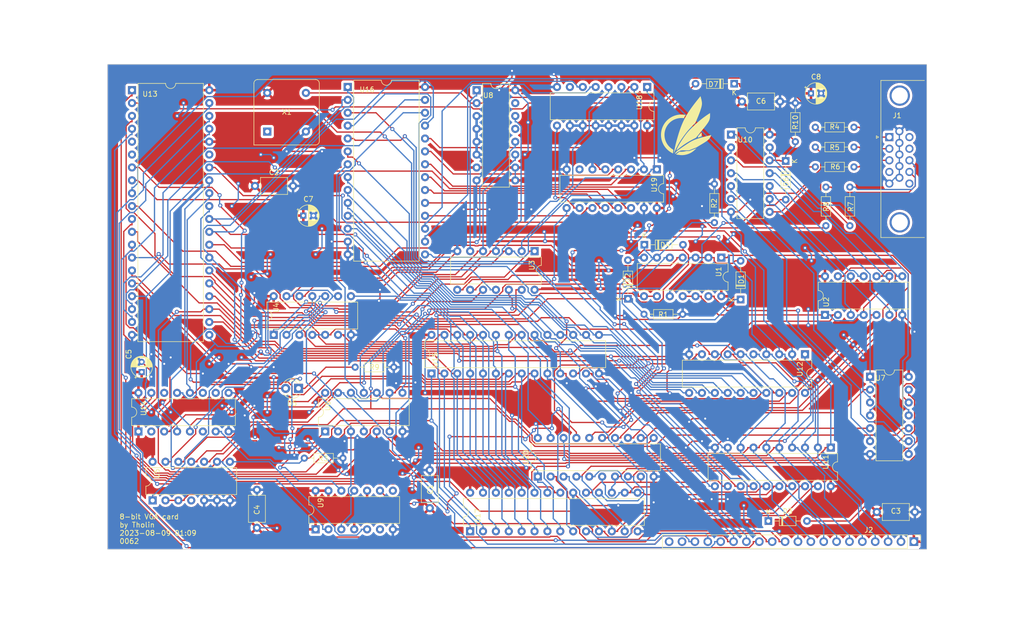
<source format=kicad_pcb>
(kicad_pcb (version 20221018) (generator pcbnew)
  (layers (0 "F.Cu" signal) (31 "B.Cu" signal) (34 "B.Paste" user) (35 "F.Paste" user) (36 "B.SilkS" user "B.Silkscreen") (37 "F.SilkS" user "F.Silkscreen") (38 "B.Mask" user) (39 "F.Mask" user) (44 "Edge.Cuts" user))
  (net 0 "")
  (net 1 "VCC")
  (net 2 "GND")
  (net 3 "Net-(D1-K)")
  (net 4 "A3")
  (net 5 "~{WR}")
  (net 6 "Net-(D3-K)")
  (net 7 "Net-(D3-A)")
  (net 8 "Net-(D5-K)")
  (net 9 "~{BLINK}")
  (net 10 "Net-(J1-Pad1)")
  (net 11 "Net-(J1-Pad2)")
  (net 12 "Net-(J1-Pad3)")
  (net 16 "Net-(J1-Pad13)")
  (net 17 "Net-(J1-Pad14)")
  (net 19 "DB0")
  (net 20 "DB1")
  (net 21 "DB2")
  (net 22 "DB3")
  (net 23 "DB4")
  (net 24 "DB5")
  (net 25 "DB6")
  (net 26 "DB7")
  (net 27 "A0")
  (net 28 "A1")
  (net 29 "A2")
  (net 30 "A4")
  (net 31 "~{CE}")
  (net 32 "~{RD}")
  (net 33 "~{RESET}")
  (net 34 "CLK")
  (net 35 "DADD14")
  (net 36 "R")
  (net 37 "G")
  (net 38 "B")
  (net 39 "HSYNC")
  (net 40 "VSYNC")
  (net 41 "Net-(U1-Pad4)")
  (net 42 "Net-(U1-Pad8)")
  (net 43 "CURSOR")
  (net 44 "PIXEL")
  (net 45 "Net-(U1-Pad11)")
  (net 46 "Net-(U1-Pad13)")
  (net 47 "R0")
  (net 48 "Net-(U10-Pad9)")
  (net 49 "G0")
  (net 50 "Net-(U10-Pad4)")
  (net 51 "Net-(U10-Pad1)")
  (net 52 "B0")
  (net 53 "Net-(U10-Pad10)")
  (net 54 "Net-(U2-Pad12)")
  (net 55 "R1")
  (net 56 "Net-(U3-Pad1)")
  (net 57 "PXL_CLK")
  (net 58 "~{CLOAD}")
  (net 59 "Net-(U8-Q0)")
  (net 60 "Net-(U8-Q3)")
  (net 61 "Net-(U8-~{MR})")
  (net 62 "Net-(U19-Q7)")
  (net 63 "~{PIXEL_BLANK}")
  (net 64 "~{SCN_CE}")
  (net 65 "Net-(U3-Pad13)")
  (net 66 "Net-(U4-Pad4)")
  (net 67 "Net-(U15-~{WE})")
  (net 68 "Net-(U12-Load)")
  (net 69 "~{A4}")
  (net 70 "Net-(U4-Pad10)")
  (net 71 "Net-(U11-Load)")
  (net 72 "Net-(D6-A)")
  (net 73 "Net-(U9A-Q)")
  (net 74 "BLANK")
  (net 75 "Net-(U14-Cp)")
  (net 76 "CCLK")
  (net 77 "~{CCLK}")
  (net 78 "~{WDB}")
  (net 79 "Net-(U15-~{OE})")
  (net 81 "G1")
  (net 82 "Net-(U10-Pad5)")
  (net 83 "B1")
  (net 84 "Net-(U10-Pad2)")
  (net 85 "Net-(U10-Pad13)")
  (net 86 "LastLine")
  (net 87 "Underline")
  (net 92 "Net-(D7-A)")
  (net 93 "GM")
  (net 94 "CA7")
  (net 95 "CA6")
  (net 96 "CA5")
  (net 97 "CA4")
  (net 98 "CA3")
  (net 99 "CA2")
  (net 100 "CA1")
  (net 101 "CA0")
  (net 102 "~{RDB}")
  (net 103 "~{BCE}")
  (net 104 "DADD13")
  (net 105 "DADD12")
  (net 106 "DADD11")
  (net 107 "DADD10")
  (net 108 "DADD9")
  (net 109 "DADD8")
  (net 110 "DADD7")
  (net 111 "DADD6")
  (net 112 "DADD5")
  (net 113 "DADD4")
  (net 114 "DADD3")
  (net 115 "DADD2")
  (net 116 "DADD1")
  (net 117 "DADD0")
  (net 121 "DADD15")
  (net 124 "Net-(U16-D9)")
  (net 125 "Net-(U16-D8)")
  (net 126 "Net-(U16-D7)")
  (net 127 "Net-(U16-D6)")
  (net 128 "Net-(U16-D5)")
  (net 129 "Net-(U16-D4)")
  (net 130 "Net-(U16-D3)")
  (net 131 "Net-(U16-D2)")
  (net 132 "Net-(U16-D1)")
  (net 133 "Net-(U16-D0)")
  (net 135 "Net-(U18-Q7)")
  (net 138 "CLOAD")
  (net 139 "IN_7")
  (net 140 "IN_6")
  (net 141 "IN_5")
  (net 142 "IN_4")
  (net 143 "IN_3")
  (net 144 "IN_2")
  (net 145 "IN_1")
  (net 146 "IN_0")
  (footprint "Package_DIP:DIP-20_W7.62mm" (layer "F.Cu") (at 183.515 110.49 -90)
    (fp_text reference "U11")
    (fp_text value "74LS573")
  )
  (footprint "Resistor_THT:R_Axial_DIN0204_L3.6mm_D1.6mm_P7.62mm_Horizontal" (layer "F.Cu") (at 180.462 47.318)
    (fp_text reference "R4")
    (fp_text value "100R")
  )
  (footprint "Resistor_THT:R_Axial_DIN0204_L3.6mm_D1.6mm_P7.62mm_Horizontal" (layer "F.Cu") (at 182.554 66.736 90)
    (fp_text reference "R8")
    (fp_text value "100R")
  )
  (footprint "Connector_PinHeader_2.54mm:PinHeader_1x20_P2.54mm_Vertical" (layer "F.Cu") (at 199.898 129.032 -90)
    (fp_text reference "J2")
    (fp_text value "Conn_01x20" hide)
  )
  (footprint "Package_DIP:DIP-14_W7.62mm" (layer "F.Cu") (at 191.262 96.52)
    (fp_text reference "U7")
    (fp_text value "74HC08")
  )
  (footprint "Resistor_THT:R_Axial_DIN0204_L3.6mm_D1.6mm_P7.62mm_Horizontal" (layer "F.Cu") (at 160.57 66.121 90)
    (fp_text reference "R2")
    (fp_text value "4.7K")
  )
  (footprint "Diode_THT:D_DO-34_SOD68_P7.62mm_Horizontal" (layer "F.Cu") (at 146.746 70.485)
    (fp_text reference "D4")
    (fp_text value "D")
  )
  (footprint "Package_DIP:DIP-14_W7.62mm" (layer "F.Cu") (at 81.915 126.609 90)
    (fp_text reference "U9")
    (fp_text value "74HC74")
  )
  (footprint "Resistor_THT:R_Axial_DIN0204_L3.6mm_D1.6mm_P7.62mm_Horizontal" (layer "F.Cu") (at 146.68 84.191)
    (fp_text reference "R1")
    (fp_text value "4.7K")
  )
  (footprint "Diode_THT:D_DO-34_SOD68_P7.62mm_Horizontal" (layer "F.Cu") (at 171.196 124.968)
    (fp_text reference "D3")
    (fp_text value "D")
  )
  (footprint "Diode_THT:D_DO-34_SOD68_P7.62mm_Horizontal" (layer "F.Cu") (at 164.47 38.735 180)
    (fp_text reference "D7")
    (fp_text value "1N4148")
  )
  (footprint "Package_DIP:DIP-16_W7.62mm" (layer "F.Cu") (at 147.305 39.38 -90)
    (fp_text reference "U18")
    (fp_text value "74LS165")
  )
  (footprint "Package_DIP:DIP-20_W7.62mm" (layer "F.Cu") (at 125.73 116.205 90)
    (fp_text reference "U20")
    (fp_text value "74LS573")
  )
  (footprint "Diode_THT:D_DO-34_SOD68_P7.62mm_Horizontal" (layer "F.Cu") (at 165.735 81.285 90)
    (fp_text reference "D1")
    (fp_text value "1N4148")
  )
  (footprint "Capacitor_THT:C_Axial_L5.1mm_D3.1mm_P7.50mm_Horizontal" (layer "F.Cu") (at 70.353 126.305 90)
    (fp_text reference "C4")
    (fp_text value "100nF")
  )
  (footprint "Package_DIP:DIP-16_W7.62mm" (layer "F.Cu") (at 46.985 107.315 90)
    (fp_text reference "U14")
    (fp_text value "74LS175")
  )
  (footprint "Package_DIP:DIP-14_W7.62mm" (layer "F.Cu") (at 83.81 107.305 90)
    (fp_text reference "U6")
    (fp_text value "74HC04")
  )
  (footprint "Package_DIP:DIP-14_W7.62mm" (layer "F.Cu") (at 73.65 88.255 90)
    (fp_text reference "U4")
    (fp_text value "74HC08")
  )
  (footprint "Resistor_THT:R_Axial_DIN0204_L3.6mm_D1.6mm_P7.62mm_Horizontal" (layer "F.Cu") (at 176.53 50.165 90)
    (fp_text reference "R10")
    (fp_text value "2K")
  )
  (footprint "Capacitor_THT:CP_Radial_D4.0mm_P2.00mm" (layer "F.Cu") (at 179.61 40.64)
    (fp_text reference "C8")
    (fp_text value "1µF")
  )
  (footprint "Package_DIP:DIP-16_W7.62mm" (layer "F.Cu") (at 149.21 55.626 -90)
    (fp_text reference "U19")
    (fp_text value "74LS165")
  )
  (footprint "Capacitor_THT:C_Axial_L5.1mm_D3.1mm_P7.50mm_Horizontal" (layer "F.Cu") (at 192.592 123.19)
    (fp_text reference "C3")
    (fp_text value "100nF")
  )
  (footprint "Package_DIP:DIP-16_W7.62mm" (layer "F.Cu") (at 113.675 40.02)
    (fp_text reference "U8")
    (fp_text value "74LS163")
  )
  (footprint "Resistor_THT:R_Axial_DIN0204_L3.6mm_D1.6mm_P7.62mm_Horizontal" (layer "F.Cu") (at 187.278 66.736 90)
    (fp_text reference "R7")
    (fp_text value "100R")
  )
  (footprint "Resistor_THT:R_Axial_DIN0204_L3.6mm_D1.6mm_P7.62mm_Horizontal" (layer "F.Cu") (at 79.695 112.57)
    (fp_text reference "R3")
    (fp_text value "10K")
  )
  (footprint "Capacitor_THT:C_Axial_L5.1mm_D3.1mm_P7.50mm_Horizontal" (layer "F.Cu") (at 166.004 42.238)
    (fp_text reference "C6")
    (fp_text value "100nF")
  )
  (footprint "own:icon" (layer "F.Cu") (at 154.94 46.99)
    (fp_text reference "G***" hide)
    (fp_text value "LOGO" hide)
  )
  (footprint "Package_DIP:DIP-14_W7.62mm" (layer "F.Cu") (at 182.372 84.328 90)
    (fp_text reference "U2")
    (fp_text value "74HC08")
  )
  (footprint "Package_DIP:DIP-14_W7.62mm" (layer "F.Cu") (at 49.779 120.904 90)
    (fp_text reference "U5")
    (fp_text value "74HC02")
  )
  (footprint "Diode_THT:D_DO-34_SOD68_P7.62mm_Horizontal" (layer "F.Cu") (at 143.51 81.143 90)
    (fp_text reference "D2")
    (fp_text value "1N4148")
  )
  (footprint "Package_DIP:DIP-28_W7.62mm" (layer "F.Cu") (at 112.395 127 90)
    (fp_text reference "U17")
    (fp_text value "IS61C256" hide)
  )
  (footprint "Oscillator:Oscillator_DIP-8" (layer "F.Cu") (at 72.39 48.169)
    (fp_text reference "X1")
    (fp_text value "CXO_DIP8")
  )
  (footprint "Package_DIP:DIP-28_W7.62mm" (layer "F.Cu") (at 104.775 95.885 90)
    (fp_text reference "U15")
    (fp_text value "IS61C256")
  )
  (footprint "Package_DIP:DIP-14_W7.62mm" (layer "F.Cu") (at 125.1 71.755 -90)
    (fp_text reference "U3")
    (fp_text value "74HC00")
  )
  (footprint "LED_THT:LED_D3.0mm" (layer "F.Cu") (at 78.553 98.811 180)
    (fp_text reference "D5")
    (fp_text value "LED")
  )
  (footprint "Package_DIP:DIP-14_W7.62mm" (layer "F.Cu") (at 163.84 48.763)
    (fp_text reference "U10")
    (fp_text value "74HC32")
  )
  (footprint "Capacitor_THT:C_Axial_L5.1mm_D3.1mm_P7.50mm_Horizontal" (layer "F.Cu") (at 104.435 122.418 90)
    (fp_text reference "C1")
    (fp_text value "100nF")
  )
  (footprint "Diode_THT:D_DO-34_SOD68_P7.62mm_Horizontal" (layer "F.Cu") (at 174.625 53.97 -90)
    (fp_text reference "D6")
    (fp_text value "1N4148")
  )
  (footprint "Package_DIP:DIP-20_W7.62mm" (layer "F.Cu") (at 178.43 92.085 -90)
    (fp_text reference "U12")
    (fp_text value "74LS573")
  )
  (footprint "Package_DIP:DIP-14_W7.62mm" (layer "F.Cu") (at 161.925 73.025 -90)
    (fp_text reference "U1")
    (fp_text value "74HC02")
  )
  (footprint "Capacitor_THT:CP_Radial_D4.0mm_P2.00mm" (layer "F.Cu") (at 47.62 95.5876 90)
    (fp_text reference "C5")
    (fp_text value "1µF")
  )
  (footprint "Package_DIP:DIP-40_W15.24mm" (layer "F.Cu") (at 45.715 40.005)
    (fp_text reference "U13")
    (fp_text value "SCN2674")
  )
  (footprint "Resistor_THT:R_Axial_DIN0204_L3.6mm_D1.6mm_P7.62mm_Horizontal" (layer "F.Cu") (at 180.462 55.142)
    (fp_text reference "R6")
    (fp_text value "100R")
  )
  (footprint "Resistor_THT:R_Axial_DIN0204_L3.6mm_D1.6mm_P7.62mm_Horizontal" (layer "F.Cu") (at 89.718 94.633)
    (fp_text reference "R9")
    (fp_text value "4.7K")
  )
  (footprint "Connector_Dsub:DSUB-15-HD_Female_Horizontal_P2.29x1.98mm_EdgePinOffset3.03mm_Housed_MountingHolesOffset4.94mm" (layer "F.Cu") (at 195.0593 49.26 90)
    (fp_text reference "J1")
    (fp_text value "DE15_Receptacle_HighDensity")
  )
  (footprint "Package_DIP:DIP-28_W15.24mm" (layer "F.Cu") (at 88.26 39.38)
    (fp_text reference "U16")
    (fp_text value "SCN2670")
  )
  (footprint "Capacitor_THT:CP_Radial_D4.0mm_P2.00mm" (layer "F.Cu") (at 79.497 64.741)
    (fp_text reference "C7")
    (fp_text value "1µF")
  )
  (footprint "Resistor_THT:R_Axial_DIN0204_L3.6mm_D1.6mm_P7.62mm_Horizontal" (layer "F.Cu") (at 180.462 51.23)
    (fp_text reference "R5")
    (fp_text value "100R")
  )
  (footprint "Capacitor_THT:C_Axial_L5.1mm_D3.1mm_P7.50mm_Horizontal" (layer "F.Cu") (at 69.9722 58.895)
    (fp_text reference "C2")
    (fp_text value "100nF")
  )
  (gr_rect (start 40.894 34.925) (end 202.438 130.556) (stroke (width 0.1)) (fill none) (layer "Edge.Cuts"))
  (gr_text "8-bit VGA card\nby Tholin\n2023-08-09 01:09\n0062" (at 43.175 129.54) (layer "F.SilkS") (effects (font (size 1 1)) (justify left bottom)))
  (segment (start 81.915 101.58) (end 81.915 101.6) (width 0.25) (layer "F.Cu") (net 1))
  (segment (start 178.43 99.705) (end 180.975 97.16) (width 0.25) (layer "F.Cu") (net 1))
  (segment (start 83.81 99.685) (end 81.915 101.58) (width 0.25) (layer "F.Cu") (net 1))
  (segment (start 180.975 97.16) (end 180.975 97.155) (width 0.25) (layer "F.Cu") (net 1))
  (via (at 120.65 104.14) (size 0.8) (drill 0.4) (layers "F.Cu" "B.Cu") (net 1))
  (via (at 62.865 92.71) (size 0.8) (drill 0.4) (layers "F.Cu" "B.Cu") (net 1))
  (via (at 103.505 99.695) (size 0.8) (drill 0.4) (layers "F.Cu" "B.Cu") (net 1))
  (via (at 100.965 118.745) (size 0.8) (drill 0.4) (layers "F.Cu" "B.Cu") (net 1))
  (via (at 179.705 73.66) (size 0.8) (drill 0.4) (layers "F.Cu" "B.Cu") (net 1))
  (via (at 65.405 103.505) (size 0.8) (drill 0.4) (layers "F.Cu" "B.Cu") (net 1))
  (via (at 72.39 76.2) (size 0.8) (drill 0.4) (layers "F.Cu" "B.Cu") (net 1))
  (via (at 153.035 58.42) (size 0.8) (drill 0.4) (layers "F.Cu" "B.Cu") (net 1))
  (via (at 99.06 115.57) (size 0.8) (drill 0.4) (layers "F.Cu" "B.Cu") (net 1))
  (via (at 167.005 125.095) (size 0.8) (drill 0.4) (layers "F.Cu" "B.Cu") (net 1))
  (via (at 125.349 105.791) (size 0.8) (drill 0.4) (layers "F.Cu" "B.Cu") (net 1))
  (via (at 179.07 83.185) (size 0.8) (drill 0.4) (layers "F.Cu" "B.Cu") (net 1))
  (via (at 137.795 77.47) (size 0.8) (drill 0.4) (layers "F.Cu" "B.Cu") (net 1))
  (via (at 137.795 73.66) (size 0.8) (drill 0.4) (layers "F.Cu" "B.Cu") (net 1))
  (via (at 74.295 126.365) (size 0.8) (drill 0.4) (layers "F.Cu" "B.Cu") (net 1))
  (via (at 69.971803 108.420287) (size 0.8) (drill 0.4) (layers "F.Cu" "B.Cu") (net 1))
  (via (at 73.025 72.39) (size 0.8) (drill 0.4) (layers "F.Cu" "B.Cu") (net 1))
  (via (at 179.07 86.36) (size 0.8) (drill 0.4) (layers "F.Cu" "B.Cu") (net 1))
  (via (at 123.825 46.355) (size 0.8) (drill 0.4) (layers "F.Cu" "B.Cu") (net 1))
  (via (at 144.145 69.85) (size 0.8) (drill 0.4) (layers "F.Cu" "B.Cu") (net 1))
  (via (at 123.19 52.705) (size 0.8) (drill 0.4) (layers "F.Cu" "B.Cu") (net 1))
  (via (at 152.4 60.96) (size 0.8) (drill 0.4) (layers "F.Cu" "B.Cu") (net 1))
  (via (at 55.88 42.545) (size 0.8) (drill 0.4) (layers "F.Cu" "B.Cu") (net 1))
  (via (at 60.96 93.98) (size 0.8) (drill 0.4) (layers "F.Cu" "B.Cu") (net 1))
  (via (at 67.31 92.71) (size 0.8) (drill 0.4) (layers "F.Cu" "B.Cu") (net 1))
  (via (at 54.61 45.085) (size 0.8) (drill 0.4) (layers "F.Cu" "B.Cu") (net 1))
  (via (at 71.12 52.705) (size 0.8) (drill 0.4) (layers "F.Cu" "B.Cu") (net 1))
  (via (at 189.865 92.71) (size 0.8) (drill 0.4) (layers "F.Cu" "B.Cu") (net 1))
  (via (at 53.34 103.505) (size 0.8) (drill 0.4) (layers "F.Cu" "B.Cu") (net 1))
  (via (at 186.055 88.265) (size 0.8) (drill 0.4) (layers "F.Cu" "B.Cu") (net 1))
  (via (at 101.6 113.03) (size 0.8) (drill 0.4) (layers "F.Cu" "B.Cu") (net 1))
  (via (at 72.39 100.33) (size 0.8) (drill 0.4) (layers "F.Cu" "B.Cu") (net 1))
  (via (at 145.415 66.675) (size 0.8) (drill 0.4) (layers "F.Cu" "B.Cu") (net 1))
  (via (at 173.355 127) (size 0.8) (drill 0.4) (layers "F.Cu" "B.Cu") (net 1))
  (via (at 127.1603 69.782722) (size 0.8) (drill 0.4) (layers "F.Cu" "B.Cu") (net 1))
  (via (at 180.975 97.155) (size 0.8) (drill 0.4) (layers "F.Cu" "B.Cu") (net 1))
  (via (at 69.215 76.835) (size 0.8) (drill 0.4) (layers "F.Cu" "B.Cu") (net 1))
  (via (at 80.645 103.505) (size 0.8) (drill 0.4) (layers "F.Cu" "B.Cu") (net 1))
  (via (at 65.405 62.865) (size 0.8) (drill 0.4) (layers "F.Cu" "B.Cu") (net 1))
  (via (at 66.675 58.42) (size 0.8) (drill 0.4) (layers "F.Cu" "B.Cu") (net 1))
  (via (at 83.185 67.31) (size 0.8) (drill 0.4) (layers "F.Cu" "B.Cu") (net 1))
  (via (at 123.462116 114.476086) (size 0.8) (drill 0.4) (layers "F.Cu" "B.Cu") (net 1))
  (via (at 51.74564 101.596742) (size 0.8) (drill 0.4) (layers "F.Cu" "B.Cu") (net 1))
  (via (at 178.435 71.12) (size 0.8) (drill 0.4) (layers "F.Cu" "B.Cu") (net 1))
  (via (at 163.195 69.85) (size 0.8) (drill 0.4) (layers "F.Cu" "B.Cu") (net 1))
  (via (at 139.7 75.565) (size 0.8) (drill 0.4) (layers "F.Cu" "B.Cu") (net 1))
  (via (at 74.676 110.49) (size 0.8) (drill 0.4) (layers "F.Cu" "B.Cu") (net 1))
  (via (at 81.28 110.49) (size 0.8) (drill 0.4) (layers "F.Cu" "B.Cu") (net 1))
  (via (at 156.845 69.85) (size 0.8) (drill 0.4) (layers "F.Cu" "B.Cu") (net 1))
  (via (at 187.96 90.17) (size 0.8) (drill 0.4) (layers "F.Cu" "B.Cu") (net 1))
  (via (at 63.5 102.235) (size 0.8) (drill 0.4) (layers "F.Cu" "B.Cu") (net 1))
  (via (at 81.915 101.6) (size 0.8) (drill 0.4) (layers "F.Cu" "B.Cu") (net 1))
  (via (at 138.122366 79.157612) (size 0.8) (drill 0.4) (layers "F.Cu" "B.Cu") (net 1))
  (via (at 49.53 103.505) (size 0.8) (drill 0.4) (layers "F.Cu" "B.Cu") (net 1))
  (via (at 73.66 53.34) (size 0.8) (drill 0.4) (layers "F.Cu" "B.Cu") (net 1))
  (via (at 158.177641 66.875453) (size 0.8) (drill 0.4) (layers "F.Cu" "B.Cu") (net 1))
  (via (at 71.12 91.5295) (size 0.8) (drill 0.4) (layers "F.Cu" "B.Cu") (net 1))
  (via (at 81.915 72.39) (size 0.8) (drill 0.4) (layers "F.Cu" "B.Cu") (net 1))
  (via (at 80.391 108.876) (size 0.8) (drill 0.4) (layers "F.Cu" "B.Cu") (net 1))
  (via (at 72.39 103.505) (size 0.8) (drill 0.4) (layers "F.Cu" "B.Cu") (net 1))
  (via (at 86.36 114.935) (size 0.8) (drill 0.4) (layers "F.Cu" "B.Cu") (net 1))
  (via (at 166.37 121.92) (size 0.8) (drill 0.4) (layers "F.Cu" "B.Cu") (net 1))
  (via (at 69.658594 104.539974) (size 0.8) (drill 0.4) (layers "F.Cu" "B.Cu") (net 1))
  (via (at 102.235 110.49) (size 0.8) (drill 0.4) (layers "F.Cu" "B.Cu") (net 1))
  (via (at 127 67.945) (size 0.8) (drill 0.4) (layers "F.Cu" "B.Cu") (net 1))
  (via (at 75.819 108.458) (size 0.8) (drill 0.4) (layers "F.Cu" "B.Cu") (net 1))
  (via (at 73.66 96.5923) (size 0.8) (drill 0.4) (layers "F.Cu" "B.Cu") (net 1))
  (via (at 101.304073 116.422387) (size 0.8) (drill 0.4) (layers "F.Cu" "B.Cu") (net 1))
  (via (at 164.356246 68.370957) (size 0.8) (drill 0.4) (layers "F.Cu" "B.Cu") (net 1))
  (via (at 88.083744 115.715004) (size 0.8) (drill 0.4) (layers "F.Cu" "B.Cu") (net 1))
  (segment (start 123.825 46.355) (end 123.825 52.07) (width 0.25) (layer "B.Cu") (net 1))
  (segment (start 71.12 91.5295) (end 71.12 91.694) (width 0.25) (layer "B.Cu") (net 1))
  (segment (start 81.28 110.49) (end 81.28 109.765) (width 0.25) (layer "B.Cu") (net 1))
  (segment (start 73.115 91.829805) (end 72.690305 92.2545) (width 0.25) (layer "B.Cu") (net 1))
  (segment (start 153.035 60.325) (end 152.4 60.96) (width 0.25) (layer "B.Cu") (net 1))
  (segment (start 73.66 53.34) (end 73.025 52.705) (width 0.25) (layer "B.Cu") (net 1))
  (segment (start 72.39 100.33) (end 72.39 103.505) (width 0.25) (layer "B.Cu") (net 1))
  (segment (start 83.185 71.12) (end 81.915 72.39) (width 0.25) (layer "B.Cu") (net 1))
  (segment (start 166.37 124.46) (end 167.005 125.095) (width 0.25) (layer "B.Cu") (net 1))
  (segment (start 121.295 40.02) (end 123.825 42.55) (width 0.25) (layer "B.Cu") (net 1))
  (segment (start 51.74564 101.91064) (end 53.34 103.505) (width 0.25) (layer "B.Cu") (net 1))
  (segment (start 121.295 55.26) (end 121.295 57.8) (width 0.25) (layer "B.Cu") (net 1))
  (segment (start 63.5 102.235) (end 64.135 102.235) (width 0.25) (layer "B.Cu") (net 1))
  (segment (start 46.985 99.695) (end 46.985 100.96) (width 0.25) (layer "B.Cu") (net 1))
  (segment (start 62.865 92.71) (end 62.23 92.71) (width 0.25) (layer "B.Cu") (net 1))
  (segment (start 123.825 42.55) (end 123.825 46.355) (width 0.25) (layer "B.Cu") (net 1))
  (segment (start 83.185 67.31) (end 83.185 71.12) (width 0.25) (layer "B.Cu") (net 1))
  (segment (start 187.96 90.17) (end 189.865 92.075) (width 0.25) (layer "B.Cu") (net 1))
  (segment (start 75.819 110.744) (end 75.819 110.617) (width 0.25) (layer "B.Cu") (net 1))
  (segment (start 81.915 101.6) (end 81.915 102.235) (width 0.25) (layer "B.Cu") (net 1))
  (segment (start 64.135 102.235) (end 65.405 103.505) (width 0.25) (layer "B.Cu") (net 1))
  (segment (start 72.690305 92.2545) (end 71.845 92.2545) (width 0.25) (layer "B.Cu") (net 1))
  (segment (start 127.1603 68.1053) (end 127 67.945) (width 0.25) (layer "B.Cu") (net 1))
  (segment (start 104.775 88.265) (end 103.505 89.535) (width 0.25) (layer "B.Cu") (net 1))
  (segment (start 69.723 93.091) (end 67.691 93.091) (width 0.25) (layer "B.Cu") (net 1))
  (segment (start 120.65 111.66397) (end 120.65 104.14) (width 0.25) (layer "B.Cu") (net 1))
  (segment (start 55.88 42.545) (end 55.88 43.815) (width 0.25) (layer "B.Cu") (net 1))
  (segment (start 127.1603 69.782722) (end 127.1603 68.1053) (width 0.25) (layer "B.Cu") (net 1))
  (segment (start 179.705 72.39) (end 179.705 73.66) (width 0.25) (layer "B.Cu") (net 1))
  (segment (start 144.145 67.945) (end 144.145 69.85) (width 0.25) (layer "B.Cu") (net 1))
  (segment (start 138.122366 77.797366) (end 137.795 77.47) (width 0.25) (layer "B.Cu") (net 1))
  (segment (start 75.819 110.617) (end 75.819 108.458) (width 0.25) (layer "B.Cu") (net 1))
  (segment (start 73.115 90.895) (end 73.115 91.829805) (width 0.25) (layer "B.Cu") (net 1))
  (segment (start 138.122366 79.157612) (end 138.122366 77.797366) (width 0.25) (layer "B.Cu") (net 1))
  (segment (start 51.74564 101.596742) (end 51.74564 101.91064) (width 0.25) (layer "B.Cu") (net 1))
  (segment (start 69.658594 108.107078) (end 69.971803 108.420287) (width 0.25) (layer "B.Cu") (net 1))
  (segment (start 189.865 92.075) (end 189.865 92.71) (width 0.25) (layer "B.Cu") (net 1))
  (segment (start 123.825 52.07) (end 123.19 52.705) (width 0.25) (layer "B.Cu") (net 1))
  (segment (start 74.803 110.617) (end 74.676 110.49) (width 0.25) (layer "B.Cu") (net 1))
  (segment (start 168.91 127) (end 167.005 125.095) (width 0.25) (layer "B.Cu") (net 1))
  (segment (start 66.675 61.595) (end 65.405 62.865) (width 0.25) (layer "B.Cu") (net 1))
  (segment (start 72.39 100.33) (end 73.66 99.06) (width 0.25) (layer "B.Cu") (net 1))
  (segment (start 80.682 111.088) (end 76.163 111.088) (width 0.25) (layer "B.Cu") (net 1))
  (segment (start 72.525 90.305) (end 73.115 90.895) (width 0.25) (layer "B.Cu") (net 1))
  (segment (start 88.083744 115.715004) (end 87.140004 115.715004) (width 0.25) (layer "B.Cu") (net 1))
  (segment (start 81.28 110.49) (end 80.682 111.088) (width 0.25) (layer "B.Cu") (net 1))
  (segment (start 71.845 92.2545) (end 71.12 91.5295) (width 0.25) (layer "B.Cu") (net 1))
  (segment (start 101.304073 118.405927) (end 100.965 118.745) (width 0.25) (layer "B.Cu") (net 1))
  (segment (start 76.163 111.088) (end 75.819 110.744) (width 0.25) (layer "B.Cu") (net 1))
  (segment (start 153.035 58.42) (end 153.035 60.325) (width 0.25) (layer "B.Cu") (net 1))
  (segment (start 69.658594 104.539974) (end 69.658594 108.107078) (width 0.25) (layer "B.Cu") (net 1))
  (segment (start 125.73 106.172) (end 125.349 105.791) (width 0.25) (layer "B.Cu") (net 1))
  (segment (start 81.28 109.765) (end 80.391 108.876) (width 0.25) (layer "B.Cu") (net 1))
  (segment (start 75.819 110.617) (end 74.803 110.617) (width 0.25) (layer "B.Cu") (net 1))
  (segment (start 81.915 102.235) (end 80.645 103.505) (width 0.25) (layer "B.Cu") (net 1))
  (segment (start 158.177641 68.517359) (end 156.845 69.85) (width 0.25) (layer "B.Cu") (net 1))
  (segment (start 72.39 76.2) (end 69.85 76.2) (width 0.25) (layer "B.Cu") (net 1))
  (segment (start 102.235 110.49) (end 102.235 112.395) (width 0.25) (layer "B.Cu") (net 1))
  (segment (start 46.985 100.96) (end 49.53 103.505) (width 0.25) (layer "B.Cu") (net 1))
  (segment (start 72.39 76.2) (end 72.39 73.025) (width 0.25) (layer "B.Cu") (net 1))
  (segment (start 72.525 81.76) (end 72.525 90.305) (width 0.25) (layer "B.Cu") (net 1))
  (segment (start 87.140004 115.715004) (end 86.36 114.935) (width 0.25) (layer "B.Cu") (net 1))
  (segment (start 62.23 92.71) (end 60.96 93.98) (width 0.25) (layer "B.Cu") (net 1))
  (segment (start 86.36 114.935) (end 81.915 110.49) (width 0.25) (layer "B.Cu") (net 1))
  (segment (start 100.451686 115.57) (end 99.06 115.57) (width 0.25) (layer "B.Cu") (net 1))
  (segment (start 101.304073 116.422387) (end 101.304073 118.405927) (width 0.25) (layer "B.Cu") (net 1))
  (segment (start 74.235 126.305) (end 74.295 126.365) (width 0.25) (layer "B.Cu") (net 1))
  (segment (start 101.304073 116.422387) (end 100.451686 115.57) (width 0.25) (layer "B.Cu") (net 1))
  (segment (start 187.96 90.17) (end 186.055 88.265) (width 0.25) (layer "B.Cu") (net 1))
  (segment (start 125.73 108.585) (end 125.73 106.172) (width 0.25) (layer "B.Cu") (net 1))
  (segment (start 73.66 99.06) (end 73.66 96.5923) (width 0.25) (layer "B.Cu") (net 1))
  (segment (start 69.85 76.2) (end 69.215 76.835) (width 0.25) (layer "B.Cu") (net 1))
  (segment (start 179.07 83.185) (end 179.07 86.36) (width 0.25) (layer "B.Cu") (net 1))
  (segment (start 163.195 69.532203) (end 164.356246 68.370957) (width 0.25) (layer "B.Cu") (net 1))
  (segment (start 178.435 71.12) (end 179.705 72.39) (width 0.25) (layer "B.Cu") (net 1))
  (segment (start 72.39 73.025) (end 73.025 72.39) (width 0.25) (layer "B.Cu") (net 1))
  (segment (start 81.915 110.49) (end 81.28 110.49) (width 0.25) (layer "B.Cu") (net 1))
  (segment (start 123.462116 114.476086) (end 120.65 111.66397) (width 0.25) (layer "B.Cu") (net 1))
  (segment (start 70.353 126.305) (end 74.235 126.305) (width 0.25) (layer "B.Cu") (net 1))
  (segment (start 102.235 112.395) (end 101.6 113.03) (width 0.25) (layer "B.Cu") (net 1))
  (segment (start 173.355 127) (end 168.91 127) (width 0.25) (layer "B.Cu") (net 1))
  (segment (start 137.795 73.66) (end 139.7 75.565) (width 0.25) (layer "B.Cu") (net 1))
  (segment (start 66.675 58.42) (end 66.675 61.595) (width 0.25) (layer "B.Cu") (net 1))
  (segment (start 73.025 52.705) (end 71.12 52.705) (width 0.25) (layer "B.Cu") (net 1))
  (segment (start 73.65 80.635) (end 72.525 81.76) (width 0.25) (layer "B.Cu") (net 1))
  (segment (start 71.12 91.694) (end 69.723 93.091) (width 0.25) (layer "B.Cu") (net 1))
  (segment (start 67.691 93.091) (end 67.31 92.71) (width 0.25) (layer "B.Cu") (net 1))
  (segment (start 166.37 121.92) (end 166.37 124.46) (width 0.25) (layer "B.Cu") (net 1))
  (segment (start 137.795 77.47) (end 137.795 73.66) (width 0.25) (layer "B.Cu") (net 1))
  (segment (start 163.195 69.85) (end 163.195 69.532203) (width 0.25) (layer "B.Cu") (net 1))
  (segment (start 55.88 43.815) (end 54.61 45.085) (width 0.25) (layer "B.Cu") (net 1))
  (segment (start 145.415 66.675) (end 144.145 67.945) (width 0.25) (layer "B.Cu") (net 1))
  (segment (start 103.505 89.535) (end 103.505 99.695) (width 0.25) (layer "B.Cu") (net 1))
  (segment (start 158.177641 66.875453) (end 158.177641 68.517359) (width 0.25) (layer "B.Cu") (net 1))
  (segment (start 160.02 120.65) (end 163.195 120.65) (width 0.25) (layer "F.Cu") (net 2))
  (segment (start 69.215 94.6244) (end 69.2244 94.615) (width 0.25) (layer "F.Cu") (net 2))
  (segment (start 94.615 81.346358) (end 94.416634 81.544724) (width 0.25) (layer "F.Cu") (net 2))
  (segment (start 64.77 93.98) (end 68.5706 93.98) (width 0.25) (layer "F.Cu") (net 2))
  (segment (start 77.724 112.014) (end 77.724 110.744) (width 0.25) (layer "F.Cu") (net 2))
  (segment (start 151.223962 95.664038) (end 151.223962 99.243462) (width 0.25) (layer "F.Cu") (net 2))
  (segment (start 136.771621 98.813379) (end 137.173949 98.411051) (width 0.25) (layer "F.Cu") (net 2))
  (segment (start 71.022886 88.476398) (end 70.342788 87.7963) (width 0.25) (layer "F.Cu") (net 2))
  (segment (start 135.208833 98.813379) (end 136.771621 98.813379) (width 0.25) (layer "F.Cu") (net 2))
  (segment (start 143.153042 102.083958) (end 143.737774 102.083958) (width 0.25) (layer "F.Cu") (net 2))
  (segment (start 101.6 97.6451) (end 101.4551 97.79) (width 0.25) (layer "F.Cu") (net 2))
  (segment (start 165.232 64.003) (end 167.64 61.595) (width 0.25) (layer "F.Cu") (net 2))
  (segment (start 139.319 97.409) (end 139.319 97.917) (width 0.25) (layer "F.Cu") (net 2))
  (segment (start 56.515 95.885) (end 53.34 92.71) (width 0.25) (layer "F.Cu") (net 2))
  (segment (start 68.5706 93.98) (end 69.215 94.6244) (width 0.25) (layer "F.Cu") (net 2))
  (segment (start 151.892 94.996) (end 151.223962 95.664038) (width 0.25) (layer "F.Cu") (net 2))
  (segment (start 129.525 37.45) (end 128.905 36.83) (width 0.25) (layer "F.Cu") (net 2))
  (segment (start 49.53 95.4976) (end 49.53 96.52) (width 0.25) (layer "F.Cu") (net 2))
  (segment (start 69.85 80.01) (end 69.85 81.915) (width 0.25) (layer "F.Cu") (net 2))
  (segment (start 105.6927 75.9223) (end 98.0677 75.9223) (width 0.25) (layer "F.Cu") (net 2))
  (segment (start 140.97 84.455) (end 141.731 85.216) (width 0.25) (layer "F.Cu") (net 2))
  (segment (start 156.21 104.775) (end 155.575 105.41) (width 0.25) (layer "F.Cu") (net 2))
  (segment (start 160.655 110.49) (end 162.3981 108.7469) (width 0.25) (layer "F.Cu") (net 2))
  (segment (start 113.5755 63.5) (end 116.205 63.5) (width 0.25) (layer "F.Cu") (net 2))
  (segment (start 120.65 37.465) (end 120.65 36.195) (width 0.25) (layer "F.Cu") (net 2))
  (segment (start 85.1 69.86) (end 85.09 69.85) (width 0.25) (layer "F.Cu") (net 2))
  (segment (start 116.205 63.5) (end 124.46 63.5) (width 0.25) (layer "F.Cu") (net 2))
  (segment (start 111.125 63.5) (end 113.5755 63.5) (width 0.25) (layer "F.Cu") (net 2))
  (segment (start 153.275 85.216) (end 154.3 84.191) (width 0.25) (layer "F.Cu") (net 2))
  (segment (start 141.605 121.92) (end 147.955 121.92) (width 0.25) (layer "F.Cu") (net 2))
  (segment (start 137.795 95.885) (end 139.319 97.409) (width 0.25) (layer "F.Cu") (net 2))
  (segment (start 163.84 64.003) (end 159.253 64.003) (width 0.25) (layer "F.Cu") (net 2))
  (segment (start 109.86 71.755) (end 105.6927 75.9223) (width 0.25) (layer "F.Cu") (net 2))
  (segment (start 98.0677 75.9223) (end 94.615 79.375) (width 0.25) (layer "F.Cu") (net 2))
  (segment (start 140.97 84.455) (end 142.875 84.455) (width 0.25) (layer "F.Cu") (net 2))
  (segment (start 49.53 92.075) (end 50.165 92.075) (width 0.25) (layer "F.Cu") (net 2))
  (segment (start 151.223962 99.243462) (end 151.765 99.7845) (width 0.25) (layer "F.Cu") (net 2))
  (segment (start 158.115 109.22) (end 156.21 109.22) (width 0.25) (layer "F.Cu") (net 2))
  (segment (start 97.415771 112.769229) (end 97.155 113.03) (width 0.25) (layer "F.Cu") (net 2))
  (segment (start 137.145 47) (end 134.605 47) (width 0.25) (layer "F.Cu") (net 2))
  (segment (start 77.724 110.744) (end 78.232 110.236) (width 0.25) (layer "F.Cu") (net 2))
  (segment (start 151.765 99.7845) (end 151.3391 100.2104) (width 0.25) (layer "F.Cu") (net 2))
  (segment (start 90.17 108.585) (end 88.265 108.585) (width 0.25) (layer "F.Cu") (net 2))
  (segment (start 83.185 52.07) (end 76.2 52.07) (width 0.25) (layer "F.Cu") (net 2))
  (segment (start 147.955 121.92) (end 148.59 121.285) (width 0.25) (layer "F.Cu") (net 2))
  (segment (start 158.75 104.775) (end 156.21 104.775) (width 0.25) (layer "F.Cu") (net 2))
  (segment (start 69.2244 94.615) (end 73.66 94.615) (width 0.25) (layer "F.Cu") (net 2))
  (segment (start 132.715 119.38) (end 135.255 121.92) (width 0.25) (layer "F.Cu") (net 2))
  (segment (start 59.69 95.885) (end 56.515 95.885) (width 0.25) (layer "F.Cu") (net 2))
  (segment (start 142.000303 103.236697) (end 143.153042 102.083958) (width 0.25) (layer "F.Cu") (net 2))
  (segment (start 118.11 40.005) (end 120.65 37.465) (width 0.25) (layer "F.Cu") (net 2))
  (segment (start 151.3391 100.2104) (end 144.6604 100.2104) (width 0.25) (layer "F.Cu") (net 2))
  (segment (start 135.255 121.92) (end 141.605 121.92) (width 0.25) (layer "F.Cu") (net 2))
  (segment (start 69.85 81.915) (end 69.215 82.55) (width 0.25) (layer "F.Cu") (net 2))
  (segment (start 67.945 104.14) (end 69.85 102.235) (width 0.25) (layer "F.Cu") (net 2))
  (segment (start 200.025 86.741) (end 200.025 87.63) (width 0.25) (layer "F.Cu") (net 2))
  (segment (start 144.6604 100.2104) (end 144.145 99.695) (width 0.25) (layer "F.Cu") (net 2))
  (segment (start 129.525 39.38) (end 129.525 37.45) (width 0.25) (layer "F.Cu") (net 2))
  (segment (start 94.615 79.375) (end 94.615 81.346358) (width 0.25) (layer "F.Cu") (net 2))
  (segment (start 149.86 53.34) (end 144.78 53.34) (width 0.25) (layer "F.Cu") (net 2))
  (segment (start 159.253 64.003) (end 158.115 62.865) (width 0.25) (layer "F.Cu") (net 2))
  (segment (start 141.731 85.216) (end 153.275 85.216) (width 0.25) (layer "F.Cu") (net 2))
  (segment (start 162.3981 108.7469) (end 163.195 108.7469) (width 0.25) (layer "F.Cu") (net 2))
  (segment (start 154.94 110.49) (end 151.13 110.49) (width 0.25) (layer "F.Cu") (net 2))
  (segment (start 101.4551 97.79) (end 97.79 97.79) (width 0.25) (layer "F.Cu") (net 2))
  (segment (start 70.342788 87.7963) (end 69.573386 87.7963) (width 0.25) (layer "F.Cu") (net 2))
  (segment (start 50.165 92.075) (end 52.07 93.98) (width 0.25) (layer "F.Cu") (net 2))
  (segment (start 88.26 69.86) (end 85.1 69.86) (width 0.25) (layer "F.Cu") (net 2))
  (segment (start 47.62 93.5876) (end 49.53 95.4976) (width 0.25) (layer "F.Cu") (net 2))
  (segment (start 151.13 110.49) (end 151.123501 110.496499) (width 0.25) (layer "F.Cu") (net 2))
  (segment (start 100.339055 112.769229) (end 97.415771 112.769229) (width 0.25) (layer "F.Cu") (net 2))
  (segment (start 163.84 64.003) (end 165.232 64.003) (width 0.25) (layer "F.Cu") (net 2))
  (segment (start 88.265 108.585) (end 87.63 109.22) (width 0.25) (layer "F.Cu") (net 2))
  (segment (start 156.21 109.22) (end 154.94 110.49) (width 0.25) (layer "F.Cu") (net 2))
  (segment (start 197.612 84.328) (end 200.025 86.741) (width 0.25) (layer "F.Cu") (net 2))
  (segment (start 155.575 120.65) (end 160.02 120.65) (width 0.25) (layer "F.Cu") (net 2))
  (via (at 139.319 97.917) (size 0.8) (drill 0.4) (layers "F.Cu" "B.Cu") (net 2))
  (via (at 160.02 120.65) (size 0.8) (drill 0.4) (layers "F.Cu" "B.Cu") (net 2))
  (via (at 59.69 95.885) (size 0.8) (drill 0.4) (layers "F.Cu" "B.Cu") (net 2))
  (via (at 111.125 63.5) (size 0.8) (drill 0.4) (layers "F.Cu" "B.Cu") (net 2))
  (via (at 158.115 109.22) (size 0.8) (drill 0.4) (layers "F.Cu" "B.Cu") (net 2))
  (via (at 71.022886 88.476398) (size 0.8) (drill 0.4) (layers "F.Cu" "B.Cu") (net 2))
  (via (at 137.173949 98.411051) (size 0.8) (drill 0.4) (layers "F.Cu" "B.Cu") (net 2))
  (via (at 113.5755 63.5) (size 0.8) (drill 0.4) (layers "F.Cu" "B.Cu") (net 2))
  (via (at 142.000303 103.236697) (size 0.8) (drill 0.4) (layers "F.Cu" "B.Cu") (net 2))
  (via (at 128.905 36.83) (size 0.8) (drill 0.4) (layers "F.Cu" "B.Cu") (net 2))
  (via (at 64.77 93.98) (size 0.8) (drill 0.4) (layers "F.Cu" "B.Cu") (net 2))
  (via (at 140.97 84.455) (size 0.8) (drill 0.4) (layers "F.Cu" "B.Cu") (net 2))
  (via (at 142.875 84.455) (size 0.8) (drill 0.4) (layers "F.Cu" "B.Cu") (net 2))
  (via (at 87.63 109.22) (size 0.8) (drill 0.4) (layers "F.Cu" "B.Cu") (net 2))
  (via (at 77.724 112.014) (size 0.8) (drill 0.4) (layers "F.Cu" "B.Cu") (net 2))
  (via (at 73.66 94.615) (size 0.8) (drill 0.4) (layers "F.Cu" "B.Cu") (net 2))
  (via (at 135.208833 98.813379) (size 0.8) (drill 0.4) (layers "F.Cu" "B.Cu") (net 2))
  (via (at 155.575 120.65) (size 0.8) (drill 0.4) (layers "F.Cu" "B.Cu") (net 2))
  (via (at 52.07 93.98) (size 0.8) (drill 0.4) (layers "F.Cu" "B.Cu") (net 2))
  (via (at 78.232 110.236) (size 0.8) (drill 0.4) (layers "F.Cu" "B.Cu") (net 2))
  (via (at 163.195 108.7469) (size 0.8) (drill 0.4) (layers "F.Cu" "B.Cu") (net 2))
  (via (at 148.59 121.285) (size 0.8) (drill 0.4) (layers "F.Cu" "B.Cu") (net 2))
  (via (at 120.65 36.195) (size 0.8) (drill 0.4) (layers "F.Cu" "B.Cu") (net 2))
  (via (at 158.75 104.775) (size 0.8) (drill 0.4) (layers "F.Cu" "B.Cu") (net 2))
  (via (at 49.53 96.52) (size 0.8) (drill 0.4) (layers "F.Cu" "B.Cu") (net 2))
  (via (at 97.79 97.79) (size 0.8) (drill 0.4) (layers "F.Cu" "B.Cu") (net 2))
  (via (at 101.6 97.6451) (size 0.8) (drill 0.4) (layers "F.Cu" "B.Cu") (net 2))
  (via (at 69.573386 87.7963) (size 0.8) (drill 0.4) (layers "F.Cu" "B.Cu") (net 2))
  (via (at 131.445 97.79) (size 0.8) (drill 0.4) (layers "F.Cu" "B.Cu") (net 2))
  (via (at 118.11 40.005) (size 0.8) (drill 0.4) (layers "F.Cu" "B.Cu") (net 2))
  (via (at 124.46 63.5) (size 0.8) (drill 0.4) (layers "F.Cu" "B.Cu") (net 2))
  (via (at 151.765 99.7845) (size 0.8) (drill 0.4) (layers "F.Cu" "B.Cu") (net 2))
  (via (at 85.09 69.85) (size 0.8) (drill 0.4) (layers "F.Cu" "B.Cu") (net 2))
  (via (at 100.339055 112.769229) (size 0.8) (drill 0.4) (layers "F.Cu" "B.Cu") (net 2))
  (via (at 53.34 92.71) (size 0.8) (drill 0.4) (layers "F.Cu" "B.Cu") (net 2))
  (via (at 154.94 110.49) (size 0.8) (drill 0.4) (layers "F.Cu" "B.Cu") (net 2))
  (via (at 49.53 92.075) (size 0.8) (drill 0.4) (layers "F.Cu" "B.Cu") (net 2))
  (via (at 97.155 113.03) (size 0.8) (drill 0.4) (layers "F.Cu" "B.Cu") (net 2))
  (via (at 141.605 121.92) (size 0.8) (drill 0.4) (layers "F.Cu" "B.Cu") (net 2))
  (via (at 69.85 80.01) (size 0.8) (drill 0.4) (layers "F.Cu" "B.Cu") (net 2))
  (via (at 76.2 52.07) (size 0.8) (drill 0.4) (layers "F.Cu" "B.Cu") (net 2))
  (via (at 143.737774 102.083958) (size 0.8) (drill 0.4) (layers "F.Cu" "B.Cu") (net 2))
  (via (at 94.416634 81.544724) (size 0.8) (drill 0.4) (layers "F.Cu" "B.Cu") (net 2))
  (via (at 163.195 120.65) (size 0.8) (drill 0.4) (layers "F.Cu" "B.Cu") (net 2))
  (via (at 144.78 53.34) (size 0.8) (drill 0.4) (layers "F.Cu" "B.Cu") (net 2))
  (via (at 151.892 94.996) (size 0.8) (drill 0.4) (layers "F.Cu" "B.Cu") (net 2))
  (via (at 167.64 61.595) (size 0.8) (drill 0.4) (layers "F.Cu" "B.Cu") (net 2))
  (via (at 158.115 62.865) (size 0.8) (drill 0.4) (layers "F.Cu" "B.Cu") (net 2))
  (via (at 83.185 52.07) (size 0.8) (drill 0.4) (layers "F.Cu" "B.Cu") (net 2))
  (via (at 94.615 79.375) (size 0.8) (drill 0.4) (layers "F.Cu" "B.Cu") (net 2))
  (via (at 155.575 105.41) (size 0.8) (drill 0.4) (layers "F.Cu" "B.Cu") (net 2))
  (via (at 144.145 99.695) (size 0.8) (drill 0.4) (layers "F.Cu" "B.Cu") (net 2))
  (via (at 151.123501 110.496499) (size 0.8) (drill 0.4) (layers "F.Cu" "B.Cu") (net 2))
  (via (at 69.85 102.235) (size 0.8) (drill 0.4) (layers "F.Cu" "B.Cu") (net 2))
  (via (at 200.025 87.63) (size 0.8) (drill 0.4) (layers "F.Cu" "B.Cu") (net 2))
  (via (at 90.17 108.585) (size 0.8) (drill 0.4) (layers "F.Cu" "B.Cu") (net 2))
  (via (at 116.205 63.5) (size 0.8) (drill 0.4) (layers "F.Cu" "B.Cu") (net 2))
  (via (at 69.215 82.55) (size 0.8) (drill 0.4) (layers "F.Cu" "B.Cu") (net 2))
  (via (at 67.945 104.14) (size 0.8) (drill 0.4) (layers "F.Cu" "B.Cu") (net 2))
  (via (at 69.215 94.6244) (size 0.8) (drill 0.4) (layers "F.Cu" "B.Cu") (net 2))
  (via (at 149.86 53.34) (size 0.8) (drill 0.4) (layers "F.Cu" "B.Cu") (net 2))
  (segment (start 197.0393 57.275) (end 197.0393 54.985) (width 0.25) (layer "B.Cu") (net 2))
  (segment (start 197.0393 54.985) (end 197.0393 52.695) (width 0.25) (layer "B.Cu") (net 2))
  (segment (start 130.175 97.79) (end 131.445 97.79) (width 0.25) (layer "B.Cu") (net 2))
  (segment (start 196.2043 57.275) (end 195.0593 58.42) (width 0.25) (layer "B.Cu") (net 2))
  (segment (start 113.675 57.8) (end 113.675 63.4005) (width 0.25) (layer "B.Cu") (net 2))
  (segment (start 197.0393 50.405) (end 197.0393 48.115) (width 0.25) (layer "B.Cu") (net 2))
  (segment (start 113.675 57.8) (end 114.8 56.675) (width 0.25) (layer "B.Cu") (net 2))
  (segment (start 128.76 91.93) (end 128.76 96.375) (width 0.25) (layer "B.Cu") (net 2))
  (segment (start 197.0393 57.275) (end 196.2043 57.275) (width 0.25) (layer "B.Cu") (net 2))
  (segment (start 113.675 63.4005) (end 113.5755 63.5) (width 0.25) (layer "B.Cu") (net 2))
  (segment (start 197.0393 52.695) (end 197.0393 50.405) (width 0.25) (layer "B.Cu") (net 2))
  (segment (start 125.095 88.265) (end 128.76 91.93) (width 0.25) (layer "B.Cu") (net 2))
  (segment (start 114.8 56.675) (end 114.8 53.845) (width 0.25) (layer "B.Cu") (net 2))
  (segment (start 128.76 96.375) (end 130.175 97.79) (width 0.25) (layer "B.Cu") (net 2))
  (segment (start 114.8 53.845) (end 113.675 52.72) (width 0.25) (layer "B.Cu") (net 2))
  (segment (start 143.51 81.143) (end 127.653 81.143) (width 0.25) (layer "F.Cu") (net 3))
  (segment (start 68.67 105.0037) (end 68.67 104.051396) (width 0.25) (layer "F.Cu") (net 3))
  (segment (start 84.9478 99.4264) (end 86.6876 97.6866) (width 0.25) (layer "F.Cu") (net 3))
  (segment (start 102.6833 85.1163) (end 101.834 84.267) (width 0.25) (layer "F.Cu") (net 3))
  (segment (start 54.859 113.284) (end 55.9859 113.284) (width 0.25) (layer "F.Cu") (net 3))
  (segment (start 127.653 81.143) (end 123.6797 85.1163) (width 0.25) (layer "F.Cu") (net 3))
  (segment (start 123.6797 85.1163) (end 102.6833 85.1163) (width 0.25) (layer "F.Cu") (net 3))
  (segment (start 55.9859 113.284) (end 55.9859 113.0023) (width 0.25) (layer "F.Cu") (net 3))
  (segment (start 60.5463 108.4419) (end 65.2318 108.4419) (width 0.25) (layer "F.Cu") (net 3))
  (segment (start 65.2318 108.4419) (end 68.67 105.0037) (width 0.25) (layer "F.Cu") (net 3))
  (segment (start 86.6876 97.6866) (end 91.4827 97.6866) (width 0.25) (layer "F.Cu") (net 3))
  (segment (start 70.638605 102.4717) (end 82.6289 102.4717) (width 0.25) (layer "F.Cu") (net 3))
  (segment (start 82.6289 102.4717) (end 84.9478 100.1528) (width 0.25) (layer "F.Cu") (net 3))
  (segment (start 70.150305 102.96) (end 70.638605 102.4717) (width 0.25) (layer "F.Cu") (net 3))
  (segment (start 69.761396 102.96) (end 70.150305 102.96) (width 0.25) (layer "F.Cu") (net 3))
  (segment (start 84.9478 100.1528) (end 84.9478 99.4264) (width 0.25) (layer "F.Cu") (net 3))
  (segment (start 55.9859 113.0023) (end 60.5463 108.4419) (width 0.25) (layer "F.Cu") (net 3))
  (segment (start 68.67 104.051396) (end 69.761396 102.96) (width 0.25) (layer "F.Cu") (net 3))
  (via (at 101.834 84.267) (size 0.8) (drill 0.4) (layers "F.Cu" "B.Cu") (net 3))
  (via (at 91.4827 97.6866) (size 0.8) (drill 0.4) (layers "F.Cu" "B.Cu") (net 3))
  (segment (start 144.3997 81.143) (end 144.3997 81.9107) (width 0.25) (layer "B.Cu") (net 3))
  (segment (start 164.6581 81.285) (end 160.6656 85.2775) (width 0.25) (layer "B.Cu") (net 3))
  (segment (start 143.51 81.143) (end 144.3997 81.143) (width 0.25) (layer "B.Cu") (net 3))
  (segment (start 165.735 81.285) (end 164.6581 81.285) (width 0.25) (layer "B.Cu") (net 3))
  (segment (start 101.44895 84.267) (end 101.834 84.267) (width 0.25) (layer "B.Cu") (net 3))
  (segment (start 144.3997 81.9107) (end 146.68 84.191) (width 0.25) (layer "B.Cu") (net 3))
  (segment (start 160.6656 85.2775) (end 147.7665 85.2775) (width 0.25) (layer "B.Cu") (net 3))
  (segment (start 91.4827 97.6866) (end 91.4827 94.23325) (width 0.25) (layer "B.Cu") (net 3))
  (segment (start 147.7665 85.2775) (end 146.68 84.191) (width 0.25) (layer "B.Cu") (net 3))
  (segment (start 91.4827 94.23325) (end 101.44895 84.267) (width 0.25) (layer "B.Cu") (net 3))
  (segment (start 160.9344 74.1519) (end 164.1712 74.1519) (width 0.25) (layer "F.Cu") (net 4))
  (segment (start 149.7941 95.6969) (end 149.3788 95.6969) (width 0.25) (layer "F.Cu") (net 4))
  (segment (start 164.1712 74.1519) (end 164.6581 73.665) (width 0.25) (layer "F.Cu") (net 4))
  (segment (start 160.5119 73.025) (end 160.5119 73.7294) (width 0.25) (layer "F.Cu") (net 4))
  (segment (start 156.845 73.025) (end 159.385 73.025) (width 0.25) (layer "F.Cu") (net 4))
  (segment (start 159.385 73.025) (end 160.5119 73.025) (width 0.25) (layer "F.Cu") (net 4))
  (segment (start 165.735 73.665) (end 164.6581 73.665) (width 0.25) (layer "F.Cu") (net 4))
  (segment (start 149.3788 95.6969) (end 145.5903 99.4854) (width 0.25) (layer "F.Cu") (net 4))
  (segment (start 150.622 94.869) (end 149.7941 95.6969) (width 0.25) (layer "F.Cu") (net 4))
  (segment (start 160.5119 73.7294) (end 160.9344 74.1519) (width 0.25) (layer "F.Cu") (net 4))
  (via (at 150.622 94.869) (size 0.8) (drill 0.4) (layers "F.Cu" "B.Cu") (net 4))
  (via (at 145.5903 99.4854) (size 0.8) (drill 0.4) (layers "F.Cu" "B.Cu") (net 4))
  (segment (start 166.878 127.8551) (end 162.0111 122.9882) (width 0.25) (layer "B.Cu") (net 4))
  (segment (start 162.0111 122.9882) (end 162.0111 115.9062) (width 0.25) (layer "B.Cu") (net 4))
  (segment (start 162.0111 115.9062) (end 145.5903 99.4854) (width 0.25) (layer "B.Cu") (net 4))
  (segment (start 142.3825 80.2929) (end 143.6077 79.0677) (width 0.25) (layer "B.Cu") (net 4))
  (segment (start 150.622 94.869) (end 150.241 94.488) (width 0.25) (layer "B.Cu") (net 4))
  (segment (start 142.3825 82.0351) (end 142.3825 80.2929) (width 0.25) (layer "B.Cu") (net 4))
  (segment (start 150.241 89.8936) (end 142.3825 82.0351) (width 0.25) (layer "B.Cu") (net 4))
  (segment (start 149.9089 79.0677) (end 155.7181 73.2585) (width 0.25) (layer "B.Cu") (net 4))
  (segment (start 155.7181 73.2585) (end 155.7181 73.025) (width 0.25) (layer "B.Cu") (net 4))
  (segment (start 150.241 94.488) (end 150.241 89.8936) (width 0.25) (layer "B.Cu") (net 4))
  (segment (start 166.878 129.032) (end 166.878 127.8551) (width 0.25) (layer "B.Cu") (net 4))
  (segment (start 143.6077 79.0677) (end 149.9089 79.0677) (width 0.25) (layer "B.Cu") (net 4))
  (segment (start 155.7181 73.025) (end 156.845 73.025) (width 0.25) (layer "B.Cu") (net 4))
  (segment (start 126.2517 80.0661) (end 121.9365 84.3813) (width 0.25) (layer "F.Cu") (net 5))
  (segment (start 44.5634 63.3395) (end 45.3589 64.135) (width 0.25) (layer "F.Cu") (net 5))
  (segment (start 150.495 81.0317) (end 149.7308 81.7959) (width 0.25) (layer "F.Cu") (net 5))
  (segment (start 155.4428 74.3909) (end 150.495 79.3387) (width 0.25) (layer "F.Cu") (net 5))
  (segment (start 144.5869 73.523) (end 146.548 71.5619) (width 0.25) (layer "F.Cu") (net 5))
  (segment (start 50.2432 68.2943) (end 50.2432 72.6126) (width 0.25) (layer "F.Cu") (net 5))
  (segment (start 44.5634 47.0818) (end 44.5634 63.3395) (width 0.25) (layer "F.Cu") (net 5))
  (segment (start 154.5007 71.5619) (end 155.4428 72.504) (width 0.25) (layer "F.Cu") (net 5))
  (segment (start 45.715 45.085) (end 45.715 46.2119) (width 0.25) (layer "F.Cu") (net 5))
  (segment (start 45.715 46.2119) (end 45.4333 46.2119) (width 0.25) (layer "F.Cu") (net 5))
  (segment (start 45.3589 64.135) (end 46.0839 64.135) (width 0.25) (layer "F.Cu") (net 5))
  (segment (start 149.7308 81.7959) (end 146.0296 81.7959) (width 0.25) (layer "F.Cu") (net 5))
  (segment (start 62.08 77.639009) (end 62.08 77.955) (width 0.25) (layer "F.Cu") (net 5))
  (segment (start 155.4428 72.504) (end 155.4428 74.3909) (width 0.25) (layer "F.Cu") (net 5))
  (segment (start 80.8153 84.8369) (end 81.8496 85.8712) (width 0.25) (layer "F.Cu") (net 5))
  (segment (start 154.366 70.485) (end 154.366 71.5619) (width 0.25) (layer "F.Cu") (net 5))
  (segment (start 61.203591 76.7626) (end 62.08 77.639009) (width 0.25) (layer "F.Cu") (net 5))
  (segment (start 145.0345 80.8008) (end 145.0345 80.7026) (width 0.25) (layer "F.Cu") (net 5))
  (segment (start 45.4333 46.2119) (end 44.5634 47.0818) (width 0.25) (layer "F.Cu") (net 5))
  (segment (start 154.366 71.5619) (end 154.5007 71.5619) (width 0.25) (layer "F.Cu") (net 5))
  (segment (start 143.51 73.523) (end 144.5869 73.523) (width 0.25) (layer "F.Cu") (net 5))
  (segment (start 68.6976 84.5726) (end 72.564 84.5726) (width 0.25) (layer "F.Cu") (net 5))
  (segment (start 146.0296 81.7959) (end 145.0345 80.8008) (width 0.25) (layer "F.Cu") (net 5))
  (segment (start 81.8496 85.8712) (end 98.0983 85.8712) (width 0.25) (layer "F.Cu") (net 5))
  (segment (start 72.564 84.5726) (end 72.8283 84.8369) (width 0.25) (layer "F.Cu") (net 5))
  (segment (start 144.398 80.0661) (end 126.2517 80.0661) (width 0.25) (layer "F.Cu") (net 5))
  (segment (start 72.8283 84.8369) (end 80.8153 84.8369) (width 0.25) (layer "F.Cu") (net 5))
  (segment (start 54.3932 76.7626) (end 61.203591 76.7626) (width 0.25) (layer "F.Cu") (net 5))
  (segment (start 145.0345 80.7026) (end 144.398 80.0661) (width 0.25) (layer "F.Cu") (net 5))
  (segment (start 98.0983 85.8712) (end 98.4022 86.1751) (width 0.25) (layer "F.Cu") (net 5))
  (segment (start 62.08 77.955) (end 68.6976 84.5726) (width 0.25) (layer "F.Cu") (net 5))
  (segment (start 46.0839 64.135) (end 50.2432 68.2943) (width 0.25) (layer "F.Cu") (net 5))
  (segment (start 50.2432 72.6126) (end 54.3932 76.7626) (width 0.25) (layer "F.Cu") (net 5))
  (segment (start 150.495 79.3387) (end 150.495 81.0317) (width 0.25) (layer "F.Cu") (net 5))
  (segment (start 146.548 71.5619) (end 154.366 71.5619) (width 0.25) (layer "F.Cu") (net 5))
  (segment (start 121.9365 84.3813) (end 105.7342 84.3813) (width 0.25) (layer "F.Cu") (net 5))
  (via (at 105.7342 84.3813) (size 0.8) (drill 0.4) (layers "F.Cu" "B.Cu") (net 5))
  (via (at 98.4022 86.1751) (size 0.8) (drill 0.4) (layers "F.Cu" "B.Cu") (net 5))
  (segment (start 105.7342 83.8799) (end 105.7342 84.3813) (width 0.25) (layer "B.Cu") (net 5))
  (segment (start 155.5411 128.6662) (end 154.73 127.8551) (width 0.25) (layer "B.Cu") (net 5))
  (segment (start 148.8779 129.5276) (end 115.8391 129.5276) (width 0.25) (layer "B.Cu") (net 5))
  (segment (start 113.6632 125.646) (end 106.3508 118.3336) (width 0.25) (layer "B.Cu") (net 5))
  (segment (start 104.3392 82.4849) (end 105.7342 83.8799) (width 0.25) (layer "B.Cu") (net 5))
  (segment (start 155.5411 129.032) (end 155.5411 128.6662) (width 0.25) (layer "B.Cu") (net 5))
  (segment (start 106.0449 84.692) (end 105.7342 84.3813) (width 0.25) (layer "B.Cu") (net 5))
  (segment (start 154.73 127.8551) (end 150.5504 127.8551) (width 0.25) (layer "B.Cu") (net 5))
  (segment (start 98.4022 86.1751) (end 102.0924 82.4849) (width 0.25) (layer "B.Cu") (net 5))
  (segment (start 115.8391 129.5276) (end 113.6632 127.3517) (width 0.25) (layer "B.Cu") (net 5))
  (segment (start 150.5504 127.8551) (end 148.8779 129.5276) (width 0.25) (layer "B.Cu") (net 5))
  (segment (start 106.3508 97.0104) (end 106.0449 96.7045) (width 0.25) (layer "B.Cu") (net 5))
  (segment (start 106.0449 96.7045) (end 106.0449 84.692) (width 0.25) (layer "B.Cu") (net 5))
  (segment (start 102.0924 82.4849) (end 104.3392 82.4849) (width 0.25) (layer "B.Cu") (net 5))
  (segment (start 106.3508 118.3336) (end 106.3508 97.0104) (width 0.25) (layer "B.Cu") (net 5))
  (segment (start 113.6632 127.3517) (end 113.6632 125.646) (width 0.25) (layer "B.Cu") (net 5))
  (segment (start 156.718 129.032) (end 155.5411 129.032) (width 0.25) (layer "B.Cu") (net 5))
  (segment (start 145.1235 97.9203) (end 145.1235 97.9585) (width 0.25) (layer "F.Cu") (net 6))
  (segment (start 148.3747 94.6691) (end 145.1235 97.9203) (width 0.25) (layer "F.Cu") (net 6))
  (via (at 145.1235 97.9585) (size 0.8) (drill 0.4) (layers "F.Cu" "B.Cu") (net 6))
  (via (at 148.3747 94.6691) (size 0.8) (drill 0.4) (layers "F.Cu" "B.Cu") (net 6))
  (segment (start 148.6616 73.025) (end 148.0981 73.025) (width 0.25) (layer "B.Cu") (net 6))
  (segment (start 171.196 124.968) (end 171.196 123.8911) (width 0.25) (layer "B.Cu") (net 6))
  (segment (start 143.224 77.1407) (end 141.9216 78.4431) (width 0.25) (layer "B.Cu") (net 6))
  (segment (start 156.129 66.121) (end 149.225 73.025) (width 0.25) (layer "B.Cu") (net 6))
  (segment (start 160.57 66.121) (end 156.129 66.121) (width 0.25) (layer "B.Cu") (net 6))
  (segment (start 141.9216 78.4431) (end 141.9216 86.9934) (width 0.25) (layer "B.Cu") (net 6))
  (segment (start 165.8761 116.584) (end 167.005 117.7129) (width 0.25) (layer "B.Cu") (net 6))
  (segment (start 167.005 119.7001) (end 171.196 123.8911) (width 0.25) (layer "B.Cu") (net 6))
  (segment (start 148.6616 73.025) (end 144.5459 77.1407) (width 0.25) (layer "B.Cu") (net 6))
  (segment (start 148.0981 73.025) (end 148.0981 72.787) (width 0.25) (layer "B.Cu") (net 6))
  (segment (start 149.225 73.025) (end 148.6616 73.025) (width 0.25) (layer "B.Cu") (net 6))
  (segment (start 145.1235 97.9585) (end 163.749 116.584) (width 0.25) (layer "B.Cu") (net 6))
  (segment (start 148.0981 72.787) (end 146.873 71.5619) (width 0.25) (layer "B.Cu") (net 6))
  (segment (start 146.873 71.5619) (end 146.746 71.5619) (width 0.25) (layer "B.Cu") (net 6))
  (segment (start 148.3747 93.4465) (end 148.3747 94.6691) (width 0.25) (layer "B.Cu") (net 6))
  (segment (start 141.9216 86.9934) (end 148.3747 93.4465) (width 0.25) (layer "B.Cu") (net 6))
  (segment (start 163.749 116.584) (end 165.8761 116.584) (width 0.25) (layer "B.Cu") (net 6))
  (segment (start 146.746 70.485) (end 146.746 71.5619) (width 0.25) (layer "B.Cu") (net 6))
  (segment (start 144.5459 77.1407) (end 143.224 77.1407) (width 0.25) (layer "B.Cu") (net 6))
  (segment (start 167.005 117.7129) (end 167.005 119.7001) (width 0.25) (layer "B.Cu") (net 6))
  (segment (start 187.3092 124.968) (end 200.9863 111.2909) (width 0.25) (layer "F.Cu") (net 7))
  (segment (start 200.9863 77.8254) (end 195.7459 72.585) (width 0.25) (layer "F.Cu") (net 7))
  (segment (start 161.925 73.025) (end 163.0519 73.025) (width 0.25) (layer "F.Cu") (net 7))
  (segment (start 195.7459 72.585) (end 163.4919 72.585) (width 0.25) (layer "F.Cu") (net 7))
  (segment (start 178.816 124.968) (end 187.3092 124.968) (width 0.25) (layer "F.Cu") (net 7))
  (segment (start 200.9863 111.2909) (end 200.9863 77.8254) (width 0.25) (layer "F.Cu") (net 7))
  (segment (start 163.4919 72.585) (end 163.0519 73.025) (width 0.25) (layer "F.Cu") (net 7))
  (segment (start 89.718 94.633) (end 83.9579 94.633) (width 0.25) (layer "F.Cu") (net 8))
  (segment (start 78.553 98.811) (end 79.7799 98.811) (width 0.25) (layer "F.Cu") (net 8))
  (segment (start 83.9579 94.633) (end 79.7799 98.811) (width 0.25) (layer "F.Cu") (net 8))
  (segment (start 76.013 98.811) (end 68.829 98.811) (width 0.25) (layer "F.Cu") (net 9))
  (segment (start 53.1919 107.1162) (end 53.1919 107.315) (width 0.25) (layer "F.Cu") (net 9))
  (segment (start 68.829 98.811) (end 63.6134 104.0266) (width 0.25) (layer "F.Cu") (net 9))
  (segment (start 56.2815 104.0266) (end 53.1919 107.1162) (width 0.25) (layer "F.Cu") (net 9))
  (segment (start 63.6134 104.0266) (end 56.2815 104.0266) (width 0.25) (layer "F.Cu") (net 9))
  (segment (start 53.1919 107.315) (end 52.065 107.315) (width 0.25) (layer "F.Cu") (net 9))
  (segment (start 191.0509 49.26) (end 189.1089 47.318) (width 0.25) (layer "F.Cu") (net 10))
  (segment (start 188.082 47.318) (end 189.1089 47.318) (width 0.25) (layer "F.Cu") (net 10))
  (segment (start 195.0593 49.26) (end 191.0509 49.26) (width 0.25) (layer "F.Cu") (net 10))
  (segment (start 195.0593 51.55) (end 189.4289 51.55) (width 0.25) (layer "F.Cu") (net 11))
  (segment (start 188.082 51.23) (end 189.1089 51.23) (width 0.25) (layer "F.Cu") (net 11))
  (segment (start 189.4289 51.55) (end 189.1089 51.23) (width 0.25) (layer "F.Cu") (net 11))
  (segment (start 188.082 55.142) (end 189.1089 55.142) (width 0.25) (layer "F.Cu") (net 12))
  (segment (start 190.4109 53.84) (end 189.1089 55.142) (width 0.25) (layer "F.Cu") (net 12))
  (segment (start 195.0593 53.84) (end 190.4109 53.84) (width 0.25) (layer "F.Cu") (net 12))
  (segment (start 187.278 59.116) (end 188.3049 59.116) (width 0.25) (layer "B.Cu") (net 16))
  (segment (start 199.4524 59.5945) (end 188.7834 59.5945) (width 0.25) (layer "B.Cu") (net 16))
  (segment (start 200.1767 58.8702) (end 199.4524 59.5945) (width 0.25) (layer "B.Cu") (net 16))
  (segment (start 200.1767 54.9974) (end 200.1767 58.8702) (width 0.25) (layer "B.Cu") (net 16))
  (segment (start 199.0193 53.84) (end 200.1767 54.9974) (width 0.25) (layer "B.Cu") (net 16))
  (segment (start 188.7834 59.5945) (end 188.3049 59.116) (width 0.25) (layer "B.Cu") (net 16))
  (segment (start 199.0193 56.13) (end 200.1767 57.2874) (width 0.25) (layer "F.Cu") (net 17))
  (segment (start 200.1767 57.2874) (end 200.1767 58.9139) (width 0.25) (layer "F.Cu") (net 17))
  (segment (start 198.933 60.1576) (end 184.6225 60.1576) (width 0.25) (layer "F.Cu") (net 17))
  (segment (start 184.6225 60.1576) (end 183.5809 59.116) (width 0.25) (layer "F.Cu") (net 17))
  (segment (start 182.554 59.116) (end 183.5809 59.116) (width 0.25) (layer "F.Cu") (net 17))
  (segment (start 200.1767 58.9139) (end 198.933 60.1576) (width 0.25) (layer "F.Cu") (net 17))
  (segment (start 45.715 57.785) (end 46.8419 57.785) (width 0.25) (layer "F.Cu") (net 19))
  (segment (start 142.7886 66.05) (end 144.5027 67.7641) (width 0.25) (layer "F.Cu") (net 19))
  (segment (start 81.6278 61.595) (end 86.0828 66.05) (width 0.25) (layer "F.Cu") (net 19))
  (segment (start 50.6519 61.595) (end 81.6278 61.595) (width 0.25) (layer "F.Cu") (net 19))
  (segment (start 46.8419 57.785) (end 50.6519 61.595) (width 0.25) (layer "F.Cu") (net 19))
  (segment (start 144.5027 67.7641) (end 162.5317 67.7641) (width 0.25) (layer "F.Cu") (net 19))
  (segment (start 162.5317 67.7641) (end 166.564 71.7964) (width 0.25) (layer "F.Cu") (net 19))
  (segment (start 86.0828 66.05) (end 142.7886 66.05) (width 0.25) (layer "F.Cu") (net 19))
  (via (at 166.564 71.7964) (size 0.8) (drill 0.4) (layers "F.Cu" "B.Cu") (net 19))
  (segment (start 180.975 111.6169) (end 180.975 112.5657) (width 0.25) (layer "B.Cu") (net 19))
  (segment (start 170.308 85.3761) (end 175.89 90.9581) (width 0.25) (layer "B.Cu") (net 19))
  (segment (start 189.4778 122.5149) (end 194.818 127.8551) (width 0.25) (layer "B.Cu") (net 19))
  (segment (start 175.89 93.2119) (end 180.975 98.2969) (width 0.25) (layer "B.Cu") (net 19))
  (segment (start 180.975 112.5657) (end 189.4778 121.0685) (width 0.25) (layer "B.Cu") (net 19))
  (segment (start 175.89 92.085) (end 175.89 90.9581) (width 0.25) (layer "B.Cu") (net 19))
  (segment (start 194.818 129.032) (end 194.818 127.8551) (width 0.25) (layer "B.Cu") (net 19))
  (segment (start 175.89 92.6324) (end 175.89 92.085) (width 0.25) (layer "B.Cu") (net 19))
  (segment (start 189.4778 121.0685) (end 189.4778 122.5149) (width 0.25) (layer "B.Cu") (net 19))
  (segment (start 175.89 92.6324) (end 175.89 93.2119) (width 0.25) (layer "B.Cu") (net 19))
  (segment (start 170.308 75.5404) (end 170.308 85.3761) (width 0.25) (layer "B.Cu") (net 19))
  (segment (start 180.975 98.2969) (end 180.975 109.5503) (width 0.25) (layer "B.Cu") (net 19))
  (segment (start 180.975 110.49) (end 180.975 111.6169) (width 0.25) (layer "B.Cu") (net 19))
  (segment (start 166.564 71.7964) (end 170.308 75.5404) (width 0.25) (layer "B.Cu") (net 19))
  (segment (start 180.975 110.49) (end 180.975 109.5503) (width 0.25) (layer "B.Cu") (net 19))
  (segment (start 46.8419 58.353) (end 46.8419 55.0015) (width 0.25) (layer "B.Cu") (net 20))
  (segment (start 165.8371 72.0974) (end 168.6557 74.916) (width 0.25) (layer "B.Cu") (net 20))
  (segment (start 168.6558 86.2639) (end 173.35 90.9581) (width 0.25) (layer "B.Cu") (net 20))
  (segment (start 173.9135 92.085) (end 174.4769 92.085) (width 0.25) (layer "B.Cu") (net 20))
  (segment (start 162.0509 52.0493) (end 162.0509 64.8597) (width 0.25) (layer "B.Cu") (net 20))
  (segment (start 45.9968 59.1981) (end 46.8419 58.353) (width 0.25) (layer "B.Cu") (net 20))
  (segment (start 168.6557 74.916) (end 168.6557 86.2639) (width 0.25) (layer "B.Cu") (net 20))
  (segment (start 165.8371 68.6458) (end 165.8371 72.0974) (width 0.25) (layer "B.Cu") (net 20))
  (segment (start 70.0704 41.275) (end 73.6078 37.7376) (width 0.25) (layer "B.Cu") (net 20))
  (segment (start 189.0079 124.585) (end 192.278 127.8551) (width 0.25) (layer "B.Cu") (net 20))
  (segment (start 178.435 110.49) (end 178.435 111.2891) (width 0.25) (layer "B.Cu") (net 20))
  (segment (start 45.715 59.1981) (end 45.9968 59.1981) (width 0.25) (layer "B.Cu") (net 20))
  (segment (start 173.35 92.085) (end 173.35 90.9581) (width 0.25) (layer "B.Cu") (net 20))
  (segment (start 174.4769 92.5156) (end 174.4769 92.085) (width 0.25) (layer "B.Cu") (net 20))
  (segment (start 173.35 92.085) (end 173.809 92.085) (width 0.25) (layer "B.Cu") (net 20))
  (segment (start 192.278 129.032) (end 192.278 127.8551) (width 0.25) (layer "B.Cu") (net 20))
  (segment (start 173.9135 92.085) (end 173.809 92.085) (width 0.25) (layer "B.Cu") (net 20))
  (segment (start 178.435 111.2891) (end 189.0079 121.862) (width 0.25) (layer "B.Cu") (net 20))
  (segment (start 178.435 110.49) (end 178.435 109.3631) (width 0.25) (layer "B.Cu") (net 20))
  (segment (start 180.485 98.5237) (end 174.4769 92.5156) (width 0.25) (layer "B.Cu") (net 20))
  (segment (start 189.0079 121.862) (end 189.0079 124.585) (width 0.25) (layer "B.Cu") (net 20))
  (segment (start 46.8419 55.0015) (end 60.5684 41.275) (width 0.25) (layer "B.Cu") (net 20))
  (segment (start 162.051 64.8597) (end 165.8371 68.6458) (width 0.25) (layer "B.Cu") (net 20))
  (segment (start 45.715 60.325) (end 45.715 59.1981) (width 0.25) (layer "B.Cu") (net 20))
  (segment (start 178.435 109.3631) (end 180.485 107.3131) (width 0.25) (layer "B.Cu") (net 20))
  (segment (start 168.6557 86.2639) (end 168.6558 86.2639) (width 0.25) (layer "B.Cu") (net 20))
  (segment (start 180.485 107.3131) (end 180.485 98.5237) (width 0.25) (layer "B.Cu") (net 20))
  (segment (start 60.5684 41.275) (end 70.0704 41.275) (width 0.25) (layer "B.Cu") (net 20))
  (segment (start 162.0509 64.8597) (end 162.051 64.8597) (width 0.25) (layer "B.Cu") (net 20))
  (segment (start 147.7392 37.7376) (end 162.0509 52.0493) (width 0.25) (layer "B.Cu") (net 20))
  (segment (start 73.6078 37.7376) (end 147.7392 37.7376) (width 0.25) (layer "B.Cu") (net 20))
  (segment (start 105.4902 71.13) (end 98.2366 71.13) (width 0.25) (layer "F.Cu") (net 21))
  (segment (start 107.6683 68.9519) (end 105.4902 71.13) (width 0.25) (layer "F.Cu") (net 21))
  (segment (start 62.2098 71.755) (end 55.7319 71.755) (width 0.25) (layer "F.Cu") (net 21))
  (segment (start 98.2366 71.13) (end 94.6168 74.7498) (width 0.25) (layer "F.Cu") (net 21))
  (segment (start 55.7319 71.755) (end 46.8419 62.865) (width 0.25) (layer "F.Cu") (net 21))
  (segment (start 45.715 62.865) (end 46.8419 62.865) (width 0.25) (layer "F.Cu") (net 21))
  (segment (start 161.3707 68.9519) (end 107.6683 68.9519) (width 0.25) (layer "F.Cu") (net 21))
  (segment (start 65.2046 74.7498) (end 62.2098 71.755) (width 0.25) (layer "F.Cu") (net 21))
  (segment (start 94.6168 74.7498) (end 65.2046 74.7498) (width 0.25) (layer "F.Cu") (net 21))
  (via (at 161.3707 68.9519) (size 0.8) (drill 0.4) (layers "F.Cu" "B.Cu") (net 21))
  (segment (start 182.2935 115.995) (end 182.2935 120.4106) (width 0.25) (layer "B.Cu") (net 21))
  (segment (start 175.895 110.49) (end 177.0219 110.49) (width 0.25) (layer "B.Cu") (net 21))
  (segment (start 167.9788 88.1269) (end 167.9788 77.6532) (width 0.25) (layer "B.Cu") (net 21))
  (segment (start 171.3735 92.085) (end 170.81 92.085) (width 0.25) (layer "B.Cu") (net 21))
  (segment (start 161.3707 69.4413) (end 161.3707 68.9519) (width 0.25) (layer "B.Cu") (net 21))
  (segment (start 175.895 109.3631) (end 180.0106 105.2475) (width 0.25) (layer "B.Cu") (net 21))
  (segment (start 175.895 110.49) (end 175.895 109.3631) (width 0.25) (layer "B.Cu") (net 21))
  (segment (start 164.267 73.9414) (end 164.267 72.3376) (width 0.25) (layer "B.Cu") (net 21))
  (segment (start 177.0219 110.49) (end 177.0219 110.7234) (width 0.25) (layer "B.Cu") (net 21))
  (segment (start 177.4496 96.4767) (end 176.0915 96.4767) (width 0.25) (layer "B.Cu") (net 21))
  (segment (start 177.0219 110.7234) (end 182.2935 115.995) (width 0.25) (layer "B.Cu") (net 21))
  (segment (start 170.81 92.085) (end 170.81 90.9581) (width 0.25) (layer "B.Cu") (net 21))
  (segment (start 180.0106 105.2475) (end 180.0106 99.0377) (width 0.25) (layer "B.Cu") (net 21))
  (segment (start 171.3735 92.085) (end 171.9369 92.085) (width 0.25) (layer "B.Cu") (net 21))
  (segment (start 167.9788 77.6532) (end 164.267 73.9414) (width 0.25) (layer "B.Cu") (net 21))
  (segment (start 171.9369 92.3221) (end 171.9369 92.085) (width 0.25) (layer "B.Cu") (net 21))
  (segment (start 189.738 129.032) (end 189.738 127.8551) (width 0.25) (layer "B.Cu") (net 21))
  (segment (start 170.81 90.9581) (end 167.9788 88.1269) (width 0.25) (layer "B.Cu") (net 21))
  (segment (start 176.0915 96.4767) (end 171.9369 92.3221) (width 0.25) (layer "B.Cu") (net 21))
  (segment (start 164.267 72.3376) (end 161.3707 69.4413) (width 0.25) (layer "B.Cu") (net 21))
  (segment (start 182.2935 120.4106) (end 189.738 127.8551) (width 0.25) (layer "B.Cu") (net 21))
  (segment (start 180.0106 99.0377) (end 177.4496 96.4767) (width 0.25) (layer "B.Cu") (net 21))
  (segment (start 50.3574 115.5116) (end 52.8383 115.5116) (width 0.25) (layer "F.Cu") (net 22))
  (segment (start 95.24 107.704) (end 99.1101 111.5741) (width 0.25) (layer "F.Cu") (net 22))
  (segment (start 45.715 66.5319) (end 45.4333 66.5319) (width 0.25) (layer "F.Cu") (net 22))
  (segment (start 53.0616 115.7349) (end 82.0518 115.7349) (width 0.25) (layer "F.Cu") (net 22))
  (segment (start 92.7 107.6325) (end 92.7 106.906) (width 0.25) (layer "F.Cu") (net 22))
  (segment (start 45.4333 66.5319) (end 44.0888 67.8764) (width 0.25) (layer "F.Cu") (net 22))
  (segment (start 52.8383 115.5116) (end 53.0616 115.7349) (width 0.25) (layer "F.Cu") (net 22))
  (segment (start 44.0888 67.8764) (end 44.0888 88.2325) (width 0.25) (layer "F.Cu") (net 22))
  (segment (start 99.1101 111.5741) (end 131.4398 111.5741) (width 0.25) (layer "F.Cu") (net 22))
  (segment (start 131.4398 111.5741) (end 131.9515 112.0858) (width 0.25) (layer "F.Cu") (net 22))
  (segment (start 45.715 65.405) (end 45.715 66.5319) (width 0.25) (layer "F.Cu") (net 22))
  (segment (start 89.4033 110.9292) (end 92.7 107.6325) (width 0.25) (layer "F.Cu") (net 22))
  (segment (start 172.2281 110.7235) (end 172.2281 110.49) (width 0.25) (layer "F.Cu") (net 22))
  (segment (start 170.8658 112.0858) (end 172.2281 110.7235) (width 0.25) (layer "F.Cu") (net 22))
  (segment (start 131.9515 112.0858) (end 170.8658 112.0858) (width 0.25) (layer "F.Cu") (net 22))
  (segment (start 82.0518 115.7349) (end 86.8575 110.9292) (width 0.25) (layer "F.Cu") (net 22))
  (segment (start 95.24 106.9775) (end 95.24 107.704) (width 0.25) (layer "F.Cu") (net 22))
  (segment (start 93.4279 106.1781) (end 94.4406 106.1781) (width 0.25) (layer "F.Cu") (net 22))
  (segment (start 45.8366 110.2128) (end 47.3812 111.7574) (width 0.25) (layer "F.Cu") (net 22))
  (segment (start 173.355 110.49) (end 172.2281 110.49) (width 0.25) (layer "F.Cu") (net 22))
  (segment (start 44.0888 88.2325) (end 50.6571 94.8008) (width 0.25) (layer "F.Cu") (net 22))
  (segment (start 47.3812 112.5354) (end 50.3574 115.5116) (width 0.25) (layer "F.Cu") (net 22))
  (segment (start 86.8575 110.9292) (end 89.4033 110.9292) (width 0.25) (layer "F.Cu") (net 22))
  (segment (start 47.3812 111.7574) (end 47.3812 112.5354) (width 0.25) (layer "F.Cu") (net 22))
  (segment (start 45.8366 105.5206) (end 45.8366 110.2128) (width 0.25) (layer "F.Cu") (net 22))
  (segment (start 92.7 106.906) (end 93.4279 106.1781) (width 0.25) (layer "F.Cu") (net 22))
  (segment (start 50.6571 100.7001) (end 45.8366 105.5206) (width 0.25) (layer "F.Cu") (net 22))
  (segment (start 50.6571 94.8008) (end 50.6571 100.7001) (width 0.25) (layer "F.Cu") (net 22))
  (segment (start 94.4406 106.1781) (end 95.24 106.9775) (width 0.25) (layer "F.Cu") (net 22))
  (segment (start 173.355 110.49) (end 173.355 111.6169) (width 0.25) (layer "B.Cu") (net 22))
  (segment (start 169.3969 92.3668) (end 170.242 93.2119) (width 0.25) (layer "B.Cu") (net 22))
  (segment (start 169.3969 92.085) (end 169.3969 92.3668) (width 0.25) (layer "B.Cu") (net 22))
  (segment (start 179.705 117.7334) (end 173.5885 111.6169) (width 0.25) (layer "B.Cu") (net 22))
  (segment (start 187.198 127.8551) (end 179.705 120.3621) (width 0.25) (layer "B.Cu") (net 22))
  (segment (start 170.242 93.2119) (end 171.0448 93.2119) (width 0.25) (layer "B.Cu") (net 22))
  (segment (start 179.705 120.3621) (end 179.705 117.7334) (width 0.25) (layer "B.Cu") (net 22))
  (segment (start 168.27 92.085) (end 169.3969 92.085) (width 0.25) (layer "B.Cu") (net 22))
  (segment (start 173.5885 111.6169) (end 173.355 111.6169) (width 0.25) (layer "B.Cu") (net 22))
  (segment (start 171.0448 93.2119) (end 177.0551 99.2222) (width 0.25) (layer "B.Cu") (net 22))
  (segment (start 173.355 108.9581) (end 173.355 110.49) (width 0.25) (layer "B.Cu") (net 22))
  (segment (start 187.198 129.032) (end 187.198 127.8551) (width 0.25) (layer "B.Cu") (net 22))
  (segment (start 177.0551 99.2222) (end 177.0551 105.258) (width 0.25) (layer "B.Cu") (net 22))
  (segment (start 177.0551 105.258) (end 173.355 108.9581) (width 0.25) (layer "B.Cu") (net 22))
  (segment (start 128.866 92.0716) (end 132.4069 92.0716) (width 0.25) (layer "F.Cu") (net 23))
  (segment (start 73.8966 89.535) (end 75.3561 90.9945) (width 0.25) (layer "F.Cu") (net 23))
  (segment (start 132.4069 92.0716) (end 134.1285 90.35) (width 0.25) (layer "F.Cu") (net 23))
  (segment (start 58.9561 81.9646) (end 62.4986 81.9646) (width 0.25) (layer "F.Cu") (net 23))
  (segment (start 46.8419 67.945) (end 46.8419 69.8504) (width 0.25) (layer "F.Cu") (net 23))
  (segment (start 70.069 89.535) (end 73.8966 89.535) (width 0.25) (layer "F.Cu") (net 23))
  (segment (start 134.1285 90.35) (end 134.1285 90.3499) (width 0.25) (layer "F.Cu") (net 23))
  (segment (start 45.715 67.945) (end 46.8419 67.945) (width 0.25) (layer "F.Cu") (net 23))
  (segment (start 117.4626 90.7399) (end 127.5343 90.7399) (width 0.25) (layer "F.Cu") (net 23))
  (segment (start 62.4986 81.9646) (end 70.069 89.535) (width 0.25) (layer "F.Cu") (net 23))
  (segment (start 127.5343 90.7399) (end 128.866 92.0716) (width 0.25) (layer "F.Cu") (net 23))
  (segment (start 46.8419 69.8504) (end 58.9561 81.9646) (width 0.25) (layer "F.Cu") (net 23))
  (segment (start 75.3561 90.9945) (end 117.208 90.9945) (width 0.25) (layer "F.Cu") (net 23))
  (segment (start 117.208 90.9945) (end 117.4626 90.7399) (width 0.25) (layer "F.Cu") (net 23))
  (segment (start 134.1285 90.3499) (end 157.1699 90.3499) (width 0.25) (layer "F.Cu") (net 23))
  (via (at 157.1699 90.3499) (size 0.8) (drill 0.4) (layers "F.Cu" "B.Cu") (net 23))
  (segment (start 177.2309 120.428) (end 177.2309 117.7993) (width 0.25) (layer "B.Cu") (net 23))
  (segment (start 163.1015 90.3499) (end 157.1699 90.3499) (width 0.25) (layer "B.Cu") (net 23))
  (segment (start 172.192 96.933) (end 174.5101 99.2511) (width 0.25) (layer "B.Cu") (net 23))
  (segment (start 166.2935 92.085) (end 166.8569 92.085) (width 0.25) (layer "B.Cu") (net 23))
  (segment (start 166.8569 92.085) (end 166.8569 92.3187) (width 0.25) (layer "B.Cu") (net 23))
  (segment (start 174.5101 105.668) (end 170.815 109.3631) (width 0.25) (layer "B.Cu") (net 23))
  (segment (start 165.73 92.085) (end 164.6031 92.085) (width 0.25) (layer "B.Cu") (net 23))
  (segment (start 184.658 127.8551) (end 177.2309 120.428) (width 0.25) (layer "B.Cu") (net 23))
  (segment (start 177.2309 117.7993) (end 171.0485 111.6169) (width 0.25) (layer "B.Cu") (net 23))
  (segment (start 184.658 129.032) (end 184.658 127.8551) (width 0.25) (layer "B.Cu") (net 23))
  (segment (start 164.6031 92.085) (end 164.6031 91.8515) (width 0.25) (layer "B.Cu") (net 23))
  (segment (start 171.0485 111.6169) (end 170.815 111.6169) (width 0.25) (layer "B.Cu") (net 23))
  (segment (start 170.815 110.49) (end 170.815 109.3631) (width 0.25) (layer "B.Cu") (net 23))
  (segment (start 164.6031 91.8515) (end 163.1015 90.3499) (width 0.25) (layer "B.Cu") (net 23))
  (segment (start 166.2935 92.085) (end 166.189 92.085) (width 0.25) (layer "B.Cu") (net 23))
  (segment (start 166.8569 92.3187) (end 171.4712 96.933) (width 0.25) (layer "B.Cu") (net 23))
  (segment (start 174.5101 99.2511) (end 174.5101 105.668) (width 0.25) (layer "B.Cu") (net 23))
  (segment (start 170.815 110.49) (end 170.815 111.6169) (width 0.25) (layer "B.Cu") (net 23))
  (segment (start 171.4712 96.933) (end 172.192 96.933) (width 0.25) (layer "B.Cu") (net 23))
  (segment (start 165.73 92.085) (end 166.189 92.085) (width 0.25) (layer "B.Cu") (net 23))
  (segment (start 45.715 70.485) (end 45.715 71.6119) (width 0.25) (layer "F.Cu") (net 24))
  (segment (start 163.19 92.085) (end 164.3169 92.085) (width 0.25) (layer "F.Cu") (net 24))
  (segment (start 45.715 71.6119) (end 45.4574 71.6119) (width 0.25) (layer "F.Cu") (net 24))
  (segment (start 167.7116 110.49) (end 167.1481 110.49) (width 0.25) (layer "F.Cu") (net 24))
  (segment (start 101.5399 105.6834) (end 106.9787 111.1222) (width 0.25) (layer "F.Cu") (net 24))
  (segment (start 164.3169 92.3185) (end 164.3169 92.085) (width 0.25) (layer "F.Cu") (net 24))
  (segment (start 53.1975 101.3308) (end 50.9059 103.6224) (width 0.25) (layer "F.Cu") (net 24))
  (segment (start 44.5407 72.5286) (end 44.5407 86.1444) (width 0.25) (layer "F.Cu") (net 24))
  (segment (start 87.62 106.9487) (end 88.8853 105.6834) (width 0.25) (layer "F.Cu") (net 24))
  (segment (start 169.4019 110.49) (end 169.4019 110.2083) (width 0.25) (layer "F.Cu") (net 24))
  (segment (start 52.8811 114.9152) (end 53.2482 115.2823) (width 0.25) (layer "F.Cu") (net 24))
  (segment (start 132.1387 111.6339) (end 166.2059 111.6339) (width 0.25) (layer "F.Cu") (net 24))
  (segment (start 176.3479 97.4321) (end 172.6886 93.7728) (width 0.25) (layer "F.Cu") (net 24))
  (segment (start 52.341 114.9152) (end 52.8811 114.9152) (width 0.25) (layer "F.Cu") (net 24))
  (segment (start 167.1481 110.6917) (end 167.1481 110.49) (width 0.25) (layer "F.Cu") (net 24))
  (segment (start 168.275 110.49) (end 169.4019 110.49) (width 0.25) (layer "F.Cu") (net 24))
  (segment (start 88.8853 105.6834) (end 101.5399 105.6834) (width 0.25) (layer "F.Cu") (net 24))
  (segment (start 166.2059 111.6339) (end 167.1481 110.6917) (width 0.25) (layer "F.Cu") (net 24))
  (segment (start 50.9059 113.4801) (end 52.341 114.9152) (width 0.25) (layer "F.Cu") (net 24))
  (segment (start 53.1975 94.0674) (end 53.1975 101.3308) (width 0.25) (layer "F.Cu") (net 24))
  (segment (start 50.9059 103.6224) (end 50.9059 113.4801) (width 0.25) (layer "F.Cu") (net 24))
  (segment (start 45.2482 86.8519) (end 45.982 86.8519) (width 0.25) (layer "F.Cu") (net 24))
  (segment (start 106.9787 111.1222) (end 131.627 111.1222) (width 0.25) (layer "F.Cu") (net 24))
  (segment (start 87.62 107.6895) (end 87.62 106.9487) (width 0.25) (layer "F.Cu") (net 24))
  (segment (start 165.7712 93.7728) (end 164.3169 92.3185) (width 0.25) (layer "F.Cu") (net 24))
  (segment (start 172.6886 93.7728) (end 165.7712 93.7728) (width 0.25) (layer "F.Cu") (net 24))
  (segment (start 131.627 111.1222) (end 132.1387 111.6339) (width 0.25) (layer "F.Cu") (net 24))
  (segment (start 170.4338 109.1764) (end 174.4458 109.1764) (width 0.25) (layer "F.Cu") (net 24))
  (segment (start 168.275 110.49) (end 167.7116 110.49) (width 0.25) (layer "F.Cu") (net 24))
  (segment (start 45.982 86.8519) (end 53.1975 94.0674) (width 0.25) (layer "F.Cu") (net 24))
  (segment (start 53.2482 115.2823) (end 80.0272 115.2823) (width 0.25) (layer "F.Cu") (net 24))
  (segment (start 45.4574 71.6119) (end 44.5407 72.5286) (width 0.25) (layer "F.Cu") (net 24))
  (segment (start 44.5407 86.1444) (end 45.2482 86.8519) (width 0.25) (layer "F.Cu") (net 24))
  (segment (start 169.4019 110.2083) (end 170.4338 109.1764) (width 0.25) (layer "F.Cu") (net 24))
  (segment (start 80.0272 115.2823) (end 87.62 107.6895) (width 0.25) (layer "F.Cu") (net 24))
  (via (at 174.4458 109.1764) (size 0.8) (drill 0.4) (layers "F.Cu" "B.Cu") (net 24))
  (via (at 176.3479 97.4321) (size 0.8) (drill 0.4) (layers "F.Cu" "B.Cu") (net 24))
  (segment (start 174.4458 109.1764) (end 179.5571 104.0651) (width 0.25) (layer "B.Cu") (net 24))
  (segment (start 168.5567 111.6169) (end 174.6113 117.6715) (width 0.25) (layer "B.Cu") (net 24))
  (segment (start 177.7574 97.4321) (end 176.3479 97.4321) (width 0.25) (layer "B.Cu") (net 24))
  (segment (start 182.118 126.1252) (end 182.118 129.032) (width 0.25) (layer "B.Cu") (net 24))
  (segment (start 174.6113 118.6185) (end 182.118 126.1252) (width 0.25) (layer "B.Cu") (net 24))
  (segment (start 168.275 111.6169) (end 168.5567 111.6169) (width 0.25) (layer "B.Cu") (net 24))
  (segment (start 174.6113 117.6715) (end 174.6113 118.6185) (width 0.25) (layer "B.Cu") (net 24))
  (segment (start 168.275 110.49) (end 168.275 111.6169) (width 0.25) (layer "B.Cu") (net 24))
  (segment (start 179.5571 99.2318) (end 177.7574 97.4321) (width 0.25) (layer "B.Cu") (net 24))
  (segment (start 179.5571 104.0651) (end 179.5571 99.2318) (width 0.25) (layer "B.Cu") (net 24))
  (segment (start 63.8738 75.2487) (end 62.9201 74.295) (width 0.25) (layer "F.Cu") (net 25))
  (segment (start 62.9201 74.295) (end 52.9535 74.295) (width 0.25) (layer "F.Cu") (net 25))
  (segment (start 101.0528 84.5141) (end 82.7016 84.5141) (width 0.25) (layer "F.Cu") (net 25))
  (segment (start 76.7921 82.8937) (end 74.92 81.0216) (width 0.25) (layer "F.Cu") (net 25))
  (segment (start 134.1663 87.1381) (end 131.8994 84.8712) (width 0.25) (layer "F.Cu") (net 25))
  (segment (start 52.9535 74.295) (end 50.9701 72.3116) (width 0.25) (layer "F.Cu") (net 25))
  (segment (start 69.8792 75.2487) (end 63.8738 75.2487) (width 0.25) (layer "F.Cu") (net 25))
  (segment (start 74.92 80.2895) (end 69.8792 75.2487) (width 0.25) (layer "F.Cu") (net 25))
  (segment (start 126.4157 84.8712) (end 125.6985 85.5884) (width 0.25) (layer "F.Cu") (net 25))
  (segment (start 160.65 92.085) (end 159.5231 92.085) (width 0.25) (layer "F.Cu") (net 25))
  (segment (start 125.6985 85.5884) (end 102.1271 85.5884) (width 0.25) (layer "F.Cu") (net 25))
  (segment (start 159.5231 91.6624) (end 154.9988 87.1381) (width 0.25) (layer "F.Cu") (net 25))
  (segment (start 102.1271 85.5884) (end 101.0528 84.5141) (width 0.25) (layer "F.Cu") (net 25))
  (segment (start 81.0812 82.8937) (end 76.7921 82.8937) (width 0.25) (layer "F.Cu") (net 25))
  (segment (start 131.8994 84.8712) (end 126.4157 84.8712) (width 0.25) (layer "F.Cu") (net 25))
  (segment (start 159.5231 92.085) (end 159.5231 91.6624) (width 0.25) (layer "F.Cu") (net 25))
  (segment (start 74.92 81.0216) (end 74.92 80.2895) (width 0.25) (layer "F.Cu") (net 25))
  (segment (start 82.7016 84.5141) (end 81.0812 82.8937) (width 0.25) (layer "F.Cu") (net 25))
  (segment (start 154.9988 87.1381) (end 134.1663 87.1381) (width 0.25) (layer "F.Cu") (net 25))
  (via (at 50.9701 72.3116) (size 0.8) (drill 0.4) (layers "F.Cu" "B.Cu") (net 25))
  (segment (start 165.735 111.0534) (end 165.735 111.6169) (width 0.25) (layer "B.Cu") (net 25))
  (segment (start 171.9464 99.2055) (end 171.9464 103.1517) (width 0.25) (layer "B.Cu") (net 25))
  (segment (start 162.622 93.2119) (end 165.9528 93.2119) (width 0.25) (layer "B.Cu") (net 25))
  (segment (start 165.9528 93.2119) (end 171.9464 99.2055) (width 0.25) (layer "B.Cu") (net 25))
  (segment (start 171.9494 120.8149) (end 171.9494 117.5978) (width 0.25) (layer "B.Cu") (net 25))
  (segment (start 160.65 92.085) (end 161.7769 92.085) (width 0.25) (layer "B.Cu") (net 25))
  (segment (start 171.9464 103.1517) (end 165.735 109.3631) (width 0.25) (layer "B.Cu") (net 25))
  (segment (start 161.7769 92.085) (end 161.7769 92.3668) (width 0.25) (layer "B.Cu") (net 25))
  (segment (start 165.735 111.0534) (end 165.735 110.49) (width 0.25) (layer "B.Cu") (net 25))
  (segment (start 45.715 73.025) (end 50.2567 73.025) (width 0.25) (layer "B.Cu") (net 25))
  (segment (start 161.7769 92.3668) (end 162.622 93.2119) (width 0.25) (layer "B.Cu") (net 25))
  (segment (start 171.9494 117.5978) (end 165.9685 111.6169) (width 0.25) (layer "B.Cu") (net 25))
  (segment (start 179.578 128.4435) (end 171.9494 120.8149) (width 0.25) (layer "B.Cu") (net 25))
  (segment (start 165.9685 111.6169) (end 165.735 111.6169) (width 0.25) (layer "B.Cu") (net 25))
  (segment (start 50.2567 73.025) (end 50.9701 72.3116) (width 0.25) (layer "B.Cu") (net 25))
  (segment (start 179.578 129.032) (end 179.578 128.4435) (width 0.25) (layer "B.Cu") (net 25))
  (segment (start 165.735 110.49) (end 165.735 109.3631) (width 0.25) (layer "B.Cu") (net 25))
  (segment (start 110.426 92.5235) (end 140.1619 92.5235) (width 0.25) (layer "F.Cu") (net 26))
  (segment (start 73.0027 90.805) (end 74.1214 91.9237) (width 0.25) (layer "F.Cu") (net 26))
  (segment (start 74.1214 91.9237) (end 109.8262 91.9237) (width 0.25) (layer "F.Cu") (net 26))
  (segment (start 69.4779 90.805) (end 73.0027 90.805) (width 0.25) (layer "F.Cu") (net 26))
  (segment (start 45.715 75.565) (end 45.715 76.6919) (width 0.25) (layer "F.Cu") (net 26))
  (segment (start 63.1279 84.455) (end 69.4779 90.805) (width 0.25) (layer "F.Cu") (net 26))
  (segment (start 158.11 92.085) (end 156.9831 92.085) (width 0.25) (layer "F.Cu") (net 26))
  (segment (start 54.1899 84.455) (end 63.1279 84.455) (width 0.25) (layer "F.Cu") (net 26))
  (segment (start 156.0378 93.2638) (end 156.9831 92.3185) (width 0.25) (layer "F.Cu") (net 26))
  (segment (start 46.4268 76.6919) (end 54.1899 84.455) (width 0.25) (layer "F.Cu") (net 26))
  (segment (start 156.9831 92.3185) (end 156.9831 92.085) (width 0.25) (layer "F.Cu") (net 26))
  (segment (start 45.715 76.6919) (end 46.4268 76.6919) (width 0.25) (layer "F.Cu") (net 26))
  (segment (start 152.8964 93.2638) (end 156.0378 93.2638) (width 0.25) (layer "F.Cu") (net 26))
  (segment (start 109.8262 91.9237) (end 110.426 92.5235) (width 0.25) (layer "F.Cu") (net 26))
  (segment (start 140.1619 92.5235) (end 152.1561 92.5235) (width 0.25) (layer "F.Cu") (net 26))
  (segment (start 152.1561 92.5235) (end 152.8964 93.2638) (width 0.25) (layer "F.Cu") (net 26))
  (via (at 140.1619 92.5235) (size 0.8) (drill 0.4) (layers "F.Cu" "B.Cu") (net 26))
  (segment (start 163.195 110.49) (end 162.0681 110.49) (width 0.25) (layer "B.Cu") (net 26))
  (segment (start 169.545 120.2427) (end 169.545 117.7334) (width 0.25) (layer "B.Cu") (net 26))
  (segment (start 162.0681 110.49) (end 162.0681 110.2565) (width 0.25) (layer "B.Cu") (net 26))
  (segment (start 177.038 127.7357) (end 169.545 120.2427) (width 0.25) (layer "B.Cu") (net 26))
  (segment (start 144.9601 96.7606) (end 144.1525 96.7606) (width 0.25) (layer "B.Cu") (net 26))
  (segment (start 140.1619 92.77) (end 140.1619 92.5235) (width 0.25) (layer "B.Cu") (net 26))
  (segment (start 162.0681 110.2565) (end 153.672 101.8604) (width 0.25) (layer "B.Cu") (net 26))
  (segment (start 163.4285 111.6169) (end 163.195 111.6169) (width 0.25) (layer "B.Cu") (net 26))
  (segment (start 177.038 129.032) (end 177.038 127.7357) (width 0.25) (layer "B.Cu") (net 26))
  (segment (start 169.545 117.7334) (end 163.4285 111.6169) (width 0.25) (layer "B.Cu") (net 26))
  (segment (start 150.0599 101.8604) (end 144.9601 96.7606) (width 0.25) (layer "B.Cu") (net 26))
  (segment (start 144.1525 96.7606) (end 140.1619 92.77) (width 0.25) (layer "B.Cu") (net 26))
  (segment (start 153.672 101.8604) (end 150.0599 101.8604) (width 0.25) (layer "B.Cu") (net 26))
  (segment (start 163.195 110.49) (end 163.195 111.6169) (width 0.25) (layer "B.Cu") (net 26))
  (segment (start 52.3057 116.8963) (end 52.5658 117.1564) (width 0.25) (layer "F.Cu") (net 27))
  (segment (start 173.3211 129.032) (end 174.498 129.032) (width 0.25) (layer "F.Cu") (net 27))
  (segment (start 52.5658 117.1564) (end 108.3934 117.1564) (width 0.25) (layer "F.Cu") (net 27))
  (segment (start 132.9358 123.0341) (end 136.525 126.6233) (width 0.25) (layer "F.Cu") (net 27))
  (segment (start 136.525 126.6233) (end 136.525 127.367) (width 0.25) (layer "F.Cu") (net 27))
  (segment (start 136.525 127.367) (end 137.7674 128.6094) (width 0.25) (layer "F.Cu") (net 27))
  (segment (start 114.2711 123.0341) (end 132.9358 123.0341) (width 0.25) (layer "F.Cu") (net 27))
  (segment (start 147.2976 126.9176) (end 171.5745 126.9176) (width 0.25) (layer "F.Cu") (net 27))
  (segment (start 49.7382 116.8963) (end 52.3057 116.8963) (width 0.25) (layer "F.Cu") (net 27))
  (segment (start 108.3934 117.1564) (end 114.2711 123.0341) (width 0.25) (layer "F.Cu") (net 27))
  (segment (start 145.6058 128.6094) (end 147.2976 126.9176) (width 0.25) (layer "F.Cu") (net 27))
  (segment (start 137.7674 128.6094) (end 145.6058 128.6094) (width 0.25) (layer "F.Cu") (net 27))
  (segment (start 171.5745 126.9176) (end 173.3211 128.6642) (width 0.25) (layer "F.Cu") (net 27))
  (segment (start 173.3211 128.6642) (end 173.3211 129.032) (width 0.25) (layer "F.Cu") (net 27))
  (segment (start 44.49 96.7155) (end 44.49 111.6481) (width 0.25) (layer "F.Cu") (net 27))
  (segment (start 44.49 111.6481) (end 49.7382 116.8963) (width 0.25) (layer "F.Cu") (net 27))
  (via (at 44.49 96.7155) (size 0.8) (drill 0.4) (layers "F.Cu" "B.Cu") (net 27))
  (segment (start 50.1524 67.7008) (end 46.0982 71.755) (width 0.25) (layer "B.Cu") (net 27))
  (segment (start 45.3439 71.755) (end 43.6625 73.4364) (width 0.25) (layer "B.Cu") (net 27))
  (segment (start 43.6625 95.888) (end 44.49 96.7155) (width 0.25) (layer "B.Cu") (net 27))
  (segment (start 60.6733 48.7519) (end 50.1524 59.2728) (width 0.25) (layer "B.Cu") (net 27))
  (segment (start 50.1524 59.2728) (end 50.1524 67.7008) (width 0.25) (layer "B.Cu") (net 27))
  (segment (start 46.0982 71.755) (end 45.3439 71.755) (width 0.25) (layer "B.Cu") (net 27))
  (segment (start 60.955 48.7519) (end 60.6733 48.7519) (width 0.25) (layer "B.Cu") (net 27))
  (segment (start 43.6625 73.4364) (end 43.6625 95.888) (width 0.25) (layer "B.Cu") (net 27))
  (segment (start 60.955 47.625) (end 60.955 48.7519) (width 0.25) (layer "B.Cu") (net 27))
  (segment (start 146.9568 129.0613) (end 148.615 127.4031) (width 0.25) (layer "F.Cu") (net 28))
  (segment (start 50.6853 117.6486) (end 101.2656 117.6486) (width 0.25) (layer "F.Cu") (net 28))
  (segment (start 169.52 127.4031) (end 170.7811 128.6642) (width 0.25) (layer "F.Cu") (net 28))
  (segment (start 170.7811 129.032) (end 171.958 129.032) (width 0.25) (layer "F.Cu") (net 28))
  (segment (start 148.615 127.4031) (end 169.52 127.4031) (width 0.25) (layer "F.Cu") (net 28))
  (segment (start 133.985 126.6076) (end 133.985 127.3634) (width 0.25) (layer "F.Cu") (net 28))
  (segment (start 109.098 125.481) (end 132.8584 125.481) (width 0.25) (layer "F.Cu") (net 28))
  (segment (start 170.7811 128.6642) (end 170.7811 129.032) (width 0.25) (layer "F.Cu") (net 28))
  (segment (start 132.8584 125.481) (end 133.985 126.6076) (width 0.25) (layer "F.Cu") (net 28))
  (segment (start 101.2656 117.6486) (end 109.098 125.481) (width 0.25) (layer "F.Cu") (net 28))
  (segment (start 135.6829 129.0613) (end 146.9568 129.0613) (width 0.25) (layer "F.Cu") (net 28))
  (segment (start 133.985 127.3634) (end 135.6829 129.0613) (width 0.25) (layer "F.Cu") (net 28))
  (via (at 50.6853 117.6486) (size 0.8) (drill 0.4) (layers "F.Cu" "B.Cu") (net 28))
  (segment (start 48.4203 61.7572) (end 46.0425 64.135) (width 0.25) (layer "B.Cu") (net 28))
  (segment (start 48.4203 58.4648) (end 48.4203 61.7572) (width 0.25) (layer "B.Cu") (net 28))
  (segment (start 60.955 46.2119) (end 60.6732 46.2119) (width 0.25) (layer "B.Cu") (net 28))
  (segment (start 43.2107 106.9478) (end 47.8331 111.5702) (width 0.25) (layer "B.Cu") (net 28))
  (segment (start 43.2106 106.9478) (end 43.2107 106.9478) (width 0.25) (layer "B.Cu") (net 28))
  (segment (start 47.8331 111.5702) (end 47.8331 114.7964) (width 0.25) (layer "B.Cu") (net 28))
  (segment (start 43.2106 66.251) (end 43.2106 106.9478) (width 0.25) (layer "B.Cu") (net 28))
  (segment (start 60.955 45.085) (end 60.955 46.2119) (width 0.25) (layer "B.Cu") (net 28))
  (segment (start 60.6732 46.2119) (end 48.4203 58.4648) (width 0.25) (layer "B.Cu") (net 28))
  (segment (start 46.0425 64.135) (end 45.3266 64.135) (width 0.25) (layer "B.Cu") (net 28))
  (segment (start 47.8331 114.7964) (end 50.6853 117.6486) (width 0.25) (layer "B.Cu") (net 28))
  (segment (start 45.3266 64.135) (end 43.2106 66.251) (width 0.25) (layer "B.Cu") (net 28))
  (segment (start 169.418 129.032) (end 168.2411 129.032) (width 0.25) (layer "F.Cu") (net 29))
  (segment (start 168.2411 129.3978) (end 168.2411 129.032) (width 0.25) (layer "F.Cu") (net 29))
  (segment (start 56.7659 130.2134) (end 167.4255 130.2134) (width 0.25) (layer "F.Cu") (net 29))
  (segment (start 56.4707 129.9182) (end 56.7659 130.2134) (width 0.25) (layer "F.Cu") (net 29))
  (segment (start 167.4255 130.2134) (end 168.2411 129.3978) (width 0.25) (layer "F.Cu") (net 29))
  (via (at 56.4707 129.9182) (size 0.8) (drill 0.4) (layers "F.Cu" "B.Cu") (net 29))
  (segment (start 47.3812 111.7574) (end 47.3812 120.8287) (width 0.25) (layer "B.Cu") (net 29))
  (segment (start 60.6732 43.6719) (end 47.9684 56.3767) (width 0.25) (layer "B.Cu") (net 29))
  (segment (start 60.955 43.6719) (end 60.6732 43.6719) (width 0.25) (layer "B.Cu") (net 29))
  (segment (start 42.7587 107.2542) (end 46.8361 111.3316) (width 0.25) (layer "B.Cu") (net 29))
  (segment (start 46.8361 111.3316) (end 46.9554 111.3316) (width 0.25) (layer "B.Cu") (net 29))
  (segment (start 47.9684 59.6653) (end 46.0387 61.595) (width 0.25) (layer "B.Cu") (net 29))
  (segment (start 46.0387 61.595) (end 45.3142 61.595) (width 0.25) (layer "B.Cu") (net 29))
  (segment (start 47.9684 56.3767) (end 47.9684 59.6653) (width 0.25) (layer "B.Cu") (net 29))
  (segment (start 47.3812 120.8287) (end 56.4707 129.9182) (width 0.25) (layer "B.Cu") (net 29))
  (segment (start 45.3142 61.595) (end 42.7587 64.1505) (width 0.25) (layer "B.Cu") (net 29))
  (segment (start 60.955 42.545) (end 60.955 43.6719) (width 0.25) (layer "B.Cu") (net 29))
  (segment (start 42.7587 64.1505) (end 42.7587 107.2542) (width 0.25) (layer "B.Cu") (net 29))
  (segment (start 46.9554 111.3316) (end 47.3812 111.7574) (width 0.25) (layer "B.Cu") (net 29))
  (segment (start 65.441 119.7323) (end 73.8356 128.1269) (width 0.25) (layer "F.Cu") (net 30))
  (segment (start 73.8356 128.1269) (end 128.1018 128.1269) (width 0.25) (layer "F.Cu") (net 30))
  (segment (start 131.0945 129.5132) (end 148.8014 129.5132) (width 0.25) (layer "F.Cu") (net 30))
  (segment (start 55.9859 120.904) (end 55.9859 120.6705) (width 0.25) (layer "F.Cu") (net 30))
  (segment (start 150.4596 127.855) (end 162.3519 127.855) (width 0.25) (layer "F.Cu") (net 30))
  (segment (start 55.9859 120.6705) (end 56.9241 119.7323) (width 0.25) (layer "F.Cu") (net 30))
  (segment (start 164.338 129.032) (end 163.1611 129.032) (width 0.25) (layer "F.Cu") (net 30))
  (segment (start 162.3519 127.855) (end 163.1611 128.6642) (width 0.25) (layer "F.Cu") (net 30))
  (segment (start 120.02 79.375) (end 120.02 80.5019) (width 0.25) (layer "F.Cu") (net 30))
  (segment (start 128.1018 128.1269) (end 128.2384 127.9903) (width 0.25) (layer "F.Cu") (net 30))
  (segment (start 128.2384 127.9903) (end 129.5716 127.9903) (width 0.25) (layer "F.Cu") (net 30))
  (segment (start 56.9241 119.7323) (end 65.441 119.7323) (width 0.25) (layer "F.Cu") (net 30))
  (segment (start 54.859 120.904) (end 55.9859 120.904) (width 0.25) (layer "F.Cu") (net 30))
  (segment (start 148.8014 129.5132) (end 150.4596 127.855) (width 0.25) (layer "F.Cu") (net 30))
  (segment (start 129.5716 127.9903) (end 131.0945 129.5132) (width 0.25) (layer "F.Cu") (net 30))
  (segment (start 120.02 80.5019) (end 120.6944 81.1763) (width 0.25) (layer "F.Cu") (net 30))
  (segment (start 120.6944 81.1763) (end 120.6944 83.0699) (width 0.25) (layer "F.Cu") (net 30))
  (segment (start 52.319 120.904) (end 54.859 120.904) (width 0.25) (layer "F.Cu") (net 30))
  (segment (start 163.1611 128.6642) (end 163.1611 129.032) (width 0.25) (layer "F.Cu") (net 30))
  (via (at 120.6944 83.0699) (size 0.8) (drill 0.4) (layers "F.Cu" "B.Cu") (net 30))
  (segment (start 126.365 88.6845) (end 126.365 87.8823) (width 0.25) (layer "B.Cu") (net 30))
  (segment (start 144.1724 106.9614) (end 143.346 106.135) (width 0.25) (layer "B.Cu") (net 30))
  (segment (start 126.365 87.8823) (end 121.5526 83.0699) (width 0.25) (layer "B.Cu") (net 30))
  (segment (start 146.1002 106.9614) (end 144.1724 106.9614) (width 0.25) (layer "B.Cu") (net 30))
  (segment (start 127.3298 89.6493) (end 126.365 88.6845) (width 0.25) (layer "B.Cu") (net 30))
  (segment (start 121.5526 83.0699) (end 120.6944 83.0699) (width 0.25) (layer "B.Cu") (net 30))
  (segment (start 147.3063 110.8234) (end 147.3063 108.1675) (width 0.25) (layer "B.Cu") (net 30))
  (segment (start 133.985 94.4955) (end 129.1388 89.6493) (width 0.25) (layer "B.Cu") (net 30))
  (segment (start 135.299379 98.088379) (end 133.985 96.774) (width 0.25) (layer "B.Cu") (net 30))
  (segment (start 164.338 127.8551) (end 147.3063 110.8234) (width 0.25) (layer "B.Cu") (net 30))
  (segment (start 129.1388 89.6493) (end 127.3298 89.6493) (width 0.25) (layer "B.Cu") (net 30))
  (segment (start 142.921305 105.701) (end 142.912 105.701) (width 0.25) (layer "B.Cu") (net 30))
  (segment (start 135.933833 98.513074) (end 135.509138 98.088379) (width 0.25) (layer "B.Cu") (net 30))
  (segment (start 135.933833 98.722833) (end 135.933833 98.513074) (width 0.25) (layer "B.Cu") (net 30))
  (segment (start 133.985 96.774) (end 133.985 94.4955) (width 0.25) (layer "B.Cu") (net 30))
  (segment (start 143.346 106.125695) (end 142.921305 105.701) (width 0.25) (layer "B.Cu") (net 30))
  (segment (start 142.912 105.701) (end 135.933833 98.722833) (width 0.25) (layer "B.Cu") (net 30))
  (segment (start 147.3063 108.1675) (end 146.1002 106.9614) (width 0.25) (layer "B.Cu") (net 30))
  (segment (start 143.346 106.135) (end 143.346 106.125695) (width 0.25) (layer "B.Cu") (net 30))
  (segment (start 164.338 129.032) (end 164.338 127.8551) (width 0.25) (layer "B.Cu") (net 30))
  (segment (start 135.509138 98.088379) (end 135.299379 98.088379) (width 0.25) (layer "B.Cu") (net 30))
  (segment (start 85.4103 100.4016) (end 80.3475 105.4644) (width 0.25) (layer "F.Cu") (net 31))
  (segment (start 118.8239 79.628) (end 115.2767 83.1752) (width 0.25) (layer "F.Cu") (net 31))
  (segment (start 118.8239 78.9494) (end 118.8239 79.628) (width 0.25) (layer "F.Cu") (net 31))
  (segment (start 60.4389 111.1375) (end 58.5259 113.0505) (width 0.25) (layer "F.Cu") (net 31))
  (segment (start 58.5259 113.0505) (end 58.5259 113.284) (width 0.25) (layer "F.Cu") (net 31))
  (segment (start 104.6225 83.1752) (end 104.3108 83.4869) (width 0.25) (layer "F.Cu") (net 31))
  (segment (start 69.0084 105.4644) (end 63.3353 111.1375) (width 0.25) (layer "F.Cu") (net 31))
  (segment (start 115.2767 83.1752) (end 104.6225 83.1752) (width 0.25) (layer "F.Cu") (net 31))
  (segment (start 142.8843 78.5408) (end 142.5916 78.2481) (width 0.25) (layer "F.Cu") (net 31))
  (segment (start 142.5916 78.2481) (end 119.5252 78.2481) (width 0.25) (layer "F.Cu") (net 31))
  (segment (start 85.4103 99.685) (end 85.4103 100.4016) (width 0.25) (layer "F.Cu") (net 31))
  (segment (start 63.3353 111.1375) (end 60.4389 111.1375) (width 0.25) (layer "F.Cu") (net 31))
  (segment (start 57.399 113.284) (end 58.5259 113.284) (width 0.25) (layer "F.Cu") (net 31))
  (segment (start 80.3475 105.4644) (end 69.0084 105.4644) (width 0.25) (layer "F.Cu") (net 31))
  (segment (start 86.35 99.685) (end 85.4103 99.685) (width 0.25) (layer "F.Cu") (net 31))
  (segment (start 119.5252 78.2481) (end 118.8239 78.9494) (width 0.25) (layer "F.Cu") (net 31))
  (via (at 104.3108 83.4869) (size 0.8) (drill 0.4) (layers "F.Cu" "B.Cu") (net 31))
  (via (at 142.8843 78.5408) (size 0.8) (drill 0.4) (layers "F.Cu" "B.Cu") (net 31))
  (segment (start 150.6381 73.3067) (end 145.404 78.5408) (width 0.25) (layer "B.Cu") (net 31))
  (segment (start 160.6211 129.032) (end 161.798 129.032) (width 0.25) (layer "B.Cu") (net 31))
  (segment (start 105.4489 119.4189) (end 105.4489 119.563396) (width 0.25) (layer "B.Cu") (net 31))
  (segment (start 86.35 99.685) (end 87.4769 99.685) (width 0.25) (layer "B.Cu") (net 31))
  (segment (start 160.6211 129.3978) (end 160.6211 129.032) (width 0.25) (layer "B.Cu") (net 31))
  (segment (start 150.6381 73.025) (end 150.6381 73.3067) (width 0.25) (layer "B.Cu") (net 31))
  (segment (start 97.078 108.4693) (end 97.78 107.7673) (width 0.25) (layer "B.Cu") (net 31))
  (segment (start 159.807 130.2119) (end 160.6211 129.3978) (width 0.25) (layer "B.Cu") (net 31))
  (segment (start 100.33 101.0896) (end 100.33 88.3146) (width 0.25) (layer "B.Cu") (net 31))
  (segment (start 95.2322 106.9473) (end 89.0968 100.8119) (width 0.25) (layer "B.Cu") (net 31))
  (segment (start 97.078 108.4693) (end 95.9931 108.4693) (width 0.25) (layer "B.Cu") (net 31))
  (segment (start 97.78 107.7673) (end 97.78 103.6396) (width 0.25) (layer "B.Cu") (net 31))
  (segment (start 151.765 73.025) (end 150.6381 73.025) (width 0.25) (layer "B.Cu") (net 31))
  (segment (start 97.078 108.4693) (end 97.078 111.048) (width 0.25) (layer "B.Cu") (net 31))
  (segment (start 97.78 103.6396) (end 100.33 101.0896) (width 0.25) (layer "B.Cu") (net 31))
  (segment (start 87.4769 99.9668) (end 87.4769 99.685) (width 0.25) (layer "B.Cu") (net 31))
  (segment (start 113.4994 130.2119) (end 159.807 130.2119) (width 0.25) (layer "B.Cu") (net 31))
  (segment (start 105.4489 119.563396) (end 109.3387 123.453196) (width 0.25) (layer "B.Cu") (net 31))
  (segment (start 95.2322 107.7084) (end 95.2322 106.9473) (width 0.25) (layer "B.Cu") (net 31))
  (segment (start 109.3387 123.453196) (end 109.3387 126.0512) (width 0.25) (layer "B.Cu") (net 31))
  (segment (start 89.0968 100.8119) (end 88.322 100.8119) (width 0.25) (layer "B.Cu") (net 31))
  (segment (start 145.404 78.5408) (end 142.8843 78.5408) (width 0.25) (layer "B.Cu") (net 31))
  (segment (start 100.33 88.3146) (end 104.3108 84.3338) (width 0.25) (layer "B.Cu") (net 31))
  (segment (start 104.3108 84.3338) (end 104.3108 83.4869) (width 0.25) (layer "B.Cu") (net 31))
  (segment (start 95.9931 108.4693) (end 95.2322 107.7084) (width 0.25) (layer "B.Cu") (net 31))
  (segment (start 97.078 111.048) (end 105.4489 119.4189) (width 0.25) (layer "B.Cu") (net 31))
  (segment (start 88.322 100.8119) (end 87.4769 99.9668) (width 0.25) (layer "B.Cu") (net 31))
  (segment (start 109.3387 126.0512) (end 113.4994 130.2119) (width 0.25) (layer "B.Cu") (net 31))
  (segment (start 55.5502 128.761) (end 129.2738 128.761) (width 0.25) (layer "F.Cu") (net 32))
  (segment (start 45.715 40.005) (end 45.715 41.1319) (width 0.25) (layer "F.Cu") (net 32))
  (segment (start 43.5857 116.7965) (end 55.5502 128.761) (width 0.25) (layer "F.Cu") (net 32))
  (segment (start 43.5857 42.9795) (end 43.5857 116.7965) (width 0.25) (layer "F.Cu") (net 32))
  (segment (start 45.4333 41.1319) (end 43.5857 42.9795) (width 0.25) (layer "F.Cu") (net 32))
  (segment (start 45.715 41.1319) (end 45.4333 41.1319) (width 0.25) (layer "F.Cu") (net 32))
  (via (at 129.2738 128.761) (size 0.8) (drill 0.4) (layers "F.Cu" "B.Cu") (net 32))
  (segment (start 158.8046 127.4017) (end 150.2153 127.4017) (width 0.25) (layer "B.Cu") (net 32))
  (segment (start 159.258 127.8551) (end 158.8046 127.4017) (width 0.25) (layer "B.Cu") (net 32))
  (segment (start 148.856 128.761) (end 129.2738 128.761) (width 0.25) (layer "B.Cu") (net 32))
  (segment (start 150.2153 127.4017) (end 148.856 128.761) (width 0.25) (layer "B.Cu") (net 32))
  (segment (start 159.258 129.032) (end 159.258 127.8551) (width 0.25) (layer "B.Cu") (net 32))
  (segment (start 80.7102 112.57) (end 85.08 108.2002) (width 0.25) (layer "F.Cu") (net 35))
  (segment (start 85.08 106.9519) (end 86.8653 105.1666) (width 0.25) (layer "F.Cu") (net 35))
  (segment (start 79.695 112.57) (end 80.7102 112.57) (width 0.25) (layer "F.Cu") (net 35))
  (segment (start 85.08 108.2002) (end 85.08 106.9519) (width 0.25) (layer "F.Cu") (net 35))
  (segment (start 86.8653 105.1666) (end 104.775 105.1666) (width 0.25) (layer "F.Cu") (net 35))
  (via (at 104.775 105.1666) (size 0.8) (drill 0.4) (layers "F.Cu" "B.Cu") (net 35))
  (segment (start 105.8989 119.377) (end 112.395 125.8731) (width 0.25) (layer "B.Cu") (net 35))
  (segment (start 78.727 113.538) (end 79.695 112.57) (width 0.25) (layer "B.Cu") (net 35))
  (segment (start 104.775 105.1666) (end 105.8989 106.2905) (width 0.25) (layer "B.Cu") (net 35))
  (segment (start 68.6374 112.834) (end 72.964096 112.834) (width 0.25) (layer "B.Cu") (net 35))
  (segment (start 63.3519 107.315) (end 63.3519 107.5485) (width 0.25) (layer "B.Cu") (net 35))
  (segment (start 72.964096 112.834) (end 73.668096 113.538) (width 0.25) (layer "B.Cu") (net 35))
  (segment (start 104.775 105.1666) (end 104.775 97.0119) (width 0.25) (layer "B.Cu") (net 35))
  (segment (start 73.668096 113.538) (end 78.727 113.538) (width 0.25) (layer "B.Cu") (net 35))
  (segment (start 104.775 95.885) (end 104.775 97.0119) (width 0.25) (layer "B.Cu") (net 35))
  (segment (start 63.3519 107.5485) (end 68.6374 112.834) (width 0.25) (layer "B.Cu") (net 35))
  (segment (start 105.8989 106.2905) (end 105.8989 119.377) (width 0.25) (layer "B.Cu") (net 35))
  (segment (start 112.395 127) (end 112.395 125.8731) (width 0.25) (layer "B.Cu") (net 35))
  (segment (start 62.225 107.315) (end 63.3519 107.315) (width 0.25) (layer "B.Cu") (net 35))
  (segment (start 173.7416 64.003) (end 171.46 64.003) (width 0.25) (layer "F.Cu") (net 36))
  (segment (start 180.462 47.318) (end 181.997 48.853) (width 0.25) (layer "F.Cu") (net 36))
  (segment (start 181.997 48.853) (end 181.997 55.7476) (width 0.25) (layer "F.Cu") (net 36))
  (segment (start 181.997 55.7476) (end 173.7416 64.003) (width 0.25) (layer "F.Cu") (net 36))
  (segment (start 163.84 61.463) (end 164.9669 61.463) (width 0.25) (layer "F.Cu") (net 37))
  (segment (start 181.5163 55.5635) (end 181.5163 52.2843) (width 0.25) (layer "F.Cu") (net 37))
  (segment (start 164.9669 61.463) (end 166.0938 60.3361) (width 0.25) (layer "F.Cu") (net 37))
  (segment (start 166.0938 60.3361) (end 176.7437 60.3361) (width 0.25) (layer "F.Cu") (net 37))
  (segment (start 181.5163 52.2843) (end 180.462 51.23) (width 0.25) (layer "F.Cu") (net 37))
  (segment (start 176.7437 60.3361) (end 181.5163 55.5635) (width 0.25) (layer "F.Cu") (net 37))
  (segment (start 166.2659 55.142) (end 180.462 55.142) (width 0.25) (layer "F.Cu") (net 38))
  (segment (start 164.9669 53.843) (end 166.2659 55.142) (width 0.25) (layer "F.Cu") (net 38))
  (segment (start 163.84 53.843) (end 164.9669 53.843) (width 0.25) (layer "F.Cu") (net 38))
  (segment (start 155.4312 37.6225) (end 173.1185 37.6225) (width 0.25) (layer "F.Cu") (net 39))
  (segment (start 182.4668 46.9708) (end 182.4668 56.8339) (width 0.25) (layer "F.Cu") (net 39))
  (segment (start 113.0157 43.7009) (end 122.7228 43.7009) (width 0.25) (layer "F.Cu") (net 39))
  (segment (start 85.2723 43.8813) (end 85.8398 43.3138) (width 0.25) (layer "F.Cu") (net 39))
  (segment (start 150.5023 42.5514) (end 155.4312 37.6225) (width 0.25) (layer "F.Cu") (net 39))
  (segment (start 181.5197 60.9777) (end 187.278 66.736) (width 0.25) (layer "F.Cu") (net 39))
  (segment (start 122.7228 43.7009) (end 123.8723 42.5514) (width 0.25) (layer "F.Cu") (net 39))
  (segment (start 182.4668 56.8339) (end 181.5197 57.781) (width 0.25) (layer "F.Cu") (net 39))
  (segment (start 181.5197 57.781) (end 181.5197 60.9777) (width 0.25) (layer "F.Cu") (net 39))
  (segment (start 173.1185 37.6225) (end 182.4668 46.9708) (width 0.25) (layer "F.Cu") (net 39))
  (segment (start 85.8398 43.3138) (end 112.6286 43.3138) (width 0.25) (layer "F.Cu") (net 39))
  (segment (start 123.8723 42.5514) (end 150.5023 42.5514) (width 0.25) (layer "F.Cu") (net 39))
  (segment (start 112.6286 43.3138) (end 113.0157 43.7009) (width 0.25) (layer "F.Cu") (net 39))
  (via (at 85.2723 43.8813) (size 0.8) (drill 0.4) (layers "F.Cu" "B.Cu") (net 39))
  (segment (start 45.4333 84.5981) (end 44.1185 83.2833) (width 0.25) (layer "B.Cu") (net 39))
  (segment (start 44.1185 78.0901) (end 45.3735 76.8351) (width 0.25) (layer "B.Cu") (net 39))
  (segment (start 45.3735 76.8351) (end 47.4746 76.8351) (width 0.25) (layer "B.Cu") (net 39))
  (segment (start 47.4746 76.8351) (end 51.8333 72.4764) (width 0.25) (layer "B.Cu") (net 39))
  (segment (start 44.1185 83.2833) (end 44.1185 78.0901) (width 0.25) (layer "B.Cu") (net 39))
  (segment (start 82.5575 43.8813) (end 85.2723 43.8813) (width 0.25) (layer "B.Cu") (net 39))
  (segment (start 60.6306 51.435) (end 75.0038 51.435) (width 0.25) (layer "B.Cu") (net 39))
  (segment (start 51.8333 60.2323) (end 60.6306 51.435) (width 0.25) (layer "B.Cu") (net 39))
  (segment (start 51.8333 72.4764) (end 51.8333 60.2323) (width 0.25) (layer "B.Cu") (net 39))
  (segment (start 75.0038 51.435) (end 82.5575 43.8813) (width 0.25) (layer "B.Cu") (net 39))
  (segment (start 45.715 84.5981) (end 45.4333 84.5981) (width 0.25) (layer "B.Cu") (net 39))
  (segment (start 45.715 85.725) (end 45.715 84.5981) (width 0.25) (layer "B.Cu") (net 39))
  (segment (start 127.7535 59.1152) (end 127.4613 59.4074) (width 0.25) (layer "F.Cu") (net 40))
  (segment (start 74.595 55.9639) (end 73.8874 55.2563) (width 0.25) (layer "F.Cu") (net 40))
  (segment (start 182.1201 67.1699) (end 160.1293 67.1699) (width 0.25) (layer "F.Cu") (net 40))
  (segment (start 127.4613 59.4074) (end 108.3244 59.4074) (width 0.25) (layer "F.Cu") (net 40))
  (segment (start 104.8809 55.9639) (end 74.595 55.9639) (width 0.25) (layer "F.Cu") (net 40))
  (segment (start 182.554 66.736) (end 182.1201 67.1699) (width 0.25) (layer "F.Cu") (net 40))
  (segment (start 152.0746 59.1152) (end 127.7535 59.1152) (width 0.25) (layer "F.Cu") (net 40))
  (segment (start 108.3244 59.4074) (end 104.8809 55.9639) (width 0.25) (layer "F.Cu") (net 40))
  (segment (start 160.1293 67.1699) (end 152.0746 59.1152) (width 0.25) (layer "F.Cu") (net 40))
  (via (at 73.8874 55.2563) (size 0.8) (drill 0.4) (layers "F.Cu" "B.Cu") (net 40))
  (segment (start 46.0811 79.375) (end 52.7764 72.6797) (width 0.25) (layer "B.Cu") (net 40))
  (segment (start 72.7472 54.1161) (end 73.8874 55.2563) (width 0.25) (layer "B.Cu") (net 40))
  (segment (start 60.4285 54.1161) (end 72.7472 54.1161) (width 0.25) (layer "B.Cu") (net 40))
  (segment (start 45.4333 82.0581) (end 44.5745 81.1993) (width 0.25) (layer "B.Cu") (net 40))
  (segment (start 45.715 83.185) (end 45.715 82.0581) (width 0.25) (layer "B.Cu") (net 40))
  (segment (start 44.5745 81.1993) (end 44.5745 80.1309) (width 0.25) (layer "B.Cu") (net 40))
  (segment (start 52.7764 72.6797) (end 52.7764 61.7682) (width 0.25) (layer "B.Cu") (net 40))
  (segment (start 44.5745 80.1309) (end 45.3304 79.375) (width 0.25) (layer "B.Cu") (net 40))
  (segment (start 45.3304 79.375) (end 46.0811 79.375) (width 0.25) (layer "B.Cu") (net 40))
  (segment (start 45.715 82.0581) (end 45.4333 82.0581) (width 0.25) (layer "B.Cu") (net 40))
  (segment (start 52.7764 61.7682) (end 60.4285 54.1161) (width 0.25) (layer "B.Cu") (net 40))
  (segment (start 151.8827 74.6021) (end 132.3585 74.6021) (width 0.25) (layer "F.Cu") (net 41))
  (segment (start 113.369 70.7152) (end 113.2612 70.6074) (width 0.25) (layer "F.Cu") (net 41))
  (segment (start 153.1781 73.025) (end 153.1781 73.3067) (width 0.25) (layer "F.Cu") (net 41))
  (segment (start 108.9273 70.6074) (end 104.0681 75.4666) (width 0.25) (layer "F.Cu") (net 41))
  (segment (start 153.1781 73.3067) (end 151.8827 74.6021) (width 0.25) (layer "F.Cu") (net 41))
  (segment (start 104.0681 75.4666) (end 97.4522 75.4666) (width 0.25) (layer "F.Cu") (net 41))
  (segment (start 79.8569 80.4015) (end 79.8569 80.635) (width 0.25) (layer "F.Cu") (net 41))
  (segment (start 113.2612 70.6074) (end 108.9273 70.6074) (width 0.25) (layer "F.Cu") (net 41))
  (segment (start 154.305 73.025) (end 153.1781 73.025) (width 0.25) (layer "F.Cu") (net 41))
  (segment (start 82.7404 77.518) (end 79.8569 80.4015) (width 0.25) (layer "F.Cu") (net 41))
  (segment (start 97.4522 75.4666) (end 95.4008 77.518) (width 0.25) (layer "F.Cu") (net 41))
  (segment (start 114.0789 70.6074) (end 113.9711 70.7152) (width 0.25) (layer "F.Cu") (net 41))
  (segment (start 128.3638 70.6074) (end 114.0789 70.6074) (width 0.25) (layer "F.Cu") (net 41))
  (segment (start 113.9711 70.7152) (end 113.369 70.7152) (width 0.25) (layer "F.Cu") (net 41))
  (segment (start 95.4008 77.518) (end 82.7404 77.518) (width 0.25) (layer "F.Cu") (net 41))
  (segment (start 78.73 80.635) (end 79.8569 80.635) (width 0.25) (layer "F.Cu") (net 41))
  (segment (start 132.3585 74.6021) (end 128.3638 70.6074) (width 0.25) (layer "F.Cu") (net 41))
  (segment (start 110.9869 79.1415) (end 110.9869 79.375) (width 0.25) (layer "F.Cu") (net 42))
  (segment (start 120.6866 76.5108) (end 119.8561 77.3413) (width 0.25) (layer "F.Cu") (net 42))
  (segment (start 145.5581 80.1866) (end 141.8823 76.5108) (width 0.25) (layer "F.Cu") (net 42))
  (segment (start 119.8561 77.3413) (end 112.7871 77.3413) (width 0.25) (layer "F.Cu") (net 42))
  (segment (start 149.225 80.645) (end 146.685 80.645) (width 0.25) (layer "F.Cu") (net 42))
  (segment (start 146.685 80.645) (end 145.5581 80.645) (width 0.25) (layer "F.Cu") (net 42))
  (segment (start 112.7871 77.3413) (end 110.9869 79.1415) (width 0.25) (layer "F.Cu") (net 42))
  (segment (start 109.86 79.375) (end 110.9869 79.375) (width 0.25) (layer "F.Cu") (net 42))
  (segment (start 145.5581 80.645) (end 145.5581 80.1866) (width 0.25) (layer "F.Cu") (net 42))
  (segment (start 141.8823 76.5108) (end 120.6866 76.5108) (width 0.25) (layer "F.Cu") (net 42))
  (segment (start 76.835 112.522) (end 76.835 110.363) (width 0.25) (layer "F.Cu") (net 43))
  (segment (start 57.277 97.028) (end 57.843 97.594) (width 0.25) (layer "F.Cu") (net 43))
  (segment (start 76.962 108.839) (end 77.343 108.458) (width 0.25) (layer "F.Cu") (net 43))
  (segment (start 67.31 77.978) (end 67.31 80.264) (width 0.25) (layer "F.Cu") (net 43))
  (segment (start 61.468 59.182) (end 62.992 60.706) (width 0.25) (layer "F.Cu") (net 43))
  (segment (start 51.054 59.182) (end 61.468 59.182) (width 0.25) (layer "F.Cu") (net 43))
  (segment (start 74.861192 97.594) (end 75.554192 96.901) (width 0.25) (layer "F.Cu") (net 43))
  (segment (start 66.421 97.594) (end 74.861192 97.594) (width 0.25) (layer "F.Cu") (net 43))
  (segment (start 74.938003 114.418997) (end 76.835 112.522) (width 0.25) (layer "F.Cu") (net 43))
  (segment (start 63.119 62.738) (end 63.119 62.8959) (width 0.25) (layer "F.Cu") (net 43))
  (segment (start 75.554192 96.901) (end 78.867 96.901) (width 0.25) (layer "F.Cu") (net 43))
  (segment (start 67.31 80.264) (end 67.183 80.391) (width 0.25) (layer "F.Cu") (net 43))
  (segment (start 45.715 55.245) (end 47.117 55.245) (width 0.25) (layer "F.Cu") (net 43))
  (segment (start 63.119 62.8959) (end 67.945 67.7219) (width 0.25) (layer "F.Cu") (net 43))
  (segment (start 77.343 108.458) (end 77.343 106.6949) (width 0.25) (layer "F.Cu") (net 43))
  (segment (start 47.117 55.245) (end 51.054 59.182) (width 0.25) (layer "F.Cu") (net 43))
  (segment (start 57.843 97.594) (end 66.421 97.594) (width 0.25) (layer "F.Cu") (net 43))
  (via (at 77.343 106.6949) (size 0.8) (drill 0.4) (layers "F.Cu" "B.Cu") (net 43))
  (via (at 62.992 60.706) (size 0.8) (drill 0.4) (layers "F.Cu" "B.Cu") (net 43))
  (via (at 57.277 97.028) (size 0.8) (drill 0.4) (layers "F.Cu" "B.Cu") (net 43))
  (via (at 76.835 110.363) (size 0.8) (drill 0.4) (layers "F.Cu" "B.Cu") (net 43))
  (via (at 67.31 77.978) (size 0.8) (drill 0.4) (layers "F.Cu" "B.Cu") (net 43))
  (via (at 67.945 67.7219) (size 0.8) (drill 0.4) (layers "F.Cu" "B.Cu") (net 43))
  (via (at 67.183 80.391) (size 0.8) (drill 0.4) (layers "F.Cu" "B.Cu") (net 43))
  (via (at 63.119 62.738) (size 0.8) (drill 0.4) (layers "F.Cu" "B.Cu") (net 43))
  (via (at 74.938003 114.418997) (size 0.8) (drill 0.4) (layers "F.Cu" "B.Cu") (net 43))
  (via (at 78.867 96.901) (size 0.8) (drill 0.4) (layers "F.Cu" "B.Cu") (net 43))
  (via (at 76.962 108.839) (size 0.8) (drill 0.4) (layers "F.Cu" "B.Cu") (net 43))
  (segment (start 76.962 108.839) (end 76.962 110.236) (width 0.25) (layer "B.Cu") (net 43))
  (segment (start 85.1 117.094) (end 86.995 118.989) (width 0.25) (layer "B.Cu") (net 43))
  (segment (start 77.238 106.5899) (end 77.343 106.6949) (width 0.25) (layer "B.Cu") (net 43))
  (segment (start 67.183 80.391) (end 67.183 89.008305) (width 0.25) (layer "B.Cu") (net 43))
  (segment (start 61.468 87.122) (end 60.507009 87.122) (width 0.25) (layer "B.Cu") (net 43))
  (segment (start 57.277 90.352009) (end 57.277 97.028) (width 0.25) (layer "B.Cu") (net 43))
  (segment (start 62.992 62.611) (end 63.119 62.738) (width 0.25) (layer "B.Cu") (net 43))
  (segment (start 78.867 96.901) (end 78.013 96.901) (width 0.25) (layer "B.Cu") (net 43))
  (segment (start 67.945 67.7219) (end 67.31 68.3569) (width 0.25) (layer "B.Cu") (net 43))
  (segment (start 77.238 97.676) (end 77.238 106.5899) (width 0.25) (layer "B.Cu") (net 43))
  (segment (start 67.183 89.008305) (end 66.250005 89.9413) (width 0.25) (layer "B.Cu") (net 43))
  (segment (start 64.2873 89.9413) (end 61.468 87.122) (width 0.25) (layer "B.Cu") (net 43))
  (segment (start 74.938003 114.418997) (end 75.937997 114.418997) (width 0.25) (layer "B.Cu") (net 43))
  (segment (start 78.013 96.901) (end 77.238 97.676) (width 0.25) (layer "B.Cu") (net 43))
  (segment (start 66.250005 89.9413) (end 64.2873 89.9413) (width 0.25) (layer "B.Cu") (net 43))
  (segment (start 78.613 117.094) (end 85.1 117.094) (width 0.25) (layer "B.Cu") (net 43))
  (segment (start 76.962 110.236) (end 76.835 110.363) (width 0.25) (layer "B.Cu") (net 43))
  (segment (start 62.992 60.706) (end 62.992 62.611) (width 0.25) (layer "B.Cu") (net 43))
  (segment (start 75.937997 114.418997) (end 78.613 117.094) (width 0.25) (layer "B.Cu") (net 43))
  (segment (start 60.507009 87.122) (end 57.277 90.352009) (width 0.25) (layer "B.Cu") (net 43))
  (segment (start 67.31 68.3569) (end 67.31 77.978) (width 0.25) (layer "B.Cu") (net 43))
  (segment (start 174.625 53.97) (end 173.5481 53.97) (width 0.25) (layer "F.Cu") (net 44))
  (segment (start 171.46 53.843) (end 173.4211 53.843) (width 0.25) (layer "F.Cu") (net 44))
  (segment (start 165.5469 39.1819) (end 165.5469 38.735) (width 0.25) (layer "F.Cu") (net 44))
  (segment (start 173.4211 53.843) (end 173.5481 53.97) (width 0.25) (layer "F.Cu") (net 44))
  (segment (start 164.47 38.735) (end 165.5469 38.735) (width 0.25) (layer "F.Cu") (net 44))
  (segment (start 176.53 50.165) (end 165.5469 39.1819) (width 0.25) (layer "F.Cu") (net 44))
  (segment (start 176.53 50.9881) (end 176.53 50.165) (width 0.25) (layer "B.Cu") (net 44))
  (segment (start 174.625 53.97) (end 174.625 52.8931) (width 0.25) (layer "B.Cu") (net 44))
  (segment (start 174.625 52.8931) (end 176.53 50.9881) (width 0.25) (layer "B.Cu") (net 44))
  (segment (start 189.992 82.9149) (end 189.992 84.328) (width 0.25) (layer "F.Cu") (net 45))
  (segment (start 195.072 76.708) (end 195.072 77.8349) (width 0.25) (layer "F.Cu") (net 45))
  (segment (start 161.3732 84.328) (end 182.372 84.328) (width 0.25) (layer "F.Cu") (net 45))
  (segment (start 157.9719 80.645) (end 157.9719 80.9267) (width 0.25) (layer "F.Cu") (net 45))
  (segment (start 156.845 80.645) (end 154.305 80.645) (width 0.25) (layer "F.Cu") (net 45))
  (segment (start 195.072 77.8349) (end 189.992 82.9149) (width 0.25) (layer "F.Cu") (net 45))
  (segment (start 156.845 80.645) (end 157.9719 80.645) (width 0.25) (layer "F.Cu") (net 45))
  (segment (start 157.9719 80.9267) (end 161.3732 84.328) (width 0.25) (layer "F.Cu") (net 45))
  (segment (start 171.46 56.383) (end 172.5869 56.383) (width 0.25) (layer "B.Cu") (net 45))
  (segment (start 184.3499 85.4607) (end 187.9659 85.4607) (width 0.25) (layer "B.Cu") (net 45))
  (segment (start 195.072 76.708) (end 193.9451 76.708) (width 0.25) (layer "B.Cu") (net 45))
  (segment (start 181.3907 63.9348) (end 180.1387 63.9348) (width 0.25) (layer "B.Cu") (net 45))
  (segment (start 193.9451 76.708) (end 193.9451 76.4892) (width 0.25) (layer "B.Cu") (net 45))
  (segment (start 183.4989 84.6097) (end 184.3499 85.4607) (width 0.25) (layer "B.Cu") (net 45))
  (segment (start 180.1387 63.9348) (end 172.5869 56.383) (width 0.25) (layer "B.Cu") (net 45))
  (segment (start 183.4989 84.328) (end 183.4989 84.6097) (width 0.25) (layer "B.Cu") (net 45))
  (segment (start 182.372 84.328) (end 183.4989 84.328) (width 0.25) (layer "B.Cu") (net 45))
  (segment (start 193.9451 76.4892) (end 181.3907 63.9348) (width 0.25) (layer "B.Cu") (net 45))
  (segment (start 189.992 84.328) (end 188.8651 84.328) (width 0.25) (layer "B.Cu") (net 45))
  (segment (start 188.8651 84.5615) (end 188.8651 84.328) (width 0.25) (layer "B.Cu") (net 45))
  (segment (start 187.9659 85.4607) (end 188.8651 84.5615) (width 0.25) (layer "B.Cu") (net 45))
  (segment (start 163.0567 83.4715) (end 177.0636 83.4715) (width 0.25) (layer "F.Cu") (net 46))
  (segment (start 160.5119 80.645) (end 160.5119 80.9267) (width 0.25) (layer "F.Cu") (net 46))
  (segment (start 160.5119 80.9267) (end 163.0567 83.4715) (width 0.25) (layer "F.Cu") (net 46))
  (segment (start 159.385 80.645) (end 160.5119 80.645) (width 0.25) (layer "F.Cu") (net 46))
  (via (at 177.0636 83.4715) (size 0.8) (drill 0.4) (layers "F.Cu" "B.Cu") (net 46))
  (segment (start 190.9341 105.41) (end 189.3846 103.8605) (width 0.25) (layer "B.Cu") (net 46))
  (segment (start 197.7551 109.22) (end 193.9451 105.41) (width 0.25) (layer "B.Cu") (net 46))
  (segment (start 198.882 109.22) (end 197.7551 109.22) (width 0.25) (layer "B.Cu") (net 46))
  (segment (start 177.0636 86.7345) (end 177.0636 83.4715) (width 0.25) (layer "B.Cu") (net 46))
  (segment (start 193.9451 105.41) (end 190.9341 105.41) (width 0.25) (layer "B.Cu") (net 46))
  (segment (start 189.3846 103.8605) (end 189.3846 99.0555) (width 0.25) (layer "B.Cu") (net 46))
  (segment (start 189.3846 99.0555) (end 177.0636 86.7345) (width 0.25) (layer "B.Cu") (net 46))
  (segment (start 183.2545 85.5731) (end 168.0709 85.5731) (width 0.25) (layer "F.Cu") (net 47))
  (segment (start 161.92 91.724) (end 161.92 92.4101) (width 0.25) (layer "F.Cu") (net 47))
  (segment (start 161.92 92.4101) (end 160.6144 93.7157) (width 0.25) (layer "F.Cu") (net 47))
  (segment (start 183.7851 84.328) (end 183.7851 85.0425) (width 0.25) (layer "F.Cu") (net 47))
  (segment (start 130.229 94.2127) (end 129.0277 95.414) (width 0.25) (layer "F.Cu") (net 47))
  (segment (start 129.0277 103.1358) (end 133.35 107.4581) (width 0.25) (layer "F.Cu") (net 47))
  (segment (start 151.9133 93.1448) (end 145.5656 93.1448) (width 0.25) (layer "F.Cu") (net 47))
  (segment (start 152.4842 93.7157) (end 151.9133 93.1448) (width 0.25) (layer "F.Cu") (net 47))
  (segment (start 183.7851 85.0425) (end 183.2545 85.5731) (width 0.25) (layer "F.Cu") (net 47))
  (segment (start 129.0277 95.414) (end 129.0277 103.1358) (width 0.25) (layer "F.Cu") (net 47))
  (segment (start 145.5656 93.1448) (end 144.4977 94.2127) (width 0.25) (layer "F.Cu") (net 47))
  (segment (start 168.0709 85.5731) (end 161.92 91.724) (width 0.25) (layer "F.Cu") (net 47))
  (segment (start 144.4977 94.2127) (end 130.229 94.2127) (width 0.25) (layer "F.Cu") (net 47))
  (segment (start 133.35 108.585) (end 133.35 107.4581) (width 0.25) (layer "F.Cu") (net 47))
  (segment (start 160.6144 93.7157) (end 152.4842 93.7157) (width 0.25) (layer "F.Cu") (net 47))
  (segment (start 184.912 84.328) (end 183.7851 84.328) (width 0.25) (layer "F.Cu") (net 47))
  (segment (start 171.46 61.463) (end 171.46 62.5899) (width 0.25) (layer "B.Cu") (net 48))
  (segment (start 172.4219 62.5899) (end 186.3251 76.4931) (width 0.25) (layer "B.Cu") (net 48))
  (segment (start 171.46 62.5899) (end 172.4219 62.5899) (width 0.25) (layer "B.Cu") (net 48))
  (segment (start 187.452 84.328) (end 187.452 83.2011) (width 0.25) (layer "B.Cu") (net 48))
  (segment (start 186.3251 76.4931) (end 186.3251 82.0742) (width 0.25) (layer "B.Cu") (net 48))
  (segment (start 186.3251 82.0742) (end 187.452 83.2011) (width 0.25) (layer "B.Cu") (net 48))
  (segment (start 191.4051 84.328) (end 191.4051 85.0662) (width 0.25) (layer "F.Cu") (net 49))
  (segment (start 175.4069 101.7891) (end 145.2259 101.7891) (width 0.25) (layer "F.Cu") (net 49))
  (segment (start 191.4051 85.0662) (end 177.16 99.3113) (width 0.25) (layer "F.Cu") (net 49))
  (segment (start 137.015 107.46) (end 135.89 108.585) (width 0.25) (layer "F.Cu") (net 49))
  (segment (start 145.2259 101.7891) (end 139.555 107.46) (width 0.25) (layer "F.Cu") (net 49))
  (segment (start 177.16 100.036) (end 175.4069 101.7891) (width 0.25) (layer "F.Cu") (net 49))
  (segment (start 139.555 107.46) (end 137.015 107.46) (width 0.25) (layer "F.Cu") (net 49))
  (segment (start 192.532 84.328) (end 191.4051 84.328) (width 0.25) (layer "F.Cu") (net 49))
  (segment (start 177.16 99.3113) (end 177.16 100.036) (width 0.25) (layer "F.Cu") (net 49))
  (segment (start 164.9669 56.383) (end 166.2384 57.6545) (width 0.25) (layer "B.Cu") (net 50))
  (segment (start 166.2384 57.6545) (end 172.2313 57.6545) (width 0.25) (layer "B.Cu") (net 50))
  (segment (start 175.8494 61.2726) (end 175.8494 61.4856) (width 0.25) (layer "B.Cu") (net 50))
  (segment (start 195.072 84.328) (end 195.072 83.2011) (width 0.25) (layer "B.Cu") (net 50))
  (segment (start 175.8494 61.4856) (end 182.5417 68.1779) (width 0.25) (layer "B.Cu") (net 50))
  (segment (start 191.262 76.3203) (end 191.262 79.3911) (width 0.25) (layer "B.Cu") (net 50))
  (segment (start 191.262 79.3911) (end 195.072 83.2011) (width 0.25) (layer "B.Cu") (net 50))
  (segment (start 172.2313 57.6545) (end 175.8494 61.2726) (width 0.25) (layer "B.Cu") (net 50))
  (segment (start 182.5417 68.1779) (end 183.1196 68.1779) (width 0.25) (layer "B.Cu") (net 50))
  (segment (start 183.1196 68.1779) (end 191.262 76.3203) (width 0.25) (layer "B.Cu") (net 50))
  (segment (start 163.84 56.383) (end 164.9669 56.383) (width 0.25) (layer "B.Cu") (net 50))
  (segment (start 172.7646 55.113) (end 180.9459 63.2943) (width 0.25) (layer "B.Cu") (net 51))
  (segment (start 196.4851 76.4262) (end 196.4851 76.708) (width 0.25) (layer "B.Cu") (net 51))
  (segment (start 188.2722 68.2133) (end 196.4851 76.4262) (width 0.25) (layer "B.Cu") (net 51))
  (segment (start 186.5039 68.2133) (end 188.2722 68.2133) (width 0.25) (layer "B.Cu") (net 51))
  (segment (start 180.9459 63.2943) (end 181.5849 63.2943) (width 0.25) (layer "B.Cu") (net 51))
  (segment (start 164.9669 48.763) (end 164.9669 49.0447) (width 0.25) (layer "B.Cu") (net 51))
  (segment (start 181.5849 63.2943) (end 186.5039 68.2133) (width 0.25) (layer "B.Cu") (net 51))
  (segment (start 171.0352 55.113) (end 172.7646 55.113) (width 0.25) (layer "B.Cu") (net 51))
  (segment (start 164.9669 49.0447) (end 171.0352 55.113) (width 0.25) (layer "B.Cu") (net 51))
  (segment (start 197.612 76.708) (end 196.4851 76.708) (width 0.25) (layer "B.Cu") (net 51))
  (segment (start 163.84 48.763) (end 164.9669 48.763) (width 0.25) (layer "B.Cu") (net 51))
  (segment (start 145.2321 102.6281) (end 177.1706 102.6281) (width 0.25) (layer "F.Cu") (net 52))
  (segment (start 193.802 85.9967) (end 193.802 83.2026) (width 0.25) (layer "F.Cu") (net 52))
  (segment (start 138.43 108.585) (end 139.5569 108.585) (width 0.25) (layer "F.Cu") (net 52))
  (segment (start 193.6589 76.4745) (end 193.6589 76.708) (width 0.25) (layer "F.Cu") (net 52))
  (segment (start 195.5481 75.5553) (end 194.5781 75.5553) (width 0.25) (layer "F.Cu") (net 52))
  (segment (start 177.1706 102.6281) (end 193.802 85.9967) (width 0.25) (layer "F.Cu") (net 52))
  (segment (start 194.5781 75.5553) (end 193.6589 76.4745) (width 0.25) (layer "F.Cu") (net 52))
  (segment (start 139.5569 108.3033) (end 145.2321 102.6281) (width 0.25) (layer "F.Cu") (net 52))
  (segment (start 196.2189 76.2261) (end 195.5481 75.5553) (width 0.25) (layer "F.Cu") (net 52))
  (segment (start 139.5569 108.585) (end 139.5569 108.3033) (width 0.25) (layer "F.Cu") (net 52))
  (segment (start 193.802 83.2026) (end 196.2189 80.7857) (width 0.25) (layer "F.Cu") (net 52))
  (segment (start 192.532 76.708) (end 193.6589 76.708) (width 0.25) (layer "F.Cu") (net 52))
  (segment (start 196.2189 80.7857) (end 196.2189 76.2261) (width 0.25) (layer "F.Cu") (net 52))
  (segment (start 187.0669 75.5811) (end 172.6883 61.2025) (width 0.25) (layer "B.Cu") (net 53))
  (segment (start 172.6883 61.2025) (end 172.6883 61.0069) (width 0.25) (layer "B.Cu") (net 53))
  (segment (start 188.8651 76.4262) (end 188.02 75.5811) (width 0.25) (layer "B.Cu") (net 53))
  (segment (start 188.8651 76.708) (end 188.8651 76.4262) (width 0.25) (layer "B.Cu") (net 53))
  (segment (start 172.6883 61.0069) (end 171.7313 60.0499) (width 0.25) (layer "B.Cu") (net 53))
  (segment (start 189.992 76.708) (end 188.8651 76.708) (width 0.25) (layer "B.Cu") (net 53))
  (segment (start 171.46 58.923) (end 171.46 60.0499) (width 0.25) (layer "B.Cu") (net 53))
  (segment (start 188.02 75.5811) (end 187.0669 75.5811) (width 0.25) (layer "B.Cu") (net 53))
  (segment (start 171.7313 60.0499) (end 171.46 60.0499) (width 0.25) (layer "B.Cu") (net 53))
  (segment (start 198.882 111.76) (end 198.882 110.6331) (width 0.25) (layer "B.Cu") (net 54))
  (segment (start 191.262 97.6469) (end 191.5437 97.6469) (width 0.25) (layer "B.Cu") (net 54))
  (segment (start 191.262 104.14) (end 191.262 103.0131) (width 0.25) (layer "B.Cu") (net 54))
  (segment (start 192.4114 98.5146) (end 192.4114 102.0972) (width 0.25) (layer "B.Cu") (net 54))
  (segment (start 199.1637 110.6331) (end 200.0317 109.7651) (width 0.25) (layer "B.Cu") (net 54))
  (segment (start 191.262 81.6449) (end 191.262 96.52) (width 0.25) (layer "B.Cu") (net 54))
  (segment (start 200.0317 108.7409) (end 199.2408 107.95) (width 0.25) (layer "B.Cu") (net 54))
  (segment (start 198.882 110.6331) (end 199.1637 110.6331) (width 0.25) (layer "B.Cu") (net 54))
  (segment (start 199.2408 107.95) (end 198.2642 107.95) (width 0.25) (layer "B.Cu") (net 54))
  (segment (start 187.452 77.8349) (end 191.262 81.6449) (width 0.25) (layer "B.Cu") (net 54))
  (segment (start 192.4114 102.0972) (end 191.4955 103.0131) (width 0.25) (layer "B.Cu") (net 54))
  (segment (start 191.5437 97.6469) (end 192.4114 98.5146) (width 0.25) (layer "B.Cu") (net 54))
  (segment (start 191.4955 103.0131) (end 191.262 103.0131) (width 0.25) (layer "B.Cu") (net 54))
  (segment (start 191.262 96.52) (end 191.262 97.6469) (width 0.25) (layer "B.Cu") (net 54))
  (segment (start 198.2642 107.95) (end 192.4114 102.0972) (width 0.25) (layer "B.Cu") (net 54))
  (segment (start 187.452 76.708) (end 187.452 77.8349) (width 0.25) (layer "B.Cu") (net 54))
  (segment (start 200.0317 109.7651) (end 200.0317 108.7409) (width 0.25) (layer "B.Cu") (net 54))
  (segment (start 147.2517 103.1485) (end 177.9177 103.1485) (width 0.25) (layer "F.Cu") (net 55))
  (segment (start 198.7913 78.8582) (end 198.7913 76.2825) (width 0.25) (layer "F.Cu") (net 55))
  (segment (start 196.4325 81.217) (end 198.7913 78.8582) (width 0.25) (layer "F.Cu") (net 55))
  (segment (start 196.4325 84.6337) (end 196.4325 81.217) (width 0.25) (layer "F.Cu") (net 55))
  (segment (start 140.97 108.585) (end 142.0969 108.585) (width 0.25) (layer "F.Cu") (net 55))
  (segment (start 187.4373 75.0761) (end 186.0389 76.4745) (width 0.25) (layer "F.Cu") (net 55))
  (segment (start 198.7913 76.2825) (end 197.5849 75.0761) (width 0.25) (layer "F.Cu") (net 55))
  (segment (start 142.0969 108.585) (end 142.0969 108.3033) (width 0.25) (layer "F.Cu") (net 55))
  (segment (start 184.912 76.708) (end 186.0389 76.708) (width 0.25) (layer "F.Cu") (net 55))
  (segment (start 186.0389 76.4745) (end 186.0389 76.708) (width 0.25) (layer "F.Cu") (net 55))
  (segment (start 197.5849 75.0761) (end 187.4373 75.0761) (width 0.25) (layer "F.Cu") (net 55))
  (segment (start 177.9177 103.1485) (end 196.4325 84.6337) (width 0.25) (layer "F.Cu") (net 55))
  (segment (start 142.0969 108.3033) (end 147.2517 103.1485) (width 0.25) (layer "F.Cu") (net 55))
  (segment (start 106.8011 78.2481) (end 101.3088 83.7404) (width 0.25) (layer "F.Cu") (net 56))
  (segment (start 112.6019 76.8596) (end 111.2134 78.2481) (width 0.25) (layer "F.Cu") (net 56))
  (segment (start 123.9731 72.0368) (end 119.1503 76.8596) (width 0.25) (layer "F.Cu") (net 56))
  (segment (start 111.2134 78.2481) (end 106.8011 78.2481) (width 0.25) (layer "F.Cu") (net 56))
  (segment (start 101.3088 83.7404) (end 86.0002 83.7404) (width 0.25) (layer "F.Cu") (net 56))
  (segment (start 119.1503 76.8596) (end 112.6019 76.8596) (width 0.25) (layer "F.Cu") (net 56))
  (segment (start 123.9731 71.755) (end 123.9731 72.0368) (width 0.25) (layer "F.Cu") (net 56))
  (segment (start 125.1 71.755) (end 123.9731 71.755) (width 0.25) (layer "F.Cu") (net 56))
  (via (at 86.0002 83.7404) (size 0.8) (drill 0.4) (layers "F.Cu" "B.Cu") (net 56))
  (segment (start 85.3188 83.059) (end 83.5773 83.059) (width 0.25) (layer "B.Cu") (net 56))
  (segment (start 83.5773 83.059) (end 78.73 87.9063) (width 0.25) (layer "B.Cu") (net 56))
  (segment (start 78.73 87.9063) (end 78.73 88.255) (width 0.25) (layer "B.Cu") (net 56))
  (segment (start 86.0002 83.7404) (end 85.3188 83.059) (width 0.25) (layer "B.Cu") (net 56))
  (segment (start 143.6381 39.6135) (end 141.8185 41.4331) (width 0.25) (layer "F.Cu") (net 57))
  (segment (start 143.6381 39.38) (end 143.6381 39.6135) (width 0.25) (layer "F.Cu") (net 57))
  (segment (start 80.01 40.549) (end 110.5371 40.549) (width 0.25) (layer "F.Cu") (net 57))
  (segment (start 113.225 42.56) (end 113.675 42.56) (width 0.25) (layer "F.Cu") (net 57))
  (segment (start 115.9288 41.4331) (end 114.8019 42.56) (width 0.25) (layer "F.Cu") (net 57))
  (segment (start 141.8185 41.4331) (end 115.9288 41.4331) (width 0.25) (layer "F.Cu") (net 57))
  (segment (start 144.765 39.38) (end 143.6381 39.38) (width 0.25) (layer "F.Cu") (net 57))
  (segment (start 113.225 42.56) (end 112.5481 42.56) (width 0.25) (layer "F.Cu") (net 57))
  (segment (start 110.5371 40.549) (end 112.5481 42.56) (width 0.25) (layer "F.Cu") (net 57))
  (segment (start 113.675 42.56) (end 114.8019 42.56) (width 0.25) (layer "F.Cu") (net 57))
  (segment (start 122.56 71.755) (end 122.56 69.8494) (width 0.25) (layer "B.Cu") (net 57))
  (segment (start 146.67 55.626) (end 146.67 54.4991) (width 0.25) (layer "B.Cu") (net 57))
  (segment (start 146.035 41.7769) (end 144.765 40.5069) (width 0.25) (layer "B.Cu") (net 57))
  (segment (start 145.5431 55.8595) (end 145.5431 55.626) (width 0.25) (layer "B.Cu") (net 57))
  (segment (start 122.56 69.8494) (end 135.0888 57.3206) (width 0.25) (layer "B.Cu") (net 57))
  (segment (start 144.082 57.3206) (end 145.5431 55.8595) (width 0.25) (layer "B.Cu") (net 57))
  (segment (start 146.035 53.8641) (end 146.035 41.7769) (width 0.25) (layer "B.Cu") (net 57))
  (segment (start 146.67 55.626) (end 145.5431 55.626) (width 0.25) (layer "B.Cu") (net 57))
  (segment (start 144.765 39.38) (end 144.765 40.5069) (width 0.25) (layer "B.Cu") (net 57))
  (segment (start 135.0888 57.3206) (end 144.082 57.3206) (width 0.25) (layer "B.Cu") (net 57))
  (segment (start 146.67 54.4991) (end 146.035 53.8641) (width 0.25) (layer "B.Cu") (net 57))
  (segment (start 120.02 71.755) (end 118.8931 71.755) (width 0.25) (layer "F.Cu") (net 58))
  (segment (start 116.6331 74.2967) (end 114.3994 74.2967) (width 0.25) (layer "F.Cu") (net 58))
  (segment (start 118.8931 71.755) (end 118.8931 72.0367) (width 0.25) (layer "F.Cu") (net 58))
  (segment (start 105.9506 77.2742) (end 101.1017 82.1231) (width 0.25) (layer "F.Cu") (net 58))
  (segment (start 114.3994 74.2967) (end 111.4219 77.2742) (width 0.25) (layer "F.Cu") (net 58))
  (segment (start 111.4219 77.2742) (end 105.9506 77.2742) (width 0.25) (layer "F.Cu") (net 58))
  (segment (start 118.8931 72.0367) (end 116.6331 74.2967) (width 0.25) (layer "F.Cu") (net 58))
  (via (at 101.1017 82.1231) (size 0.8) (drill 0.4) (layers "F.Cu" "B.Cu") (net 58))
  (segment (start 121.1469 71.755) (end 121.1469 71.9885) (width 0.25) (layer "B.Cu") (net 58))
  (segment (start 148.7076 41.9095) (end 148.7076 55.626) (width 0.25) (layer "B.Cu") (net 58))
  (segment (start 147.305 39.38) (end 147.305 40.5069) (width 0.25) (layer "B.Cu") (net 58))
  (segment (start 90.7498 97.9816) (end 91.3263 98.5581) (width 0.25) (layer "B.Cu") (net 58))
  (segment (start 122.0811 72.9227) (end 123.0455 72.9227) (width 0.25) (layer "B.Cu") (net 58))
  (segment (start 123.8816 69.1669) (end 132.2835 60.765) (width 0.25) (layer "B.Cu") (net 58))
  (segment (start 121.1469 71.9885) (end 122.0811 72.9227) (width 0.25) (layer "B.Cu") (net 58))
  (segment (start 123.8816 72.0866) (end 123.8816 69.1669) (width 0.25) (layer "B.Cu") (net 58))
  (segment (start 101.1017 82.1231) (end 90.7498 92.475) (width 0.25) (layer "B.Cu") (net 58))
  (segment (start 149.21 55.626) (end 148.7076 55.626) (width 0.25) (layer "B.Cu") (net 58))
  (segment (start 147.305 40.5069) (end 148.7076 41.9095) (width 0.25) (layer "B.Cu") (net 58))
  (segment (start 132.2835 60.765) (end 143.2258 60.765) (width 0.25) (layer "B.Cu") (net 58))
  (segment (start 148.0831 55.9077) (end 148.0831 55.626) (width 0.25) (layer "B.Cu") (net 58))
  (segment (start 123.0455 72.9227) (end 123.8816 72.0866) (width 0.25) (layer "B.Cu") (net 58))
  (segment (start 148.7076 55.626) (end 148.0831 55.626) (width 0.25) (layer "B.Cu") (net 58))
  (segment (start 143.2258 60.765) (end 148.0831 55.9077) (width 0.25) (layer "B.Cu") (net 58))
  (segment (start 90.7498 92.475) (end 90.7498 97.9816) (width 0.25) (layer "B.Cu") (net 58))
  (segment (start 91.3263 98.5581) (end 91.43 98.5581) (width 0.25) (layer "B.Cu") (net 58))
  (segment (start 91.43 99.685) (end 91.43 98.5581) (width 0.25) (layer "B.Cu") (net 58))
  (segment (start 120.02 71.755) (end 121.1469 71.755) (width 0.25) (layer "B.Cu") (net 58))
  (segment (start 114.5982 72.8819) (end 110.6578 76.8223) (width 0.25) (layer "F.Cu") (net 59))
  (segment (start 117.48 71.755) (end 116.3531 71.755) (width 0.25) (layer "F.Cu") (net 59))
  (segment (start 115.508 72.8819) (end 114.5982 72.8819) (width 0.25) (layer "F.Cu") (net 59))
  (segment (start 86.300505 83.0154) (end 82.8284 83.0154) (width 0.25) (layer "F.Cu") (net 59))
  (segment (start 116.3531 71.755) (end 116.3531 72.0368) (width 0.25) (layer "F.Cu") (net 59))
  (segment (start 86.470105 83.185) (end 86.300505 83.0154) (width 0.25) (layer "F.Cu") (net 59))
  (segment (start 116.3531 72.0368) (end 115.508 72.8819) (width 0.25) (layer "F.Cu") (net 59))
  (segment (start 80.3208 81.9665) (end 80.0616 81.7073) (width 0.25) (layer "F.Cu") (net 59))
  (segment (start 81.7795 81.9665) (end 80.3208 81.9665) (width 0.25) (layer "F.Cu") (net 59))
  (segment (start 82.8284 83.0154) (end 81.7795 81.9665) (width 0.25) (layer "F.Cu") (net 59))
  (segment (start 102.889 76.8223) (end 96.5263 83.185) (width 0.25) (layer "F.Cu") (net 59))
  (segment (start 96.5263 83.185) (end 86.470105 83.185) (width 0.25) (layer "F.Cu") (net 59))
  (segment (start 110.6578 76.8223) (end 102.889 76.8223) (width 0.25) (layer "F.Cu") (net 59))
  (via (at 80.0616 81.7073) (size 0.8) (drill 0.4) (layers "F.Cu" "B.Cu") (net 59))
  (segment (start 122.4444 47.1428) (end 121.5285 46.2269) (width 0.25) (layer "B.Cu") (net 59))
  (segment (start 117.48 70.6281) (end 122.4444 65.6637) (width 0.25) (layer "B.Cu") (net 59))
  (segment (start 122.4444 65.6637) (end 122.4444 47.1428) (width 0.25) (layer "B.Cu") (net 59))
  (segment (start 117.48 71.755) (end 117.48 70.6281) (width 0.25) (layer "B.Cu") (net 59))
  (segment (start 73.65 87.1281) (end 74.6408 87.1281) (width 0.25) (layer "B.Cu") (net 59))
  (segment (start 121.295 45.1) (end 121.295 46.2269) (width 0.25) (layer "B.Cu") (net 59))
  (segment (start 74.6408 87.1281) (end 80.0616 81.7073) (width 0.25) (layer "B.Cu") (net 59))
  (segment (start 121.5285 46.2269) (end 121.295 46.2269) (width 0.25) (layer "B.Cu") (net 59))
  (segment (start 73.65 88.255) (end 73.65 87.1281) (width 0.25) (layer "B.Cu") (net 59))
  (segment (start 96.2973 82.55) (end 83.3912 82.55) (width 0.25) (layer "F.Cu") (net 60))
  (segment (start 113.8131 71.755) (end 113.8131 72.0367) (width 0.25) (layer "F.Cu") (net 60))
  (segment (start 114.94 71.755) (end 113.8131 71.755) (width 0.25) (layer "F.Cu") (net 60))
  (segment (start 83.3912 82.55) (end 82.7868 81.9456) (width 0.25) (layer "F.Cu") (net 60))
  (segment (start 113.8131 72.0367) (end 109.4775 76.3723) (width 0.25) (layer "F.Cu") (net 60))
  (segment (start 102.475 76.3723) (end 96.2973 82.55) (width 0.25) (layer "F.Cu") (net 60))
  (segment (start 109.4775 76.3723) (end 102.475 76.3723) (width 0.25) (layer "F.Cu") (net 60))
  (via (at 82.7868 81.9456) (size 0.8) (drill 0.4) (layers "F.Cu" "B.Cu") (net 60))
  (segment (start 114.94 59.9684) (end 121.0615 53.8469) (width 0.25) (layer "B.Cu") (net 60))
  (segment (start 82.7868 82.525) (end 82.7868 81.9456) (width 0.25) (layer "B.Cu") (net 60))
  (segment (start 121.295 52.72) (end 121.295 53.8469) (width 0.25) (layer "B.Cu") (net 60))
  (segment (start 114.94 71.755) (end 114.94 70.6281) (width 0.25) (layer "B.Cu") (net 60))
  (segment (start 80.4767 84.8351) (end 82.7868 82.525) (width 0.25) (layer "B.Cu") (net 60))
  (segment (start 114.94 70.6281) (end 114.94 59.9684) (width 0.25) (layer "B.Cu") (net 60))
  (segment (start 79.6099 84.8351) (end 80.4767 84.8351) (width 0.25) (layer "B.Cu") (net 60))
  (segment (start 76.19 88.255) (end 79.6099 84.8351) (width 0.25) (layer "B.Cu") (net 60))
  (segment (start 121.0615 53.8469) (end 121.295 53.8469) (width 0.25) (layer "B.Cu") (net 60))
  (segment (start 112.4 42.1402) (end 113.3933 41.1469) (width 0.25) (layer "B.Cu") (net 61))
  (segment (start 113.3933 41.1469) (end 113.675 41.1469) (width 0.25) (layer "B.Cu") (net 61))
  (segment (start 113.675 40.02) (end 113.675 41.1469) (width 0.25) (layer "B.Cu") (net 61))
  (segment (start 112.4 71.755) (end 112.4 42.1402) (width 0.25) (layer "B.Cu") (net 61))
  (segment (start 113.5269 79.1415) (end 113.5269 79.375) (width 0.25) (layer "F.Cu") (net 62))
  (segment (start 112.4 79.375) (end 113.5269 79.375) (width 0.25) (layer "F.Cu") (net 62))
  (segment (start 114.8752 77.7932) (end 113.5269 79.1415) (width 0.25) (layer "F.Cu") (net 62))
  (segment (start 128.977 77.2377) (end 128.4215 77.7932) (width 0.25) (layer "F.Cu") (net 62))
  (segment (start 128.4215 77.7932) (end 114.8752 77.7932) (width 0.25) (layer "F.Cu") (net 62))
  (via (at 128.977 77.2377) (size 0.8) (drill 0.4) (layers "F.Cu" "B.Cu") (net 62))
  (segment (start 131.43 64.3729) (end 128.977 66.8259) (width 0.25) (layer "B.Cu") (net 62))
  (segment (start 131.43 63.246) (end 131.43 64.3729) (width 0.25) (layer "B.Cu") (net 62))
  (segment (start 128.977 66.8259) (end 128.977 77.2377) (width 0.25) (layer "B.Cu") (net 62))
  (segment (start 196.4127 108.0224) (end 197.7551 106.68) (width 0.25) (layer "F.Cu") (net 63))
  (segment (start 84.2692 105.9699) (end 87.3874 102.8517) (width 0.25) (layer "F.Cu") (net 63))
  (segment (start 197.7551 106.68) (end 198.882 106.68) (width 0.25) (layer "F.Cu") (net 63))
  (segment (start 120.163299 105.315) (end 121.063 105.315) (width 0.25) (layer "F.Cu") (net 63))
  (segment (start 61.0659 113.284) (end 61.0659 113.0505) (width 0.25) (layer "F.Cu") (net 63))
  (segment (start 121.063 105.315) (end 124.155 108.407) (width 0.25) (layer "F.Cu") (net 63))
  (segment (start 92.8097 102.8517) (end 117.699999 102.8517) (width 0.25) (layer "F.Cu") (net 63))
  (segment (start 61.0659 113.0505) (end 62.4025 111.7139) (width 0.25) (layer "F.Cu") (net 63))
  (segment (start 151.0576 108.0224) (end 196.4127 108.0224) (width 0.25) (layer "F.Cu") (net 63))
  (segment (start 69.4603 105.9699) (end 84.2692 105.9699) (width 0.25) (layer "F.Cu") (net 63))
  (segment (start 62.4025 111.7139) (end 63.7163 111.7139) (width 0.25) (layer "F.Cu") (net 63))
  (segment (start 125.169513 110.2519) (end 148.8281 110.2519) (width 0.25) (layer "F.Cu") (net 63))
  (segment (start 87.3874 102.8517) (end 92.8097 102.8517) (width 0.25) (layer "F.Cu") (net 63))
  (segment (start 59.939 113.284) (end 61.0659 113.284) (width 0.25) (layer "F.Cu") (net 63))
  (segment (start 92.8097 98.8561) (end 92.8097 102.8517) (width 0.25) (layer "F.Cu") (net 63))
  (segment (start 117.699999 102.8517) (end 120.163299 105.315) (width 0.25) (layer "F.Cu") (net 63))
  (segment (start 148.8281 110.2519) (end 151.0576 108.0224) (width 0.25) (layer "F.Cu") (net 63))
  (segment (start 124.155 109.237387) (end 125.169513 110.2519) (width 0.25) (layer "F.Cu") (net 63))
  (segment (start 112.6127 81.7023) (end 104.4955 81.7023) (width 0.25) (layer "F.Cu") (net 63))
  (segment (start 104.4955 81.7023) (end 102.9842 83.2136) (width 0.25) (layer "F.Cu") (net 63))
  (segment (start 124.155 108.407) (end 124.155 109.237387) (width 0.25) (layer "F.Cu") (net 63))
  (segment (start 63.7163 111.7139) (end 69.4603 105.9699) (width 0.25) (layer "F.Cu") (net 63))
  (segment (start 114.94 79.375) (end 112.6127 81.7023) (width 0.25) (layer "F.Cu") (net 63))
  (via (at 102.9842 83.2136) (size 0.8) (drill 0.4) (layers "F.Cu" "B.Cu") (net 63))
  (via (at 92.8097 98.8561) (size 0.8) (drill 0.4) (layers "F.Cu" "B.Cu") (net 63))
  (segment (start 102.7743 84.3547) (end 102.7743 83.4235) (width 0.25) (layer "B.Cu") (net 63))
  (segment (start 99.5388 87.5902) (end 102.7743 84.3547) (width 0.25) (layer "B.Cu") (net 63))
  (segment (start 102.7743 83.4235) (end 102.9842 83.2136) (width 0.25) (layer "B.Cu") (net 63))
  (segment (start 98.762146 87.5902) (end 99.5388 87.5902) (width 0.25) (layer "B.Cu") (net 63))
  (segment (start 92.8097 93.542646) (end 98.762146 87.5902) (width 0.25) (layer "B.Cu") (net 63))
  (segment (start 92.8097 98.8561) (end 92.8097 93.542646) (width 0.25) (layer "B.Cu") (net 63))
  (segment (start 81.5767 43.6719) (end 86.1748 48.27) (width 0.25) (layer "F.Cu") (net 64))
  (segment (start 46.8419 42.545) (end 47.9688 43.6719) (width 0.25) (layer "F.Cu") (net 64))
  (segment (start 86.1748 48.27) (end 94.7021 48.27) (width 0.25) (layer "F.Cu") (net 64))
  (segment (start 94.7021 48.27) (end 95.5643 49.1322) (width 0.25) (layer "F.Cu") (net 64))
  (segment (start 47.9688 43.6719) (end 81.5767 43.6719) (width 0.25) (layer "F.Cu") (net 64))
  (segment (start 45.715 42.545) (end 46.8419 42.545) (width 0.25) (layer "F.Cu") (net 64))
  (via (at 95.5643 49.1322) (size 0.8) (drill 0.4) (layers "F.Cu" "B.Cu") (net 64))
  (segment (start 112.6475 75.4359) (end 102.9406 75.4359) (width 0.25) (layer "B.Cu") (net 64))
  (segment (start 102.9406 75.4359) (end 100.8515 73.3468) (width 0.25) (layer "B.Cu") (net 64))
  (segment (start 116.3531 79.1415) (end 112.6475 75.4359) (width 0.25) (layer "B.Cu") (net 64))
  (segment (start 117.48 79.375) (end 116.3531 79.375) (width 0.25) (layer "B.Cu") (net 64))
  (segment (start 116.3531 79.375) (end 116.3531 79.1415) (width 0.25) (layer "B.Cu") (net 64))
  (segment (start 100.8515 73.3468) (end 100.8515 54.4194) (width 0.25) (layer "B.Cu") (net 64))
  (segment (start 100.8515 54.4194) (end 95.5643 49.1322) (width 0.25) (layer "B.Cu") (net 64))
  (segment (start 121.4331 83.3974) (end 120.9905 83.84) (width 0.25) (layer "F.Cu") (net 65))
  (segment (start 104.8444 84.2355) (end 103.6419 84.2355) (width 0.25) (layer "F.Cu") (net 65))
  (segment (start 106.0549 83.6271) (end 105.4528 83.6271) (width 0.25) (layer "F.Cu") (net 65))
  (segment (start 103.6419 84.2355) (end 103.5107 84.1043) (width 0.25) (layer "F.Cu") (net 65))
  (segment (start 122.56 79.375) (end 121.4331 79.375) (width 0.25) (layer "F.Cu") (net 65))
  (segment (start 106.2678 83.84) (end 106.0549 83.6271) (width 0.25) (layer "F.Cu") (net 65))
  (segment (start 121.4331 79.375) (end 121.4331 83.3974) (width 0.25) (layer "F.Cu") (net 65))
  (segment (start 120.9905 83.84) (end 106.2678 83.84) (width 0.25) (layer "F.Cu") (net 65))
  (segment (start 105.4528 83.6271) (end 104.8444 84.2355) (width 0.25) (layer "F.Cu") (net 65))
  (via (at 103.5107 84.1043) (size 0.8) (drill 0.4) (layers "F.Cu" "B.Cu") (net 65))
  (segment (start 95.24 100.0107) (end 95.24 91.75005) (width 0.25) (layer "B.Cu") (net 65))
  (segment (start 103.5107 84.2574) (end 103.5107 84.1043) (width 0.25) (layer "B.Cu") (net 65))
  (segment (start 98.80615 88.1839) (end 99.5842 88.1839) (width 0.25) (layer "B.Cu") (net 65))
  (segment (start 88.89 99.685) (end 90.4968 101.2918) (width 0.25) (layer "B.Cu") (net 65))
  (segment (start 93.9589 101.2918) (end 95.24 100.0107) (width 0.25) (layer "B.Cu") (net 65))
  (segment (start 90.4968 101.2918) (end 93.9589 101.2918) (width 0.25) (layer "B.Cu") (net 65))
  (segment (start 99.5842 88.1839) (end 103.5107 84.2574) (width 0.25) (layer "B.Cu") (net 65))
  (segment (start 95.24 91.75005) (end 98.80615 88.1839) (width 0.25) (layer "B.Cu") (net 65))
  (segment (start 84.9369 88.255) (end 83.81 88.255) (width 0.25) (layer "F.Cu") (net 66))
  (segment (start 99.6055 88.9108) (end 99.473604 88.9108) (width 0.25) (layer "F.Cu") (net 66))
  (segment (start 99.473604 88.9108) (end 97.674704 87.1119) (width 0.25) (layer "F.Cu") (net 66))
  (segment (start 84.9369 88.0215) (end 84.9369 88.255) (width 0.25) (layer "F.Cu") (net 66))
  (segment (start 85.8465 87.1119) (end 84.9369 88.0215) (width 0.25) (layer "F.Cu") (net 66))
  (segment (start 97.674704 87.1119) (end 85.8465 87.1119) (width 0.25) (layer "F.Cu") (net 66))
  (via (at 99.6055 88.9108) (size 0.8) (drill 0.4) (layers "F.Cu" "B.Cu") (net 66))
  (segment (start 99.695 89.0003) (end 99.695 97.9131) (width 0.25) (layer "B.Cu") (net 66))
  (segment (start 99.05 98.5581) (end 99.05 99.685) (width 0.25) (layer "B.Cu") (net 66))
  (segment (start 99.6055 88.9108) (end 99.695 89.0003) (width 0.25) (layer "B.Cu") (net 66))
  (segment (start 99.695 97.9131) (end 99.05 98.5581) (width 0.25) (layer "B.Cu") (net 66))
  (segment (start 83.81 88.255) (end 81.27 88.255) (width 0.25) (layer "B.Cu") (net 66))
  (segment (start 88.6519 89.6377) (end 105.084 89.6377) (width 0.25) (layer "F.Cu") (net 67))
  (segment (start 106.1881 88.5336) (end 106.1881 88.265) (width 0.25) (layer "F.Cu") (net 67))
  (segment (start 105.084 89.6377) (end 106.1881 88.5336) (width 0.25) (layer "F.Cu") (net 67))
  (segment (start 87.4769 88.4627) (end 88.6519 89.6377) (width 0.25) (layer "F.Cu") (net 67))
  (segment (start 107.315 88.265) (end 106.1881 88.265) (width 0.25) (layer "F.Cu") (net 67))
  (segment (start 87.4769 88.255) (end 87.4769 88.4627) (width 0.25) (layer "F.Cu") (net 67))
  (segment (start 86.35 88.255) (end 87.4769 88.255) (width 0.25) (layer "F.Cu") (net 67))
  (segment (start 109.22 96.840991) (end 109.22 112.5381) (width 0.25) (layer "B.Cu") (net 67))
  (segment (start 109.22 94.929009) (end 108.73 95.419009) (width 0.25) (layer "B.Cu") (net 67))
  (segment (start 109.22 91.2969) (end 109.22 94.929009) (width 0.25) (layer "B.Cu") (net 67))
  (segment (start 107.315 88.265) (end 107.315 89.3919) (width 0.25) (layer "B.Cu") (net 67))
  (segment (start 108.73 96.350991) (end 109.22 96.840991) (width 0.25) (layer "B.Cu") (net 67))
  (segment (start 107.315 89.3919) (end 109.22 91.2969) (width 0.25) (layer "B.Cu") (net 67))
  (segment (start 108.73 95.419009) (end 108.73 96.350991) (width 0.25) (layer "B.Cu") (net 67))
  (segment (start 114.935 118.2531) (end 114.935 119.38) (width 0.25) (layer "B.Cu") (net 67))
  (segment (start 109.22 112.5381) (end 114.935 118.2531) (width 0.25) (layer "B.Cu") (net 67))
  (segment (start 110.2284 93.3518) (end 141.7922 93.3518) (width 0.25) (layer "F.Cu") (net 68))
  (via (at 141.7922 93.3518) (size 0.8) (drill 0.4) (layers "F.Cu" "B.Cu") (net 68))
  (via (at 110.2284 93.3518) (size 0.8) (drill 0.4) (layers "F.Cu" "B.Cu") (net 68))
  (segment (start 153.7981 99.06) (end 147.8986 99.06) (width 0.25) (layer "B.Cu") (net 68))
  (segment (start 97.799304 80.635) (end 88.89 80.635) (width 0.25) (layer "B.Cu") (net 68))
  (segment (start 108.585 89.5311) (end 108.585 86.0893) (width 0.25) (layer "B.Cu") (net 68))
  (segment (start 110.2284 93.3518) (end 110.2284 91.1745) (width 0.25) (layer "B.Cu") (net 68))
  (segment (start 142.1904 93.3518) (end 141.7922 93.3518) (width 0.25) (layer "B.Cu") (net 68))
  (segment (start 110.2284 91.1745) (end 108.585 89.5311) (width 0.25) (layer "B.Cu") (net 68))
  (segment (start 108.585 86.0893) (end 103.89 81.3943) (width 0.25) (layer "B.Cu") (net 68))
  (segment (start 98.558604 81.3943) (end 97.799304 80.635) (width 0.25) (layer "B.Cu") (net 68))
  (segment (start 103.89 81.3943) (end 98.558604 81.3943) (width 0.25) (layer "B.Cu") (net 68))
  (segment (start 147.8986 99.06) (end 142.1904 93.3518) (width 0.25) (layer "B.Cu") (net 68))
  (segment (start 155.57 99.705) (end 154.4431 99.705) (width 0.25) (layer "B.Cu") (net 68))
  (segment (start 154.4431 99.705) (end 153.7981 99.06) (width 0.25) (layer "B.Cu") (net 68))
  (segment (start 77.3169 80.635) (end 77.3169 80.3533) (width 0.25) (layer "B.Cu") (net 69))
  (segment (start 63.495 100.97) (end 61.405 103.06) (width 0.25) (layer "B.Cu") (net 69))
  (segment (start 61.405 103.650696) (end 60.8119 104.243796) (width 0.25) (layer "B.Cu") (net 69))
  (segment (start 83.4845 82.6071) (end 83.3901 82.6071) (width 0.25) (layer "B.Cu") (net 69))
  (segment (start 77.329 88.0618) (end 77.329 88.9905) (width 0.25) (layer "B.Cu") (net 69))
  (segment (start 85.2231 80.635) (end 85.2231 80.8685) (width 0.25) (layer "B.Cu") (net 69))
  (segment (start 77.3169 80.3533) (end 78.1943 79.4759) (width 0.25) (layer "B.Cu") (net 69))
  (segment (start 61.405 103.06) (end 61.405 103.650696) (width 0.25) (layer "B.Cu") (net 69))
  (segment (start 56.129 113.7088) (end 50.0607 119.7771) (width 0.25) (layer "B.Cu") (net 69))
  (segment (start 85.2231 80.8685) (end 83.4845 82.6071) (width 0.25) (layer "B.Cu") (net 69))
  (segment (start 49.779 119.7771) (end 49.779 120.904) (width 0.25) (layer "B.Cu") (net 69))
  (segment (start 67.7514 98.5681) (end 64.2666 98.5681) (width 0.25) (layer "B.Cu") (net 69))
  (segment (start 77.329 88.9905) (end 67.7514 98.5681) (width 0.25) (layer "B.Cu") (net 69))
  (segment (start 79.8787 85.5121) (end 77.329 88.0618) (width 0.25) (layer "B.Cu") (net 69))
  (segment (start 83.3901 82.6071) (end 80.4851 85.5121) (width 0.25) (layer "B.Cu") (net 69))
  (segment (start 85.2231 80.4128) (end 85.2231 80.635) (width 0.25) (layer "B.Cu") (net 69))
  (segment (start 78.1943 79.4759) (end 84.2862 79.4759) (width 0.25) (layer "B.Cu") (net 69))
  (segment (start 86.35 80.635) (end 85.2231 80.635) (width 0.25) (layer "B.Cu") (net 69))
  (segment (start 76.19 80.635) (end 77.3169 80.635) (width 0.25) (layer "B.Cu") (net 69))
  (segment (start 60.8119 104.243796) (end 60.8119 107.7818) (width 0.25) (layer "B.Cu") (net 69))
  (segment (start 63.495 99.3397) (end 63.495 100.97) (width 0.25) (layer "B.Cu") (net 69))
  (segment (start 80.4851 85.5121) (end 79.8787 85.5121) (width 0.25) (layer "B.Cu") (net 69))
  (segment (start 64.2666 98.5681) (end 63.495 99.3397) (width 0.25) (layer "B.Cu") (net 69))
  (segment (start 84.2862 79.4759) (end 85.2231 80.4128) (width 0.25) (layer "B.Cu") (net 69))
  (segment (start 56.129 112.4647) (end 56.129 113.7088) (width 0.25) (layer "B.Cu") (net 69))
  (segment (start 50.0607 119.7771) (end 49.779 119.7771) (width 0.25) (layer "B.Cu") (net 69))
  (segment (start 60.8119 107.7818) (end 56.129 112.4647) (width 0.25) (layer "B.Cu") (net 69))
  (segment (start 58.2719 107.7818) (end 58.2719 106.4538) (width 0.25) (layer "F.Cu") (net 70))
  (segment (start 52.319 113.284) (end 53.4459 113.284) (width 0.25) (layer "F.Cu") (net 70))
  (segment (start 53.4459 112.6078) (end 58.2719 107.7818) (width 0.25) (layer "F.Cu") (net 70))
  (segment (start 53.4459 113.284) (end 53.4459 112.6078) (width 0.25) (layer "F.Cu") (net 70))
  (via (at 58.2719 106.4538) (size 0.8) (drill 0.4) (layers "F.Cu" "B.Cu") (net 70))
  (segment (start 74.92 90.7356) (end 71.7557 93.8999) (width 0.25) (layer "B.Cu") (net 70))
  (segment (start 82.6831 81.0214) (end 81.8492 81.8553) (width 0.25) (layer "B.Cu") (net 70))
  (segment (start 58.2719 106.1474) (end 58.2719 106.4538) (width 0.25) (layer "B.Cu") (net 70))
  (segment (start 60.955 103.4643) (end 58.2719 106.1474) (width 0.25) (layer "B.Cu") (net 70))
  (segment (start 66.3737 93.8999) (end 60.955 99.3186) (width 0.25) (layer "B.Cu") (net 70))
  (segment (start 82.6831 80.635) (end 82.6831 81.0214) (width 0.25) (layer "B.Cu") (net 70))
  (segment (start 83.81 80.635) (end 82.6831 80.635) (width 0.25) (layer "B.Cu") (net 70))
  (segment (start 81.8492 82.8235) (end 80.3232 84.3495) (width 0.25) (layer "B.Cu") (net 70))
  (segment (start 74.92 87.923) (end 74.92 90.7356) (width 0.25) (layer "B.Cu") (net 70))
  (segment (start 71.7557 93.8999) (end 66.3737 93.8999) (width 0.25) (layer "B.Cu") (net 70))
  (segment (start 60.955 99.3186) (end 60.955 103.4643) (width 0.25) (layer "B.Cu") (net 70))
  (segment (start 78.4935 84.3495) (end 74.92 87.923) (width 0.25) (layer "B.Cu") (net 70))
  (segment (start 80.3232 84.3495) (end 78.4935 84.3495) (width 0.25) (layer "B.Cu") (net 70))
  (segment (start 81.8492 81.8553) (end 81.8492 82.8235) (width 0.25) (layer "B.Cu") (net 70))
  (segment (start 129.0481 91.6146) (end 126.8254 89.3919) (width 0.25) (layer "F.Cu") (net 71))
  (segment (start 126.8254 89.3919) (end 124.5613 89.3919) (width 0.25) (layer "F.Cu") (net 71))
  (segment (start 82.2226 84.966) (end 80.8792 83.6226) (width 0.25) (layer "F.Cu") (net 71))
  (segment (start 99.4996 84.966) (end 82.2226 84.966) (width 0.25) (layer "F.Cu") (net 71))
  (segment (start 123.825 88.6556) (end 123.825 87.9263) (width 0.25) (layer "F.Cu") (net 71))
  (segment (start 124.5613 89.3919) (end 123.825 88.6556) (width 0.25) (layer "F.Cu") (net 71))
  (segment (start 132.109 91.3415) (end 131.8359 91.6146) (width 0.25) (layer "F.Cu") (net 71))
  (segment (start 122.106 86.2073) (end 100.7409 86.2073) (width 0.25) (layer "F.Cu") (net 71))
  (segment (start 123.825 87.9263) (end 122.106 86.2073) (width 0.25) (layer "F.Cu") (net 71))
  (segment (start 100.7409 86.2073) (end 99.4996 84.966) (width 0.25) (layer "F.Cu") (net 71))
  (segment (start 80.8792 83.6226) (end 80.0221 83.6226) (width 0.25) (layer "F.Cu") (net 71))
  (segment (start 131.8359 91.6146) (end 129.0481 91.6146) (width 0.25) (layer "F.Cu") (net 71))
  (via (at 80.0221 83.6226) (size 0.8) (drill 0.4) (layers "F.Cu" "B.Cu") (net 71))
  (via (at 132.109 91.3415) (size 0.8) (drill 0.4) (layers "F.Cu" "B.Cu") (net 71))
  (segment (start 146.642811 106.0143) (end 143.012774 102.384263) (width 0.25) (layer "B.Cu") (net 71))
  (segment (start 147.6659 106.0143) (end 146.642811 106.0143) (width 0.25) (layer "B.Cu") (net 71))
  (segment (start 159.5281 118.11) (end 159.5281 117.8765) (width 0.25) (layer "B.Cu") (net 71))
  (segment (start 143.012774 100.340774) (end 139.682 97.01) (width 0.25) (layer "B.Cu") (net 71))
  (segment (start 136.6681 96.349091) (end 136.6681 95.6763) (width 0.25) (layer "B.Cu") (net 71))
  (segment (start 81.27 80.635) (end 81.27 82.3747) (width 0.25) (layer "B.Cu") (net 71))
  (segment (start 81.27 82.3747) (end 80.0221 83.6226) (width 0.25) (layer "B.Cu") (net 71))
  (segment (start 143.012774 102.384263) (end 143.012774 100.340774) (width 0.25) (layer "B.Cu") (net 71))
  (segment (start 137.329009 97.01) (end 136.6681 96.349091) (width 0.25) (layer "B.Cu") (net 71))
  (segment (start 160.655 118.11) (end 159.5281 118.11) (width 0.25) (layer "B.Cu") (net 71))
  (segment (start 139.682 97.01) (end 137.329009 97.01) (width 0.25) (layer "B.Cu") (net 71))
  (segment (start 136.6681 95.6763) (end 132.3333 91.3415) (width 0.25) (layer "B.Cu") (net 71))
  (segment (start 132.3333 91.3415) (end 132.109 91.3415) (width 0.25) (layer "B.Cu") (net 71))
  (segment (start 159.5281 117.8765) (end 147.6659 106.0143) (width 0.25) (layer "B.Cu") (net 71))
  (segment (start 165.9347 66.1988) (end 169.4005 62.733) (width 0.25) (layer "F.Cu") (net 72))
  (segment (start 174.625 61.59) (end 173.5481 61.59) (width 0.25) (layer "F.Cu") (net 72))
  (segment (start 162.3621 66.1988) (end 165.9347 66.1988) (width 0.25) (layer "F.Cu") (net 72))
  (segment (start 169.4005 62.733) (end 172.4051 62.733) (width 0.25) (layer "F.Cu") (net 72))
  (segment (start 172.4051 62.733) (end 173.5481 61.59) (width 0.25) (layer "F.Cu") (net 72))
  (via (at 162.3621 66.1988) (size 0.8) (drill 0.4) (layers "F.Cu" "B.Cu") (net 72))
  (segment (start 158.115 70.4459) (end 162.3621 66.1988) (width 0.25) (layer "B.Cu") (net 72))
  (segment (start 158.115 73.4498) (end 158.115 70.4459) (width 0.25) (layer "B.Cu") (net 72))
  (segment (start 151.765 80.645) (end 151.765 79.5181) (width 0.25) (layer "B.Cu") (net 72))
  (segment (start 151.765 79.5181) (end 152.0467 79.5181) (width 0.25) (layer "B.Cu") (net 72))
  (segment (start 152.0467 79.5181) (end 158.115 73.4498) (width 0.25) (layer "B.Cu") (net 72))
  (segment (start 65.019 113.284) (end 72.7777 113.284) (width 0.25) (layer "B.Cu") (net 73))
  (segment (start 86.5324 127.7573) (end 90.0333 127.7573) (width 0.25) (layer "B.Cu") (net 73))
  (segment (start 85.725 126.2313) (end 85.725 126.9499) (width 0.25) (layer "B.Cu") (net 73))
  (segment (start 72.7777 113.284) (end 85.725 126.2313) (width 0.25) (layer "B.Cu") (net 73))
  (segment (start 92.075 126.609) (end 90.9481 126.609) (width 0.25) (layer "B.Cu") (net 73))
  (segment (start 90.9481 126.8425) (end 90.9481 126.609) (width 0.25) (layer "B.Cu") (net 73))
  (segment (start 85.725 126.9499) (end 86.5324 127.7573) (width 0.25) (layer "B.Cu") (net 73))
  (segment (start 90.0333 127.7573) (end 90.9481 126.8425) (width 0.25) (layer "B.Cu") (net 73))
  (segment (start 70.272108 109.145287) (end 70.727821 109.601) (width 0.25) (layer "F.Cu") (net 74))
  (segment (start 62.479 113.284) (end 61.2536 114.5094) (width 0.25) (layer "F.Cu") (net 74))
  (segment (start 67.515613 109.145287) (end 70.272108 109.145287) (width 0.25) (layer "F.Cu") (net 74))
  (segment (start 62.479 113.284) (end 63.6059 113.284) (width 0.25) (layer "F.Cu") (net 74))
  (segment (start 63.6059 113.055) (end 67.515613 109.145287) (width 0.25) (layer "F.Cu") (net 74))
  (segment (start 70.727821 109.601) (end 81.514 109.601) (width 0.25) (layer "F.Cu") (net 74))
  (segment (start 63.6059 113.284) (end 63.6059 113.055) (width 0.25) (layer "F.Cu") (net 74))
  (segment (start 61.2536 114.5094) (end 53.7717 114.5094) (width 0.25) (layer "F.Cu") (net 74))
  (segment (start 81.514 109.601) (end 83.81 107.305) (width 0.25) (layer "F.Cu") (net 74))
  (via (at 53.7717 114.5094) (size 0.8) (drill 0.4) (layers "F.Cu" "B.Cu") (net 74))
  (segment (start 53.2283 75.9619) (end 53.2283 63.8868) (width 0.25) (layer "B.Cu") (net 74))
  (segment (start 45.715 80.645) (end 46.8419 80.645) (width 0.25) (layer "B.Cu") (net 74))
  (segment (start 48.5469 80.6467) (end 48.5469 97.6195) (width 0.25) (layer "B.Cu") (net 74))
  (segment (start 88.26 41.92) (end 87.1331 41.92) (width 0.25) (layer "B.Cu") (net 74))
  (segment (start 63.6059 113.284) (end 63.6059 113.5658) (width 0.25) (layer "B.Cu") (net 74))
  (segment (start 62.479 113.284) (end 63.6059 113.284) (width 0.25) (layer "B.Cu") (net 74))
  (segment (start 66.7105 116.6704) (end 74.0998 116.6704) (width 0.25) (layer "B.Cu") (net 74))
  (segment (start 60.6001 56.515) (end 73.6666 56.515) (width 0.25) (layer "B.Cu") (net 74))
  (segment (start 73.6666 56.515) (end 87.1331 43.0485) (width 0.25) (layer "B.Cu") (net 74))
  (segment (start 48.3859 101.0998) (end 53.4459 106.1598) (width 0.25) (layer "B.Cu") (net 74))
  (segment (start 46.8419 80.645) (end 48.5452 80.645) (width 0.25) (layer "B.Cu") (net 74))
  (segment (start 48.5452 80.645) (end 53.2283 75.9619) (width 0.25) (layer "B.Cu") (net 74))
  (segment (start 48.5452 80.645) (end 48.5469 80.6467) (width 0.25) (layer "B.Cu") (net 74))
  (segment (start 48.3859 97.7805) (end 48.3859 101.0998) (width 0.25) (layer "B.Cu") (net 74))
  (segment (start 84.455 126.609) (end 83.3281 126.609) (width 0.25) (layer "B.Cu") (net 74))
  (segment (start 74.0998 116.6704) (end 83.3281 125.8987) (width 0.25) (layer "B.Cu") (net 74))
  (segment (start 87.1331 43.0485) (end 87.1331 41.92) (width 0.25) (layer "B.Cu") (net 74))
  (segment (start 48.5469 97.6195) (end 48.3859 97.7805) (width 0.25) (layer "B.Cu") (net 74))
  (segment (start 83.3281 125.8987) (end 83.3281 126.609) (width 0.25) (layer "B.Cu") (net 74))
  (segment (start 53.2283 63.8868) (end 60.6001 56.515) (width 0.25) (layer "B.Cu") (net 74))
  (segment (start 53.4459 106.1598) (end 53.4459 114.1836) (width 0.25) (layer "B.Cu") (net 74))
  (segment (start 63.6059 113.5658) (end 66.7105 116.6704) (width 0.25) (layer "B.Cu") (net 74))
  (segment (start 53.4459 114.1836) (end 53.7717 114.5094) (width 0.25) (layer "B.Cu") (net 74))
  (segment (start 85.225 106.18) (end 79.494 106.18) (width 0.25) (layer "B.Cu") (net 75))
  (segment (start 79.494 106.18) (end 77.978 107.696) (width 0.25) (layer "B.Cu") (net 75))
  (segment (start 65.8919 99.695) (end 64.765 99.695) (width 0.25) (layer "B.Cu") (net 75))
  (segment (start 73.8929 107.696) (end 65.8919 99.695) (width 0.25) (layer "B.Cu") (net 75))
  (segment (start 77.978 107.696) (end 73.8929 107.696) (width 0.25) (layer "B.Cu") (net 75))
  (segment (start 86.35 107.305) (end 85.225 106.18) (width 0.25) (layer "B.Cu") (net 75))
  (segment (start 78.8767 82.4402) (end 77.5977 81.1612) (width 0.25) (layer "F.Cu") (net 76))
  (segment (start 80.7014 77.0661) (end 94.9105 77.0661) (width 0.25) (layer "F.Cu") (net 76))
  (segment (start 77.5977 81.1612) (end 77.5977 80.1698) (width 0.25) (layer "F.Cu") (net 76))
  (segment (start 81.6141 82.4402) (end 78.8767 82.4402) (width 0.25) (layer "F.Cu") (net 76))
  (segment (start 83.8783 83.7859) (end 82.9598 83.7859) (width 0.25) (layer "F.Cu") (net 76))
  (segment (start 77.5977 80.1698) (end 80.7014 77.0661) (width 0.25) (layer "F.Cu") (net 76))
  (segment (start 94.9105 77.0661) (end 97.0116 74.965) (width 0.25) (layer "F.Cu") (net 76))
  (segment (start 108.9073 69.9883) (end 113.67 69.9883) (width 0.25) (layer "F.Cu") (net 76))
  (segment (start 103.9306 74.965) (end 108.9073 69.9883) (width 0.25) (layer "F.Cu") (net 76))
  (segment (start 97.0116 74.965) (end 103.9306 74.965) (width 0.25) (layer "F.Cu") (net 76))
  (segment (start 82.9598 83.7859) (end 81.6141 82.4402) (width 0.25) (layer "F.Cu") (net 76))
  (via (at 83.8783 83.7859) (size 0.8) (drill 0.4) (layers "F.Cu" "B.Cu") (net 76))
  (via (at 113.67 69.9883) (size 0.8) (drill 0.4) (layers "F.Cu" "B.Cu") (net 76))
  (segment (start 88.41 119.454991) (end 88.89 119.934991) (width 0.25) (layer "B.Cu") (net 76))
  (segment (start 80.1135 87.5507) (end 83.8783 83.7859) (width 0.25) (layer "B.Cu") (net 76))
  (segment (start 121.295 51.3069) (end 121.0132 51.3069) (width 0.25) (layer "B.Cu") (net 76))
  (segment (start 88.89 107.305) (end 88.89 118.043009) (width 0.25) (layer "B.Cu") (net 76))
  (segment (start 88.89 107.305) (end 88.89 106.1781) (width 0.25) (layer "B.Cu") (net 76))
  (segment (start 88.89 118.043009) (end 88.41 118.523009) (width 0.25) (layer "B.Cu") (net 76))
  (segment (start 89.535 119.289991) (end 88.89 119.934991) (width 0.25) (layer "B.Cu") (net 76))
  (segment (start 88.89 119.934991) (end 88.89 123.5871) (width 0.25) (layer "B.Cu") (net 76))
  (segment (start 121.0132 51.3069) (end 120.1681 52.152) (width 0.25) (layer "B.Cu") (net 76))
  (segment (start 114.3 69.3583) (end 113.67 69.9883) (width 0.25) (layer "B.Cu") (net 76))
  (segment (start 120.1681 53.2469) (end 114.3 59.115) (width 0.25) (layer "B.Cu") (net 76))
  (segment (start 120.1681 52.152) (end 120.1681 53.2469) (width 0.25) (layer "B.Cu") (net 76))
  (segment (start 88.41 118.523009) (end 88.41 119.454991) (width 0.25) (layer "B.Cu") (net 76))
  (segment (start 121.295 50.18) (end 121.295 51.3069) (width 0.25) (layer "B.Cu") (net 76))
  (segment (start 88.89 106.1781) (end 88.6565 106.1781) (width 0.25) (layer "B.Cu") (net 76))
  (segment (start 114.3 59.115) (end 114.3 69.3583) (width 0.25) (layer "B.Cu") (net 76))
  (segment (start 89.535 118.989) (end 89.535 119.289991) (width 0.25) (layer "B.Cu") (net 76))
  (segment (start 80.1135 97.6351) (end 80.1135 87.5507) (width 0.25) (layer "B.Cu") (net 76))
  (segment (start 88.89 123.5871) (end 86.995 125.4821) (width 0.25) (layer "B.Cu") (net 76))
  (segment (start 86.995 125.4821) (end 86.995 126.609) (width 0.25) (layer "B.Cu") (net 76))
  (segment (start 88.6565 106.1781) (end 80.1135 97.6351) (width 0.25) (layer "B.Cu") (net 76))
  (segment (start 45.715 78.105) (end 46.8419 78.105) (width 0.25) (layer "F.Cu") (net 77))
  (segment (start 46.8419 78.105) (end 64.6047 95.8678) (width 0.25) (layer "F.Cu") (net 77))
  (segment (start 64.6047 95.8678) (end 81.6108 95.8678) (width 0.25) (layer "F.Cu") (net 77))
  (via (at 81.6108 95.8678) (size 0.8) (drill 0.4) (layers "F.Cu" "B.Cu") (net 77))
  (segment (start 85.08 100.0616) (end 91.1965 106.1781) (width 0.25) (layer "B.Cu") (net 77))
  (segment (start 91.43 107.305) (end 91.43 106.1781) (width 0.25) (layer "B.Cu") (net 77))
  (segment (start 81.6108 95.8678) (end 85.08 99.337) (width 0.25) (layer "B.Cu") (net 77))
  (segment (start 91.1965 106.1781) (end 91.43 106.1781) (width 0.25) (layer "B.Cu") (net 77))
  (segment (start 85.08 99.337) (end 85.08 100.0616) (width 0.25) (layer "B.Cu") (net 77))
  (segment (start 97.5641 112.026) (end 93.97 108.4319) (width 0.25) (layer "F.Cu") (net 78))
  (segment (start 183.515 110.49) (end 182.3881 110.49) (width 0.25) (layer "F.Cu") (net 78))
  (segment (start 131.2526 112.026) (end 97.5641 112.026) (width 0.25) (layer "F.Cu") (net 78))
  (segment (start 131.7643 112.5377) (end 131.2526 112.026) (width 0.25) (layer "F.Cu") (net 78))
  (segment (start 46.6257 112.0871) (end 46.6257 112.419) (width 0.25) (layer "F.Cu") (net 78))
  (segment (start 86.2151 116.1868) (end 93.97 108.4319) (width 0.25) (layer "F.Cu") (net 78))
  (segment (start 52.6511 115.9635) (end 52.8744 116.1868) (width 0.25) (layer "F.Cu") (net 78))
  (segment (start 180.6221 112.5377) (end 131.7643 112.5377) (width 0.25) (layer "F.Cu") (net 78))
  (segment (start 93.97 107.305) (end 93.97 108.4319) (width 0.25) (layer "F.Cu") (net 78))
  (segment (start 182.3881 110.7717) (end 180.6221 112.5377) (width 0.25) (layer "F.Cu") (net 78))
  (segment (start 52.8744 116.1868) (end 86.2151 116.1868) (width 0.25) (layer "F.Cu") (net 78))
  (segment (start 46.6257 112.419) (end 50.1702 115.9635) (width 0.25) (layer "F.Cu") (net 78))
  (segment (start 182.3881 110.49) (end 182.3881 110.7717) (width 0.25) (layer "F.Cu") (net 78))
  (segment (start 50.1702 115.9635) (end 52.6511 115.9635) (width 0.25) (layer "F.Cu") (net 78))
  (via (at 46.6257 112.0871) (size 0.8) (drill 0.4) (layers "F.Cu" "B.Cu") (net 78))
  (segment (start 42.3068 107.7682) (end 46.6257 112.0871) (width 0.25) (layer "B.Cu") (net 78))
  (segment (start 183.515 98.2969) (end 178.43 93.2119) (width 0.25) (layer "B.Cu") (net 78))
  (segment (start 45.715 48.7519) (end 45.4333 48.7519) (width 0.25) (layer "B.Cu") (net 78))
  (segment (start 45.715 47.625) (end 45.715 48.7519) (width 0.25) (layer "B.Cu") (net 78))
  (segment (start 42.3068 51.8784) (end 42.3068 107.7682) (width 0.25) (layer "B.Cu") (net 78))
  (segment (start 45.4333 48.7519) (end 42.3068 51.8784) (width 0.25) (layer "B.Cu") (net 78))
  (segment (start 183.515 110.49) (end 183.515 98.2969) (width 0.25) (layer "B.Cu") (net 78))
  (segment (start 178.43 92.085) (end 178.43 93.2119) (width 0.25) (layer "B.Cu") (net 78))
  (segment (start 96.51 99.685) (end 97.6369 99.685) (width 0.25) (layer "F.Cu") (net 79))
  (segment (start 97.6369 99.685) (end 97.6369 99.4515) (width 0.25) (layer "F.Cu") (net 79))
  (segment (start 98.6056 98.4828) (end 121.285 98.4828) (width 0.25) (layer "F.Cu") (net 79))
  (segment (start 97.6369 99.4515) (end 98.6056 98.4828) (width 0.25) (layer "F.Cu") (net 79))
  (via (at 121.285 98.4828) (size 0.8) (drill 0.4) (layers "F.Cu" "B.Cu") (net 79))
  (segment (start 125.73 117.3319) (end 126.7138 117.3319) (width 0.25) (layer "B.Cu") (net 79))
  (segment (start 125.73 116.205) (end 125.73 117.3319) (width 0.25) (layer "B.Cu") (net 79))
  (segment (start 121.285 98.4828) (end 121.285 92.5258) (width 0.25) (layer "B.Cu") (net 79))
  (segment (start 121.92 111.2681) (end 121.92 99.1178) (width 0.25) (layer "B.Cu") (net 79))
  (segment (start 120.015 91.2558) (end 120.015 88.265) (width 0.25) (layer "B.Cu") (net 79))
  (segment (start 125.73 116.205) (end 125.73 115.0781) (width 0.25) (layer "B.Cu") (net 79))
  (segment (start 96.51 107.305) (end 96.51 99.685) (width 0.25) (layer "B.Cu") (net 79))
  (segment (start 121.285 92.5258) (end 120.015 91.2558) (width 0.25) (layer "B.Cu") (net 79))
  (segment (start 126.7138 117.3319) (end 127.635 118.2531) (width 0.25) (layer "B.Cu") (net 79))
  (segment (start 125.73 115.0781) (end 121.92 111.2681) (width 0.25) (layer "B.Cu") (net 79))
  (segment (start 121.92 99.1178) (end 121.285 98.4828) (width 0.25) (layer "B.Cu") (net 79))
  (segment (start 127.635 119.38) (end 127.635 118.2531) (width 0.25) (layer "B.Cu") (net 79))
  (segment (start 143.51 108.585) (end 144.6369 108.585) (width 0.25) (layer "F.Cu") (net 81))
  (segment (start 149.4277 103.6004) (end 185.5947 103.6004) (width 0.25) (layer "F.Cu") (net 81))
  (segment (start 185.5947 103.6004) (end 190.1351 99.06) (width 0.25) (layer "F.Cu") (net 81))
  (segment (start 144.6369 108.3912) (end 149.4277 103.6004) (width 0.25) (layer "F.Cu") (net 81))
  (segment (start 144.6369 108.585) (end 144.6369 108.3912) (width 0.25) (layer "F.Cu") (net 81))
  (segment (start 191.262 99.06) (end 190.1351 99.06) (width 0.25) (layer "F.Cu") (net 81))
  (segment (start 180.1572 87.2992) (end 180.1572 76.1336) (width 0.25) (layer "B.Cu") (net 82))
  (segment (start 189.8474 96.9894) (end 180.1572 87.2992) (width 0.25) (layer "B.Cu") (net 82))
  (segment (start 191.262 100.4731) (end 191.0285 100.4731) (width 0.25) (layer "B.Cu") (net 82))
  (segment (start 191.0285 100.4731) (end 189.8474 99.292) (width 0.25) (layer "B.Cu") (net 82))
  (segment (start 163.84 58.923) (end 163.84 60.0499) (width 0.25) (layer "B.Cu") (net 82))
  (segment (start 164.0735 60.0499) (end 163.84 60.0499) (width 0.25) (layer "B.Cu") (net 82))
  (segment (start 180.1572 76.1336) (end 164.0735 60.0499) (width 0.25) (layer "B.Cu") (net 82))
  (segment (start 191.262 101.6) (end 191.262 100.4731) (width 0.25) (layer "B.Cu") (net 82))
  (segment (start 189.8474 99.292) (end 189.8474 96.9894) (width 0.25) (layer "B.Cu") (net 82))
  (segment (start 148.8947 106.68) (end 146.9897 108.585) (width 0.25) (layer "F.Cu") (net 83))
  (segment (start 146.05 108.585) (end 146.9897 108.585) (width 0.25) (layer "F.Cu") (net 83))
  (segment (start 191.262 106.68) (end 148.8947 106.68) (width 0.25) (layer "F.Cu") (net 83))
  (segment (start 174.8169 85.5136) (end 187.522 98.2187) (width 0.25) (layer "B.Cu") (net 84))
  (segment (start 191.0285 108.0931) (end 191.262 108.0931) (width 0.25) (layer "B.Cu") (net 84))
  (segment (start 163.4208 62.6375) (end 164.071 62.6375) (width 0.25) (layer "B.Cu") (net 84))
  (segment (start 163.84 51.303) (end 163.84 52.4299) (width 0.25) (layer "B.Cu") (net 84))
  (segment (start 174.8169 73.3834) (end 174.8169 85.5136) (width 0.25) (layer "B.Cu") (net 84))
  (segment (start 187.522 104.5866) (end 191.0285 108.0931) (width 0.25) (layer "B.Cu") (net 84))
  (segment (start 162.6973 61.914) (end 163.4208 62.6375) (width 0.25) (layer "B.Cu") (net 84))
  (segment (start 162.6973 53.2909) (end 162.6973 61.914) (width 0.25) (layer "B.Cu") (net 84))
  (segment (start 187.522 98.2187) (end 187.522 104.5866) (width 0.25) (layer "B.Cu") (net 84))
  (segment (start 164.071 62.6375) (end 174.8169 73.3834) (width 0.25) (layer "B.Cu") (net 84))
  (segment (start 163.5583 52.4299) (end 162.6973 53.2909) (width 0.25) (layer "B.Cu") (net 84))
  (segment (start 191.262 109.22) (end 191.262 108.0931) (width 0.25) (layer "B.Cu") (net 84))
  (segment (start 163.84 52.4299) (end 163.5583 52.4299) (width 0.25) (layer "B.Cu") (net 84))
  (segment (start 172.5869 53.8983) (end 181.3717 62.6831) (width 0.25) (layer "B.Cu") (net 85))
  (segment (start 171.46 51.303) (end 171.46 52.4299) (width 0.25) (layer "B.Cu") (net 85))
  (segment (start 171.46 52.4299) (end 171.7418 52.4299) (width 0.25) (layer "B.Cu") (net 85))
  (segment (start 197.7161 93.3917) (end 197.7161 102.0807) (width 0.25) (layer "B.Cu") (net 85))
  (segment (start 197.7161 102.0807) (end 198.6485 103.0131) (width 0.25) (layer "B.Cu") (net 85))
  (segment (start 198.6485 103.0131) (end 198.882 103.0131) (width 0.25) (layer "B.Cu") (net 85))
  (segment (start 198.882 104.14) (end 198.882 103.0131) (width 0.25) (layer "B.Cu") (net 85))
  (segment (start 198.7466 92.3612) (end 197.7161 93.3917) (width 0.25) (layer "B.Cu") (net 85))
  (segment (start 171.7418 52.4299) (end 172.5869 53.275) (width 0.25) (layer "B.Cu") (net 85))
  (segment (start 181.3717 62.6831) (end 185.1944 62.6831) (width 0.25) (layer "B.Cu") (net 85))
  (segment (start 198.7466 76.2353) (end 198.7466 92.3612) (width 0.25) (layer "B.Cu") (net 85))
  (segment (start 172.5869 53.275) (end 172.5869 53.8983) (width 0.25) (layer "B.Cu") (net 85))
  (segment (start 185.1944 62.6831) (end 198.7466 76.2353) (width 0.25) (layer "B.Cu") (net 85))
  (segment (start 52.6937 116.6452) (end 99.8633 116.6452) (width 0.25) (layer "F.Cu") (net 86))
  (segment (start 102.9336 113.5749) (end 131.2334 113.5749) (width 0.25) (layer "F.Cu") (net 86))
  (segment (start 49.525 100.8219) (end 45.3843 104.9626) (width 0.25) (layer "F.Cu") (net 86))
  (segment (start 199.1125 110.6331) (end 200.5112 109.2344) (width 0.25) (layer "F.Cu") (net 86))
  (segment (start 197.7254 98.6045) (end 197.7254 100.4434) (width 0.25) (layer "F.Cu") (net 86))
  (segment (start 198.4321 97.8978) (end 197.7254 98.6045) (width 0.25) (layer "F.Cu") (net 86))
  (segment (start 52.4784 116.4299) (end 52.6937 116.6452) (width 0.25) (layer "F.Cu") (net 86))
  (segment (start 131.3466 113.4617) (end 195.5866 113.4617) (width 0.25) (layer "F.Cu") (net 86))
  (segment (start 200.5112 109.2344) (end 200.5112 99.0681) (width 0.25) (layer "F.Cu") (net 86))
  (segment (start 195.5866 113.4617) (end 198.4152 110.6331) (width 0.25) (layer "F.Cu") (net 86))
  (segment (start 99.8633 116.6452) (end 102.9336 113.5749) (width 0.25) (layer "F.Cu") (net 86))
  (segment (start 131.2334 113.5749) (end 131.3466 113.4617) (width 0.25) (layer "F.Cu") (net 86))
  (segment (start 197.7254 100.4434) (end 198.882 101.6) (width 0.25) (layer "F.Cu") (net 86))
  (segment (start 49.525 99.695) (end 49.525 100.8219) (width 0.25) (layer "F.Cu") (net 86))
  (segment (start 198.4152 110.6331) (end 199.1125 110.6331) (width 0.25) (layer "F.Cu") (net 86))
  (segment (start 200.5112 99.0681) (end 199.3409 97.8978) (width 0.25) (layer "F.Cu") (net 86))
  (segment (start 199.3409 97.8978) (end 198.4321 97.8978) (width 0.25) (layer "F.Cu") (net 86))
  (segment (start 49.9257 116.4299) (end 52.4784 116.4299) (width 0.25) (layer "F.Cu") (net 86))
  (segment (start 45.3843 111.8885) (end 49.9257 116.4299) (width 0.25) (layer "F.Cu") (net 86))
  (segment (start 45.3843 104.9626) (end 45.3843 111.8885) (width 0.25) (layer "F.Cu") (net 86))
  (segment (start 200.0274 107.1422) (end 199.2198 107.9498) (width 0.25) (layer "F.Cu") (net 87))
  (segment (start 198.882 99.06) (end 198.882 100.1869) (width 0.25) (layer "F.Cu") (net 87))
  (segment (start 199.2198 107.9498) (end 198.2469 107.9498) (width 0.25) (layer "F.Cu") (net 87))
  (segment (start 193.2071 112.9896) (end 131.1882 112.9896) (width 0.25) (layer "F.Cu") (net 87))
  (segment (start 131.1882 112.9896) (end 130.9515 112.7529) (width 0.25) (layer "F.Cu") (net 87))
  (segment (start 198.882 100.1869) (end 199.1155 100.1869) (width 0.25) (layer "F.Cu") (net 87))
  (segment (start 200.0274 101.0988) (end 200.0274 107.1422) (width 0.25) (layer "F.Cu") (net 87))
  (segment (start 199.1155 100.1869) (end 200.0274 101.0988) (width 0.25) (layer "F.Cu") (net 87))
  (segment (start 198.2469 107.9498) (end 193.2071 112.9896) (width 0.25) (layer "F.Cu") (net 87))
  (via (at 130.9515 112.7529) (size 0.8) (drill 0.4) (layers "F.Cu" "B.Cu") (net 87))
  (segment (start 130.81 108.585) (end 130.81 109.7119) (width 0.25) (layer "B.Cu") (net 87))
  (segment (start 130.81 109.7119) (end 130.9515 109.8534) (width 0.25) (layer "B.Cu") (net 87))
  (segment (start 130.9515 109.8534) (end 130.9515 112.7529) (width 0.25) (layer "B.Cu") (net 87))
  (segment (start 142.24 71.628) (end 132.969 71.628) (width 0.25) (layer "F.Cu") (net 92))
  (segment (start 151.765 43.82) (end 151.765 56.896) (width 0.25) (layer "F.Cu") (net 92))
  (segment (start 94.615 118.989) (end 97.165 121.539) (width 0.25) (layer "F.Cu") (net 92))
  (segment (start 107.936599 123.076401) (end 107.936599 121.298401) (width 0.25) (layer "F.Cu") (net 92))
  (segment (start 108.331 108.331) (end 120.777 108.331) (width 0.25) (layer "F.Cu") (net 92))
  (segment (start 156.85 38.735) (end 151.765 43.82) (width 0.25) (layer "F.Cu") (net 92))
  (segment (start 97.165 121.539) (end 101.346 121.539) (width 0.25) (layer "F.Cu") (net 92))
  (segment (start 142.494 98.806) (end 141.473347 99.826653) (width 0.25) (layer "F.Cu") (net 92))
  (segment (start 125.349 106.68) (end 124.968 107.061) (width 0.25) (layer "F.Cu") (net 92))
  (segment (start 122.772 108.331) (end 123.28 108.839) (width 0.25) (layer "F.Cu") (net 92))
  (segment (start 107.936599 121.298401) (end 109.723347 119.511653) (width 0.25) (layer "F.Cu") (net 92))
  (segment (start 138.43 105.537) (end 132.461 105.537) (width 0.25) (layer "F.Cu") (net 92))
  (segment (start 120.777 108.331) (end 122.772 108.331) (width 0.25) (layer "F.Cu") (net 92))
  (segment (start 149.354418 94.869495) (end 145.463513 98.7604) (width 0.25) (layer "F.Cu") (net 92))
  (segment (start 148.336 66.675) (end 147.701 66.675) (width 0.25) (layer "F.Cu") (net 92))
  (segment (start 145.463513 98.7604) (end 143.1746 98.7604) (width 0.25) (layer "F.Cu") (net 92))
  (segment (start 144.018 105.029) (end 142.621 106.426) (width 0.25) (layer "F.Cu") (net 92))
  (segment (start 142.680003 86.173997) (end 142.748 86.106) (width 0.25) (layer "F.Cu") (net 92))
  (segment (start 128.524 106.68) (end 125.349 106.68) (width 0.25) (layer "F.Cu") (net 92))
  (segment (start 151.638 63.373) (end 148.336 66.675) (width 0.25) (layer "F.Cu") (net 92))
  (segment (start 132.461 105.537) (end 129.794 102.87) (width 0.25) (layer "F.Cu") (net 92))
  (segment (start 143.129 98.806) (end 142.494 98.806) (width 0.25) (layer "F.Cu") (net 92))
  (segment (start 140.902003 86.173997) (end 142.680003 86.173997) (width 0.25) (layer "F.Cu") (net 92))
  (segment (start 144.145 105.029) (end 144.018 105.029) (width 0.25) (layer "F.Cu") (net 92))
  (segment (start 143.1746 98.7604) (end 143.129 98.806) (width 0.25) (layer "F.Cu") (net 92))
  (segment (start 132.969 71.628) (end 132.588 72.009) (width 0.25) (layer "F.Cu") (net 92))
  (via (at 142.24 71.628) (size 0.8) (drill 0.4) (layers "F.Cu" "B.Cu") (net 92))
  (via (at 144.145 105.029) (size 0.8) (drill 0.4) (layers "F.Cu" "B.Cu") (net 92))
  (via (at 141.473347 99.826653) (size 0.8) (drill 0.4) (layers "F.Cu" "B.Cu") (net 92))
  (via (at 107.936599 123.076401) (size 0.8) (drill 0.4) (layers "F.Cu" "B.Cu") (net 92))
  (via (at 109.723347 119.511653) (size 0.8) (drill 0.4) (layers "F.Cu" "B.Cu") (net 92))
  (via (at 132.588 72.009) (size 0.8) (drill 0.4) (layers "F.Cu" "B.Cu") (net 92))
  (via (at 124.968 107.061) (size 0.8) (drill 0.4) (layers "F.Cu" "B.Cu") (net 92))
  (via (at 123.28 108.839) (size 0.8) (drill 0.4) (layers "F.Cu" "B.Cu") (net 92))
  (via (at 138.43 105.537) (size 0.8) (drill 0.4) (layers "F.Cu" "B.Cu") (net 92))
  (via (at 108.331 108.331) (size 0.8) (drill 0.4) (layers "F.Cu" "B.Cu") (net 92))
  (via (at 101.346 121.539) (size 0.8) (drill 0.4) (layers "F.Cu" "B.Cu") (net 92))
  (via (at 142.621 106.426) (size 0.8) (drill 0.4) (layers "F.Cu" "B.Cu") (net 92))
  (via (at 129.794 102.87) (size 0.8) (drill 0.4) (layers "F.Cu" "B.Cu") (net 92))
  (via (at 140.902003 86.173997) (size 0.8) (drill 0.4) (layers "F.Cu" "B.Cu") (net 92))
  (via (at 151.765 56.896) (size 0.8) (drill 0.4) (layers "F.Cu" "B.Cu") (net 92))
  (via (at 149.354418 94.869495) (size 0.8) (drill 0.4) (layers "F.Cu" "B.Cu") (net 92))
  (via (at 151.638 63.373) (size 0.8) (drill 0.4) (layers "F.Cu" "B.Cu") (net 92))
  (via (at 142.748 86.106) (size 0.8) (drill 0.4) (layers "F.Cu" "B.Cu") (net 92))
  (via (at 128.524 106.68) (size 0.8) (drill 0.4) (layers "F.Cu" "B.Cu") (net 92))
  (via (at 147.701 66.675) (size 0.8) (drill 0.4) (layers "F.Cu" "B.Cu") (net 92))
  (segment (start 139.319 106.426) (end 138.43 105.537) (width 0.25) (layer "B.Cu") (net 92))
  (segment (start 151.765 56.896) (end 151.675 56.986) (width 0.25) (layer "B.Cu") (net 92))
  (segment (start 106.153198 121.293) (end 107.936599 123.076401) (width 0.25) (layer "B.Cu") (net 92))
  (segment (start 142.748 86.106) (end 149.354418 92.712418) (width 0.25) (layer "B.Cu") (net 92))
  (segment (start 108.331 118.119306) (end 108.331 108.331) (width 0.25) (layer "B.Cu") (net 92))
  (segment (start 101.346 121.539) (end 101.592 121.293) (width 0.25) (layer "B.Cu") (net 92))
  (segment (start 141.473347 99.826653) (end 141.473347 101.684436) (width 0.25) (layer "B.Cu") (net 92))
  (segment (start 124.968 107.061) (end 124.968 107.151) (width 0.25) (layer "B.Cu") (net 92))
  (segment (start 124.968 107.151) (end 123.28 108.839) (width 0.25) (layer "B.Cu") (net 92))
  (segment (start 143.637 71.628) (end 142.24 71.628) (width 0.25) (layer "B.Cu") (net 92))
  (segment (start 101.592 121.293) (end 106.153198 121.293) (width 0.25) (layer "B.Cu") (net 92))
  (segment (start 142.621 106.426) (end 139.319 106.426) (width 0.25) (layer "B.Cu") (net 92))
  (segment (start 147.701 66.675) (end 147.701 67.564) (width 0.25) (layer "B.Cu") (net 92))
  (segment (start 129.794 102.87) (end 128.524 104.14) (width 0.25) (layer "B.Cu") (net 92))
  (segment (start 149.354418 92.712418) (end 149.354418 94.869495) (width 0.25) (layer "B.Cu") (net 92))
  (segment (start 141.473347 101.684436) (end 144.145 104.356089) (width 0.25) (layer "B.Cu") (net 92))
  (segment (start 132.475596 72.121404) (end 132.475596 77.230596) (width 0.25) (layer "B.Cu") (net 92))
  (segment (start 132.475596 77.230596) (end 138.049 82.804) (width 0.25) (layer "B.Cu") (net 92))
  (segment (start 144.145 104.356089) (end 144.145 105.029) (width 0.25) (layer "B.Cu") (net 92))
  (segment (start 151.675 56.986) (end 151.675 63.336) (width 0.25) (layer "B.Cu") (net 92))
  (segment (start 138.049 82.804) (end 138.049 83.320994) (width 0.25) (layer "B.Cu") (net 92))
  (segment (start 147.701 67.564) (end 143.637 71.628) (width 0.25) (layer "B.Cu") (net 92))
  (segment (start 151.675 63.336) (end 151.638 63.373) (width 0.25) (layer "B.Cu") (net 92))
  (segment (start 138.049 83.320994) (end 140.902003 86.173997) (width 0.25) (layer "B.Cu") (net 92))
  (segment (start 128.524 104.14) (end 128.524 106.68) (width 0.25) (layer "B.Cu") (net 92))
  (segment (start 109.723347 119.511653) (end 108.331 118.119306) (width 0.25) (layer "B.Cu") (net 92))
  (segment (start 132.588 72.009) (end 132.475596 72.121404) (width 0.25) (layer "B.Cu") (net 92))
  (segment (start 121.285 89.302) (end 121.285 87.8822) (width 0.25) (layer "B.Cu") (net 93))
  (segment (start 123.825 91.842) (end 121.285 89.302) (width 0.25) (layer "B.Cu") (net 93))
  (segment (start 108.2755 83.2234) (end 104.1047 79.0526) (width 0.25) (layer "B.Cu") (net 93))
  (segment (start 128.27 107.4581) (end 123.825 103.0131) (width 0.25) (layer "B.Cu") (net 93))
  (segment (start 104.1047 79.0526) (end 101.7608 79.0526) (width 0.25) (layer "B.Cu") (net 93))
  (segment (start 90.0282 67.32) (end 89.3869 67.32) (width 0.25) (layer "B.Cu") (net 93))
  (segment (start 123.825 103.0131) (end 123.825 91.842) (width 0.25) (layer "B.Cu") (net 93))
  (segment (start 88.26 67.32) (end 89.3869 67.32) (width 0.25) (layer "B.Cu") (net 93))
  (segment (start 101.7608 79.0526) (end 90.0282 67.32) (width 0.25) (layer "B.Cu") (net 93))
  (segment (start 116.6262 83.2234) (end 108.2755 83.2234) (width 0.25) (layer "B.Cu") (net 93))
  (segment (start 128.27 108.585) (end 128.27 107.4581) (width 0.25) (layer "B.Cu") (net 93))
  (segment (start 121.285 87.8822) (end 116.6262 83.2234) (width 0.25) (layer "B.Cu") (net 93))
  (segment (start 102.3679 78.1488) (end 89.3869 65.1678) (width 0.25) (layer "B.Cu") (net 94))
  (segment (start 158.11 99.705) (end 156.9831 99.705) (width 0.25) (layer "B.Cu") (net 94))
  (segment (start 128.4064 89.0364) (end 127.635 88.265) (width 0.25) (layer "B.Cu") (net 94))
  (segment (start 89.3869 65.1678) (end 89.3869 64.78) (width 0.25) (layer "B.Cu") (net 94))
  (segment (start 104.4791 78.1488) (end 102.3679 78.1488) (width 0.25) (layer "B.Cu") (net 94))
  (segment (start 129.2293 89.0364) (end 128.4064 89.0364) (width 0.25) (layer "B.Cu") (net 94))
  (segment (start 130.3591 90.1662) (end 129.2293 89.0364) (width 0.25) (layer "B.Cu") (net 94))
  (segment (start 108.6484 82.3181) (end 104.4791 78.1488) (width 0.25) (layer "B.Cu") (net 94))
  (segment (start 140.9252 91.4475) (end 134.1398 91.4475) (width 0.25) (layer "B.Cu") (net 94))
  (segment (start 156.1372 98.5773) (end 148.055 98.5773) (width 0.25) (layer "B.Cu") (net 94))
  (segment (start 148.055 98.5773) (end 140.9252 91.4475) (width 0.25) (layer "B.Cu") (net 94))
  (segment (start 156.9831 99.705) (end 156.9831 99.4232) (width 0.25) (layer "B.Cu") (net 94))
  (segment (start 132.8585 90.1662) (end 130.3591 90.1662) (width 0.25) (layer "B.Cu") (net 94))
  (segment (start 127.635 88.265) (end 121.6881 82.3181) (width 0.25) (layer "B.Cu") (net 94))
  (segment (start 134.1398 91.4475) (end 132.8585 90.1662) (width 0.25) (layer "B.Cu") (net 94))
  (segment (start 88.26 64.78) (end 89.3869 64.78) (width 0.25) (layer "B.Cu") (net 94))
  (segment (start 156.9831 99.4232) (end 156.1372 98.5773) (width 0.25) (layer "B.Cu") (net 94))
  (segment (start 121.6881 82.3181) (end 108.6484 82.3181) (width 0.25) (layer "B.Cu") (net 94))
  (segment (start 122.894 82.7614) (end 121.9974 81.8648) (width 0.25) (layer "B.Cu") (net 95))
  (segment (start 148.2423 98.1254) (end 141.066 90.9491) (width 0.25) (layer "B.Cu") (net 95))
  (segment (start 121.9974 81.8648) (end 108.8342 81.8648) (width 0.25) (layer "B.Cu") (net 95))
  (segment (start 159.5231 99.4715) (end 158.177 98.1254) (width 0.25) (layer "B.Cu") (net 95))
  (segment (start 129.0481 88.265) (end 129.0481 88.0315) (width 0.25) (layer "B.Cu") (net 95))
  (segment (start 88.26 62.24) (end 88.26 63.3669) (width 0.25) (layer "B.Cu") (net 95))
  (segment (start 158.177 98.1254) (end 148.2423 98.1254) (width 0.25) (layer "B.Cu") (net 95))
  (segment (start 108.8342 81.8648) (end 104.6663 77.6969) (width 0.25) (layer "B.Cu") (net 95))
  (segment (start 130.175 88.265) (end 129.0481 88.265) (width 0.25) (layer "B.Cu") (net 95))
  (segment (start 98.8188 73.9601) (end 98.8188 73.5714) (width 0.25) (layer "B.Cu") (net 95))
  (segment (start 141.066 90.9491) (end 134.2805 90.9491) (width 0.25) (layer "B.Cu") (net 95))
  (segment (start 130.175 88.265) (end 131.3019 88.265) (width 0.25) (layer "B.Cu") (net 95))
  (segment (start 131.3019 88.4878) (end 131.3019 88.265) (width 0.25) (layer "B.Cu") (net 95))
  (segment (start 129.0481 88.0315) (end 123.778 82.7614) (width 0.25) (layer "B.Cu") (net 95))
  (segment (start 102.5556 77.6969) (end 98.8188 73.9601) (width 0.25) (layer "B.Cu") (net 95))
  (segment (start 160.65 99.705) (end 159.5231 99.705) (width 0.25) (layer "B.Cu") (net 95))
  (segment (start 98.8188 73.5714) (end 88.6143 63.3669) (width 0.25) (layer "B.Cu") (net 95))
  (segment (start 88.6143 63.3669) (end 88.26 63.3669) (width 0.25) (layer "B.Cu") (net 95))
  (segment (start 133.0457 89.7143) (end 132.5284 89.7143) (width 0.25) (layer "B.Cu") (net 95))
  (segment (start 123.778 82.7614) (end 122.894 82.7614) (width 0.25) (layer "B.Cu") (net 95))
  (segment (start 104.6663 77.6969) (end 102.5556 77.6969) (width 0.25) (layer "B.Cu") (net 95))
  (segment (start 159.5231 99.705) (end 159.5231 99.4715) (width 0.25) (layer "B.Cu") (net 95))
  (segment (start 134.2805 90.9491) (end 133.0457 89.7143) (width 0.25) (layer "B.Cu") (net 95))
  (segment (start 132.5284 89.7143) (end 131.3019 88.4878) (width 0.25) (layer "B.Cu") (net 95))
  (segment (start 162.0631 99.4233) (end 160.3133 97.6735) (width 0.25) (layer "B.Cu") (net 96))
  (segment (start 141.2444 90.4872) (end 134.9372 90.4872) (width 0.25) (layer "B.Cu") (net 96))
  (segment (start 99.4928 71.829) (end 88.4907 60.8269) (width 0.25) (layer "B.Cu") (net 96))
  (segment (start 125.8242 82.3095) (end 123.0812 82.3095) (width 0.25) (layer "B.Cu") (net 96))
  (segment (start 131.6842 87.2342) (end 130.7489 87.2342) (width 0.25) (layer "B.Cu") (net 96))
  (segment (start 134.9372 90.4872) (end 132.715 88.265) (width 0.25) (layer "B.Cu") (net 96))
  (segment (start 122.1845 81.4128) (end 109.0213 81.4128) (width 0.25) (layer "B.Cu") (net 96))
  (segment (start 104.8535 77.245) (end 102.8129 77.245) (width 0.25) (layer "B.Cu") (net 96))
  (segment (start 88.4907 60.8269) (end 88.26 60.8269) (width 0.25) (layer "B.Cu") (net 96))
  (segment (start 162.0631 99.705) (end 162.0631 99.4233) (width 0.25) (layer "B.Cu") (net 96))
  (segment (start 130.7489 87.2342) (end 125.8242 82.3095) (width 0.25) (layer "B.Cu") (net 96))
  (segment (start 123.0812 82.3095) (end 122.1845 81.4128) (width 0.25) (layer "B.Cu") (net 96))
  (segment (start 109.0213 81.4128) (end 104.8535 77.245) (width 0.25) (layer "B.Cu") (net 96))
  (segment (start 88.26 59.7) (end 88.26 60.8269) (width 0.25) (layer "B.Cu") (net 96))
  (segment (start 148.4307 97.6735) (end 141.2444 90.4872) (width 0.25) (layer "B.Cu") (net 96))
  (segment (start 99.4928 73.9249) (end 99.4928 71.829) (width 0.25) (layer "B.Cu") (net 96))
  (segment (start 163.19 99.705) (end 162.0631 99.705) (width 0.25) (layer "B.Cu") (net 96))
  (segment (start 160.3133 97.6735) (end 148.4307 97.6735) (width 0.25) (layer "B.Cu") (net 96))
  (segment (start 132.715 88.265) (end 131.6842 87.2342) (width 0.25) (layer "B.Cu") (net 96))
  (segment (start 102.8129 77.245) (end 99.4928 73.9249) (width 0.25) (layer "B.Cu") (net 96))
  (segment (start 103.0151 76.7931) (end 99.9461 73.7241) (width 0.25) (layer "B.Cu") (net 97))
  (segment (start 134.1281 87.9833) (end 132.9271 86.7823) (width 0.25) (layer "B.Cu") (net 97))
  (segment (start 135.255 88.265) (end 134.1281 88.265) (width 0.25) (layer "B.Cu") (net 97))
  (segment (start 123.2684 81.8576) (end 122.3717 80.9609) (width 0.25) (layer "B.Cu") (net 97))
  (segment (start 130.9361 86.7823) (end 126.0114 81.8576) (width 0.25) (layer "B.Cu") (net 97))
  (segment (start 148.1814 96.7851) (end 141.2328 89.8365) (width 0.25) (layer "B.Cu") (net 97))
  (segment (start 141.2328 89.8365) (end 136.8265 89.8365) (width 0.25) (layer "B.Cu") (net 97))
  (segment (start 109.2085 80.9609) (end 105.0407 76.7931) (width 0.25) (layer "B.Cu") (net 97))
  (segment (start 136.8265 89.8365) (end 135.255 88.265) (width 0.25) (layer "B.Cu") (net 97))
  (segment (start 134.1281 88.265) (end 134.1281 87.9833) (width 0.25) (layer "B.Cu") (net 97))
  (segment (start 88.26 57.16) (end 88.26 58.2869) (width 0.25) (layer "B.Cu") (net 97))
  (segment (start 99.9461 73.7241) (end 99.9461 69.7428) (width 0.25) (layer "B.Cu") (net 97))
  (segment (start 122.3717 80.9609) (end 109.2085 80.9609) (width 0.25) (layer "B.Cu") (net 97))
  (segment (start 165.73 99.705) (end 164.6031 99.705) (width 0.25) (layer "B.Cu") (net 97))
  (segment (start 88.4902 58.2869) (end 88.26 58.2869) (width 0.25) (layer "B.Cu") (net 97))
  (segment (start 126.0114 81.8576) (end 123.2684 81.8576) (width 0.25) (layer "B.Cu") (net 97))
  (segment (start 164.6031 99.705) (end 164.6031 99.4581) (width 0.25) (layer "B.Cu") (net 97))
  (segment (start 99.9461 69.7428) (end 88.4902 58.2869) (width 0.25) (layer "B.Cu") (net 97))
  (segment (start 161.9301 96.7851) (end 148.1814 96.7851) (width 0.25) (layer "B.Cu") (net 97))
  (segment (start 132.9271 86.7823) (end 130.9361 86.7823) (width 0.25) (layer "B.Cu") (net 97))
  (segment (start 164.6031 99.4581) (end 161.9301 96.7851) (width 0.25) (layer "B.Cu") (net 97))
  (segment (start 105.0407 76.7931) (end 103.0151 76.7931) (width 0.25) (layer "B.Cu") (net 97))
  (segment (start 88.26 53.2069) (end 89.2363 53.2069) (width 0.25) (layer "F.Cu") (net 98))
  (segment (start 89.2363 53.2069) (end 90.4716 54.4422) (width 0.25) (layer "F.Cu") (net 98))
  (segment (start 88.26 52.08) (end 88.26 53.2069) (width 0.25) (layer "F.Cu") (net 98))
  (via (at 90.4716 54.4422) (size 0.8) (drill 0.4) (layers "F.Cu" "B.Cu") (net 98))
  (segment (start 136.6681 88.0315) (end 136.6681 88.265) (width 0.25) (layer "B.Cu") (net 98))
  (segment (start 131.1233 86.3304) (end 134.967 86.3304) (width 0.25) (layer "B.Cu") (net 98))
  (segment (start 167.1431 99.705) (end 167.1431 99.5054) (width 0.25) (layer "B.Cu") (net 98))
  (segment (start 140.3004 88.265) (end 138.9219 88.265) (width 0.25) (layer "B.Cu") (net 98))
  (segment (start 148.3686 96.3332) (end 140.3004 88.265) (width 0.25) (layer "B.Cu") (net 98))
  (segment (start 168.27 99.705) (end 167.1431 99.705) (width 0.25) (layer "B.Cu") (net 98))
  (segment (start 109.3932 80.5019) (end 122.5518 80.5019) (width 0.25) (layer "B.Cu") (net 98))
  (segment (start 167.1431 99.5054) (end 163.9709 96.3332) (width 0.25) (layer "B.Cu") (net 98))
  (segment (start 122.5518 80.5019) (end 123.2305 81.1806) (width 0.25) (layer "B.Cu") (net 98))
  (segment (start 134.967 86.3304) (end 136.6681 88.0315) (width 0.25) (layer "B.Cu") (net 98))
  (segment (start 163.9709 96.3332) (end 148.3686 96.3332) (width 0.25) (layer "B.Cu") (net 98))
  (segment (start 90.4716 54.4422) (end 100.3988 64.3694) (width 0.25) (layer "B.Cu") (net 98))
  (segment (start 125.9735 81.1806) (end 131.1233 86.3304) (width 0.25) (layer "B.Cu") (net 98))
  (segment (start 100.3988 73.5354) (end 102.9795 76.1161) (width 0.25) (layer "B.Cu") (net 98))
  (segment (start 137.795 88.265) (end 138.9219 88.265) (width 0.25) (layer "B.Cu") (net 98))
  (segment (start 105.0074 76.1161) (end 109.3932 80.5019) (width 0.25) (layer "B.Cu") (net 98))
  (segment (start 137.795 88.265) (end 136.6681 88.265) (width 0.25) (layer "B.Cu") (net 98))
  (segment (start 102.9795 76.1161) (end 105.0074 76.1161) (width 0.25) (layer "B.Cu") (net 98))
  (segment (start 123.2305 81.1806) (end 125.9735 81.1806) (width 0.25) (layer "B.Cu") (net 98))
  (segment (start 100.3988 64.3694) (end 100.3988 73.5354) (width 0.25) (layer "B.Cu") (net 98))
  (segment (start 88.26 49.54) (end 89.3869 49.54) (width 0.25) (layer "F.Cu") (net 99))
  (segment (start 169.6831 99.957) (end 168.8071 100.833) (width 0.25) (layer "F.Cu") (net 99))
  (segment (start 141.0964 100.833) (end 136.3819 96.1185) (width 0.25) (layer "F.Cu") (net 99))
  (segment (start 136.3819 96.1185) (end 136.3819 95.885) (width 0.25) (layer "F.Cu") (net 99))
  (segment (start 89.7339 49.887) (end 98.7163 49.887) (width 0.25) (layer "F.Cu") (net 99))
  (segment (start 98.7163 49.887) (end 99.5198 49.0835) (width 0.25) (layer "F.Cu") (net 99))
  (segment (start 89.3869 49.54) (end 89.7339 49.887) (width 0.25) (layer "F.Cu") (net 99))
  (segment (start 168.8071 100.833) (end 141.0964 100.833) (width 0.25) (layer "F.Cu") (net 99))
  (segment (start 135.255 95.885) (end 136.3819 95.885) (width 0.25) (layer "F.Cu") (net 99))
  (segment (start 169.6831 99.705) (end 169.6831 99.957) (width 0.25) (layer "F.Cu") (net 99))
  (segment (start 170.81 99.705) (end 169.6831 99.705) (width 0.25) (layer "F.Cu") (net 99))
  (via (at 99.5198 49.0835) (size 0.8) (drill 0.4) (layers "F.Cu" "B.Cu") (net 99))
  (segment (start 101.7553 51.319) (end 101.7553 72.919) (width 0.25) (layer "B.Cu") (net 99))
  (segment (start 124.3173 74.245) (end 136.694 86.6217) (width 0.25) (layer "B.Cu") (net 99))
  (segment (start 166.0581 95.8813) (end 169.6831 99.5063) (width 0.25) (layer "B.Cu") (net 99))
  (segment (start 99.5198 49.0835) (end 101.7553 51.319) (width 0.25) (layer "B.Cu") (net 99))
  (segment (start 136.694 86.6217) (end 139.2962 86.6217) (width 0.25) (layer "B.Cu") (net 99))
  (segment (start 139.2962 86.6217) (end 148.5558 95.8813) (width 0.25) (layer "B.Cu") (net 99))
  (segment (start 170.81 99.705) (end 169.6831 99.705) (width 0.25) (layer "B.Cu") (net 99))
  (segment (start 103.0813 74.245) (end 124.3173 74.245) (width 0.25) (layer "B.Cu") (net 99))
  (segment (start 169.6831 99.5063) (end 169.6831 99.705) (width 0.25) (layer "B.Cu") (net 99))
  (segment (start 148.5558 95.8813) (end 166.0581 95.8813) (width 0.25) (layer "B.Cu") (net 99))
  (segment (start 101.7553 72.919) (end 103.0813 74.245) (width 0.25) (layer "B.Cu") (net 99))
  (segment (start 134.7636 94.7407) (end 146.7437 94.7407) (width 0.25) (layer "F.Cu") (net 100))
  (segment (start 172.2231 99.4715) (end 166.9744 94.2228) (width 0.25) (layer "F.Cu") (net 100))
  (segment (start 133.8419 95.6624) (end 134.7636 94.7407) (width 0.25) (layer "F.Cu") (net 100))
  (segment (start 132.715 95.885) (end 133.8419 95.885) (width 0.25) (layer "F.Cu") (net 100))
  (segment (start 166.9744 94.2228) (end 152.354904 94.2228) (width 0.25) (layer "F.Cu") (net 100))
  (segment (start 172.2231 99.705) (end 172.2231 99.4715) (width 0.25) (layer "F.Cu") (net 100))
  (segment (start 147.6085 93.9441) (end 147.5744 93.91) (width 0.25) (layer "F.Cu") (net 100))
  (segment (start 146.7437 94.7407) (end 147.5744 93.91) (width 0.25) (layer "F.Cu") (net 100))
  (segment (start 133.8419 95.885) (end 133.8419 95.6624) (width 0.25) (layer "F.Cu") (net 100))
  (segment (start 152.112104 93.98) (end 148.710905 93.98) (width 0.25) (layer "F.Cu") (net 100))
  (segment (start 148.710905 93.98) (end 148.675005 93.9441) (width 0.25) (layer "F.Cu") (net 100))
  (segment (start 152.354904 94.2228) (end 152.112104 93.98) (width 0.25) (layer "F.Cu") (net 100))
  (segment (start 148.675005 93.9441) (end 147.6085 93.9441) (width 0.25) (layer "F.Cu") (net 100))
  (segment (start 147.5744 93.91) (end 147.5744 93.8717) (width 0.25) (layer "F.Cu") (net 100))
  (segment (start 173.35 99.705) (end 172.2231 99.705) (width 0.25) (layer "F.Cu") (net 100))
  (via (at 147.5744 93.8717) (size 0.8) (drill 0.4) (layers "F.Cu" "B.Cu") (net 100))
  (segment (start 124.5044 73.793) (end 129.2979 78.5865) (width 0.25) (layer "B.Cu") (net 100))
  (segment (start 103.9712 40.733) (end 104.6312 41.393) (width 0.25) (layer "B.Cu") (net 100))
  (segment (start 103.8513 45.73) (end 103.1129 45.73) (width 0.25) (layer "B.Cu") (net 100))
  (segment (start 129.2979 78.5865) (end 132.2892 78.5865) (width 0.25) (layer "B.Cu") (net 100))
  (segment (start 103.275 73.793) (end 124.5044 73.793) (width 0.25) (layer "B.Cu") (net 100))
  (segment (start 104.6312 44.9501) (end 103.8513 45.73) (width 0.25) (layer "B.Cu") (net 100))
  (segment (start 95.6539 40.733) (end 103.9712 40.733) (width 0.25) (layer "B.Cu") (net 100))
  (segment (start 104.6312 41.393) (end 104.6312 44.9501) (width 0.25) (layer "B.Cu") (net 100))
  (segment (start 103.1129 45.73) (end 102.3204 46.5225) (width 0.25) (layer "B.Cu") (net 100))
  (segment (start 88.26 47) (end 89.3869 47) (width 0.25) (layer "B.Cu") (net 100))
  (segment (start 102.3204 72.8384) (end 103.275 73.793) (width 0.25) (layer "B.Cu") (net 100))
  (segment (start 89.3869 47) (end 95.6539 40.733) (width 0.25) (layer "B.Cu") (net 100))
  (segment (start 102.3204 46.5225) (end 102.3204 72.8384) (width 0.25) (layer "B.Cu") (net 100))
  (segment (start 132.2892 78.5865) (end 147.5744 93.8717) (width 0.25) (layer "B.Cu") (net 100))
  (segment (start 131.4243 88.8125) (end 129.3491 90.8877) (width 0.25) (layer "F.Cu") (net 101))
  (segment (start 88.26 44.46) (end 93.8361 44.46) (width 0.25) (layer "F.Cu") (net 101))
  (segment (start 131.4243 85.6035) (end 131.4243 88.8125) (width 0.25) (layer "F.Cu") (net 101))
  (segment (start 174.7631 99.705) (end 175.89 99.705) (width 0.25) (layer "F.Cu") (net 101))
  (segment (start 174.7631 99.9385) (end 174.7631 99.705) (width 0.25) (layer "F.Cu") (net 101))
  (segment (start 173.3644 101.3372) (end 174.7631 99.9385) (width 0.25) (layer "F.Cu") (net 101))
  (segment (start 130.175 95.885) (end 131.3019 95.885) (width 0.25) (layer "F.Cu") (net 101))
  (segment (start 131.3019 96.3769) (end 136.2622 101.3372) (width 0.25) (layer "F.Cu") (net 101))
  (segment (start 131.3019 95.885) (end 131.3019 96.3769) (width 0.25) (layer "F.Cu") (net 101))
  (segment (start 93.8361 44.46) (end 97.0523 47.6762) (width 0.25) (layer "F.Cu") (net 101))
  (segment (start 136.2622 101.3372) (end 173.3644 101.3372) (width 0.25) (layer "F.Cu") (net 101))
  (via (at 97.0523 47.6762) (size 0.8) (drill 0.4) (layers "F.Cu" "B.Cu") (net 101))
  (via (at 129.3491 90.8877) (size 0.8) (drill 0.4) (layers "F.Cu" "B.Cu") (net 101))
  (via (at 131.4243 85.6035) (size 0.8) (drill 0.4) (layers "F.Cu" "B.Cu") (net 101))
  (segment (start 129.3491 90.8877) (end 130.175 91.7136) (width 0.25) (layer "B.Cu") (net 101))
  (segment (start 102.9382 74.7688) (end 119.605 74.7688) (width 0.25) (layer "B.Cu") (net 101))
  (segment (start 124.584 80.5019) (end 126.3227 80.5019) (width 0.25) (layer "B.Cu") (net 101))
  (segment (start 126.3227 80.5019) (end 131.4243 85.6035) (width 0.25) (layer "B.Cu") (net 101))
  (segment (start 101.3034 73.134) (end 102.9382 74.7688) (width 0.25) (layer "B.Cu") (net 101))
  (segment (start 123.83 78.9938) (end 123.83 79.7479) (width 0.25) (layer "B.Cu") (net 101))
  (segment (start 101.3034 51.9273) (end 101.3034 73.134) (width 0.25) (layer "B.Cu") (net 101))
  (segment (start 130.175 91.7136) (end 130.175 95.885) (width 0.25) (layer "B.Cu") (net 101))
  (segment (start 123.83 79.7479) (end 124.584 80.5019) (width 0.25) (layer "B.Cu") (net 101))
  (segment (start 97.0523 47.6762) (end 101.3034 51.9273) (width 0.25) (layer "B.Cu") (net 101))
  (segment (start 119.605 74.7688) (end 123.83 78.9938) (width 0.25) (layer "B.Cu") (net 101))
  (segment (start 108.7281 88.0315) (end 108.7281 88.265) (width 0.25) (layer "F.Cu") (net 104))
  (segment (start 97.5781 86.3789) (end 98.3103 87.1111) (width 0.25) (layer "F.Cu") (net 104))
  (segment (start 107.8077 87.1111) (end 108.7281 88.0315) (width 0.25) (layer "F.Cu") (net 104))
  (segment (start 80.68 85.4318) (end 81.6271 86.3789) (width 0.25) (layer "F.Cu") (net 104))
  (segment (start 98.3103 87.1111) (end 107.8077 87.1111) (width 0.25) (layer "F.Cu") (net 104))
  (segment (start 108.7281 88.265) (end 109.855 88.265) (width 0.25) (layer "F.Cu") (net 104))
  (segment (start 69.85 85.4318) (end 80.68 85.4318) (width 0.25) (layer "F.Cu") (net 104))
  (segment (start 81.6271 86.3789) (end 97.5781 86.3789) (width 0.25) (layer "F.Cu") (net 104))
  (via (at 69.85 85.4318) (size 0.8) (drill 0.4) (layers "F.Cu" "B.Cu") (net 104))
  (segment (start 110.9819 111.3955) (end 117.475 117.8886) (width 0.25) (layer "B.Cu") (net 104))
  (segment (start 109.855 88.265) (end 109.855 89.3919) (width 0.25) (layer "B.Cu") (net 104))
  (segment (start 69.85 85.4318) (end 69.85 87.0713) (width 0.25) (layer "B.Cu") (net 104))
  (segment (start 58.415 100.0526) (end 57.6132 100.8544) (width 0.25) (layer "B.Cu") (net 104))
  (segment (start 69.85 87.0713) (end 69.873691 87.0713) (width 0.25) (layer "B.Cu") (net 104))
  (segment (start 109.855 89.3919) (end 110.9819 90.5188) (width 0.25) (layer "B.Cu") (net 104))
  (segment (start 70.298386 87.495995) (end 70.298386 88.834025) (width 0.25) (layer "B.Cu") (net 104))
  (segment (start 56.6578 100.8544) (end 55.7319 99.9285) (width 0.25) (layer "B.Cu") (net 104))
  (segment (start 55.7319 99.9285) (end 55.7319 99.695) (width 0.25) (layer "B.Cu") (net 104))
  (segment (start 110.9819 90.5188) (end 110.9819 111.3955) (width 0.25) (layer "B.Cu") (net 104))
  (segment (start 60.955 88.8284) (end 62.0921 89.9655) (width 0.25) (layer "B.Cu") (net 104))
  (segment (start 68.581411 90.551) (end 62.6776 90.551) (width 0.25) (layer "B.Cu") (net 104))
  (segment (start 70.298386 88.834025) (end 68.581411 90.551) (width 0.25) (layer "B.Cu") (net 104))
  (segment (start 54.605 99.695) (end 55.7319 99.695) (width 0.25) (layer "B.Cu") (net 104))
  (segment (start 117.475 117.8886) (end 117.475 119.38) (width 0.25) (layer "B.Cu") (net 104))
  (segment (start 60.955 88.265) (end 60.955 88.8284) (width 0.25) (layer "B.Cu") (net 104))
  (segment (start 58.415 93.6426) (end 58.415 100.0526) (width 0.25) (layer "B.Cu") (net 104))
  (segment (start 62.0921 89.9655) (end 58.415 93.6426) (width 0.25) (layer "B.Cu") (net 104))
  (segment (start 57.6132 100.8544) (end 56.6578 100.8544) (width 0.25) (layer "B.Cu") (net 104))
  (segment (start 62.6776 90.551) (end 62.0921 89.9655) (width 0.25) (layer "B.Cu") (net 104))
  (segment (start 69.873691 87.0713) (end 70.298386 87.495995) (width 0.25) (layer "B.Cu") (net 104))
  (segment (start 106.1881 95.885) (end 106.1881 95.1705) (width 0.25) (layer "F.Cu") (net 105))
  (segment (start 63.6832 85.725) (end 62.0819 85.725) (width 0.25) (layer "F.Cu") (net 105))
  (segment (start 103.8579 92.8403) (end 70.7985 92.8403) (width 0.25) (layer "F.Cu") (net 105))
  (segment (start 106.1881 95.1705) (end 103.8579 92.8403) (width 0.25) (layer "F.Cu") (net 105))
  (segment (start 107.315 95.885) (end 106.1881 95.885) (width 0.25) (layer "F.Cu") (net 105))
  (segment (start 70.7985 92.8403) (end 63.6832 85.725) (width 0.25) (layer "F.Cu") (net 105))
  (segment (start 60.955 85.725) (end 62.0819 85.725) (width 0.25) (layer "F.Cu") (net 105))
  (segment (start 114.935 127) (end 114.935 125.8731) (width 0.25) (layer "B.Cu") (net 105))
  (segment (start 114.935 125.8731) (end 107.315 118.2531) (width 0.25) (layer "B.Cu") (net 105))
  (segment (start 107.315 118.2531) (end 107.315 97.0119) (width 0.25) (layer "B.Cu") (net 105))
  (segment (start 107.315 95.885) (end 107.315 97.0119) (width 0.25) (layer "B.Cu") (net 105))
  (segment (start 60.3916 83.185) (end 60.955 83.185) (width 0.25) (layer "F.Cu") (net 106))
  (segment (start 59.8281 83.185) (end 59.304 83.7091) (width 0.25) (layer "F.Cu") (net 106))
  (segment (start 73.8904 90.17) (end 69.8782 90.17) (width 0.25) (layer "F.Cu") (net 106))
  (segment (start 59.304 83.7091) (end 54.5587 83.7091) (width 0.25) (layer "F.Cu") (net 106))
  (segment (start 69.8782 90.17) (end 62.8932 83.185) (width 0.25) (layer "F.Cu") (net 106))
  (segment (start 62.8932 83.185) (end 60.955 83.185) (width 0.25) (layer "F.Cu") (net 106))
  (segment (start 60.3916 83.185) (end 59.8281 83.185) (width 0.25) (layer "F.Cu") (net 106))
  (segment (start 75.1872 91.4668) (end 73.8904 90.17) (width 0.25) (layer "F.Cu") (net 106))
  (segment (start 117.7636 91.4668) (end 75.1872 91.4668) (width 0.25) (layer "F.Cu") (net 106))
  (via (at 54.5587 83.7091) (size 0.8) (drill 0.4) (layers "F.Cu" "B.Cu") (net 106))
  (via (at 117.7636 91.4668) (size 0.8) (drill 0.4) (layers "F.Cu" "B.Cu") (net 106))
  (segment (start 50.9346 102.5177) (end 50.9346 87.3332) (width 0.25) (layer "B.Cu") (net 106))
  (segment (start 125.095 118.3565) (end 125.095 119.38) (width 0.25) (layer "B.Cu") (net 106))
  (segment (start 118.6568 111.9183) (end 125.095 118.3565) (width 0.25) (layer "B.Cu") (net 106))
  (segment (start 117.475 88.265) (end 117.475 89.3919) (width 0.25) (layer "B.Cu") (net 106))
  (segment (start 118.6568 92.36) (end 118.6568 111.9183) (width 0.25) (layer "B.Cu") (net 106))
  (segment (start 54.605 106.1881) (end 50.9346 102.5177) (width 0.25) (layer "B.Cu") (net 106))
  (segment (start 117.7636 91.4668) (end 117.7636 89.6805) (width 0.25) (layer "B.Cu") (net 106))
  (segment (start 54.605 107.315) (end 54.605 106.1881) (width 0.25) (layer "B.Cu") (net 106))
  (segment (start 117.7636 91.4668) (end 118.6568 92.36) (width 0.25) (layer "B.Cu") (net 106))
  (segment (start 50.9346 87.3332) (end 54.5587 83.7091) (width 0.25) (layer "B.Cu") (net 106))
  (segment (start 117.7636 89.6805) (end 117.475 89.3919) (width 0.25) (layer "B.Cu") (net 106))
  (segment (start 121.4281 88.4985) (end 121.4281 88.265) (width 0.25) (layer "F.Cu") (net 107))
  (segment (start 117.0219 90.5415) (end 117.3627 90.2007) (width 0.25) (layer "F.Cu") (net 107))
  (segment (start 124.5571 115.3062) (end 125.6747 114.1886) (width 0.25) (layer "F.Cu") (net 107))
  (segment (start 128.203 118.2531) (end 125.6317 118.2531) (width 0.25) (layer "F.Cu") (net 107))
  (segment (start 129.0481 119.38) (end 129.0481 119.0982) (width 0.25) (layer "F.Cu") (net 107))
  (segment (start 130.175 119.38) (end 129.0481 119.38) (width 0.25) (layer "F.Cu") (net 107))
  (segment (start 117.3627 90.2007) (end 119.7259 90.2007) (width 0.25) (layer "F.Cu") (net 107))
  (segment (start 121.4281 88.265) (end 122.555 88.265) (width 0.25) (layer "F.Cu") (net 107))
  (segment (start 119.7259 90.2007) (end 121.4281 88.4985) (width 0.25) (layer "F.Cu") (net 107))
  (segment (start 129.0481 119.0982) (end 128.203 118.2531) (width 0.25) (layer "F.Cu") (net 107))
  (segment (start 60.955 80.645) (end 62.0819 80.645) (width 0.25) (layer "F.Cu") (net 107))
  (segment (start 81.8802 90.5415) (end 117.0219 90.5415) (width 0.25) (layer "F.Cu") (net 107))
  (segment (start 79.8569 87.742) (end 79.8569 88.5182) (width 0.25) (layer "F.Cu") (net 107))
  (segment (start 68.2225 86.7856) (end 78.9005 86.7856) (width 0.25) (layer "F.Cu") (net 107))
  (segment (start 62.0819 80.645) (end 68.2225 86.7856) (width 0.25) (layer "F.Cu") (net 107))
  (segment (start 79.8569 88.5182) (end 81.8802 90.5415) (width 0.25) (layer "F.Cu") (net 107))
  (segment (start 78.9005 86.7856) (end 79.8569 87.742) (width 0.25) (layer "F.Cu") (net 107))
  (segment (start 125.6317 118.2531) (end 124.5571 117.1785) (width 0.25) (layer "F.Cu") (net 107))
  (segment (start 124.5571 117.1785) (end 124.5571 115.3062) (width 0.25) (layer "F.Cu") (net 107))
  (segment (start 125.6747 114.1886) (end 131.6931 114.1886) (width 0.25) (layer "F.Cu") (net 107))
  (via (at 131.6931 114.1886) (size 0.8) (drill 0.4) (layers "F.Cu" "B.Cu") (net 107))
  (segment (start 126.2542 97.0403) (end 131.942 102.7281) (width 0.25) (layer "B.Cu") (net 107))
  (segment (start 122.555 89.3919) (end 126.2542 93.0911) (width 0.25) (layer "B.Cu") (net 107))
  (segment (start 126.2542 93.0911) (end 126.2542 97.0403) (width 0.25) (layer "B.Cu") (net 107))
  (segment (start 122.555 88.265) (end 122.555 89.3919) (width 0.25) (layer "B.Cu") (net 107))
  (segment (start 131.942 113.9397) (end 131.6931 114.1886) (width 0.25) (layer "B.Cu") (net 107))
  (segment (start 131.942 102.7281) (end 131.942 113.9397) (width 0.25) (layer "B.Cu") (net 107))
  (segment (start 69.1906 86.3356) (end 80.9426 86.3356) (width 0.25) (layer "F.Cu") (net 108))
  (segment (start 80.9426 86.3356) (end 81.4378 86.8308) (width 0.25) (layer "F.Cu") (net 108))
  (segment (start 113.8081 88.265) (end 114.935 88.265) (width 0.25) (layer "F.Cu") (net 108))
  (segment (start 113.8081 88.4985) (end 113.8081 88.265) (width 0.25) (layer "F.Cu") (net 108))
  (segment (start 112.217 90.0896) (end 113.8081 88.4985) (width 0.25) (layer "F.Cu") (net 108))
  (segment (start 60.955 78.105) (end 60.96 78.105) (width 0.25) (layer "F.Cu") (net 108))
  (segment (start 60.96 78.105) (end 69.1906 86.3356) (width 0.25) (layer "F.Cu") (net 108))
  (segment (start 82.54 87.9307) (end 82.54 88.6545) (width 0.25) (layer "F.Cu") (net 108))
  (segment (start 83.9751 90.0896) (end 112.217 90.0896) (width 0.25) (layer "F.Cu") (net 108))
  (segment (start 81.4378 86.8308) (end 81.4401 86.8308) (width 0.25) (layer "F.Cu") (net 108))
  (segment (start 81.4401 86.8308) (end 82.54 87.9307) (width 0.25) (layer "F.Cu") (net 108))
  (segment (start 82.54 88.6545) (end 83.9751 90.0896) (width 0.25) (layer "F.Cu") (net 108))
  (segment (start 122.555 119.38) (end 122.555 118.2531) (width 0.25) (layer "B.Cu") (net 108))
  (segment (start 116.0619 111.76) (end 116.0619 90.5188) (width 0.25) (layer "B.Cu") (net 108))
  (segment (start 122.555 118.2531) (end 116.0619 111.76) (width 0.25) (layer "B.Cu") (net 108))
  (segment (start 114.935 88.265) (end 114.935 89.3919) (width 0.25) (layer "B.Cu") (net 108))
  (segment (start 116.0619 90.5188) (end 114.935 89.3919) (width 0.25) (layer "B.Cu") (net 108))
  (segment (start 109.8958 86.6592) (end 111.2681 88.0315) (width 0.25) (layer "F.Cu") (net 109))
  (segment (start 79.2672 83.8956) (end 79.7211 84.3495) (width 0.25) (layer "F.Cu") (net 109))
  (segment (start 82.0354 85.4179) (end 98.9887 85.4179) (width 0.25) (layer "F.Cu") (net 109))
  (segment (start 98.9887 85.4179) (end 100.23 86.6592) (width 0.25) (layer "F.Cu") (net 109))
  (segment (start 79.7211 84.3495) (end 80.967 84.3495) (width 0.25) (layer "F.Cu") (net 109))
  (segment (start 111.2681 88.265) (end 112.395 88.265) (width 0.25) (layer "F.Cu") (net 109))
  (segment (start 69.2906 83.8956) (end 79.2672 83.8956) (width 0.25) (layer "F.Cu") (net 109))
  (segment (start 111.2681 88.0315) (end 111.2681 88.265) (width 0.25) (layer "F.Cu") (net 109))
  (segment (start 60.955 75.565) (end 60.96 75.565) (width 0.25) (layer "F.Cu") (net 109))
  (segment (start 80.967 84.3495) (end 82.0354 85.4179) (width 0.25) (layer "F.Cu") (net 109))
  (segment (start 60.96 75.565) (end 69.2906 83.8956) (width 0.25) (layer "F.Cu") (net 109))
  (segment (start 100.23 86.6592) (end 109.8958 86.6592) (width 0.25) (layer "F.Cu") (net 109))
  (segment (start 120.015 119.38) (end 120.015 118.2531) (width 0.25) (layer "B.Cu") (net 109))
  (segment (start 112.395 88.265) (end 112.395 89.3919) (width 0.25) (layer "B.Cu") (net 109))
  (segment (start 113.5219 90.5188) (end 113.5219 111.76) (width 0.25) (layer "B.Cu") (net 109))
  (segment (start 113.5219 111.76) (end 120.015 118.2531) (width 0.25) (layer "B.Cu") (net 109))
  (segment (start 112.395 89.3919) (end 113.5219 90.5188) (width 0.25) (layer "B.Cu") (net 109))
  (segment (start 73.2362 92.3757) (end 105.4523 92.3757) (width 0.25) (layer "F.Cu") (net 110))
  (segment (start 72.39 91.5295) (end 73.2362 92.3757) (width 0.25) (layer "F.Cu") (net 110))
  (segment (start 105.4523 92.3757) (end 108.7281 95.6515) (width 0.25) (layer "F.Cu") (net 110))
  (segment (start 108.7281 95.6515) (end 108.7281 95.885) (width 0.25) (layer "F.Cu") (net 110))
  (segment (start 108.7281 95.885) (end 109.855 95.885) (width 0.25) (layer "F.Cu") (net 110))
  (via (at 72.39 91.5295) (size 0.8) (drill 0.4) (layers "F.Cu" "B.Cu") (net 110))
  (segment (start 60.5644 66.6705) (end 59.7911 67.4438) (width 0.25) (layer "B.Cu") (net 110))
  (segment (start 103.9199 38.2044) (end 97.0517 38.2044) (width 0.25) (layer "B.Cu") (net 110))
  (segment (start 60.955 72.7432) (end 60.955 72.4615) (width 0.25) (layer "B.Cu") (net 110))
  (segment (start 72.075 83.8632) (end 60.955 72.7432) (width 0.25) (layer "B.Cu") (net 110))
  (segment (start 109.855 95.885) (end 109.855 111.7639) (width 0.25) (layer "B.Cu") (net 110))
  (segment (start 109.855 111.7639) (end 116.1326 118.0415) (width 0.25) (layer "B.Cu") (net 110))
  (segment (start 105.1334 45.3666) (end 105.1334 39.4179) (width 0.25) (layer "B.Cu") (net 110))
  (segment (start 59.7911 71.2976) (end 60.955 72.4615) (width 0.25) (layer "B.Cu") (net 110))
  (segment (start 72.39 90.806396) (end 72.075 90.491396) (width 0.25) (layer "B.Cu") (net 110))
  (segment (start 97.0517 38.2044) (end 89.5261 45.73) (width 0.25) (layer "B.Cu") (net 110))
  (segment (start 105.1334 39.4179) (end 103.9199 38.2044) (width 0.25) (layer "B.Cu") (net 110))
  (segment (start 86.0047 45.73) (end 65.0642 66.6705) (width 0.25) (layer "B.Cu") (net 110))
  (segment (start 89.5261 45.73) (end 86.0047 45.73) (width 0.25) (layer "B.Cu") (net 110))
  (segment (start 60.955 73.025) (end 60.955 72.7432) (width 0.25) (layer "B.Cu") (net 110))
  (segment (start 116.1326 118.0415) (end 116.1326 124.5307) (width 0.25) (layer "B.Cu") (net 110))
  (segment (start 72.39 91.5295) (end 72.39 90.806396) (width 0.25) (layer "B.Cu") (net 110))
  (segment (start 65.0642 66.6705) (end 60.5644 66.6705) (width 0.25) (layer "B.Cu") (net 110))
  (segment (start 117.475 127) (end 117.475 125.8731) (width 0.25) (layer "B.Cu") (net 110))
  (segment (start 103.5 47) (end 105.1334 45.3666) (width 0.25) (layer "B.Cu") (net 110))
  (segment (start 59.7911 67.4438) (end 59.7911 71.2976) (width 0.25) (layer "B.Cu") (net 110))
  (segment (start 72.075 90.491396) (end 72.075 83.8632) (width 0.25) (layer "B.Cu") (net 110))
  (segment (start 116.1326 124.5307) (end 117.475 125.8731) (width 0.25) (layer "B.Cu") (net 110))
  (segment (start 60.955 70.485) (end 63.8947 70.485) (width 0.25) (layer "F.Cu") (net 111))
  (segment (start 63.8947 70.485) (end 67.3857 73.976) (width 0.25) (layer "F.Cu") (net 111))
  (segment (start 67.3857 73.976) (end 91.7767 73.976) (width 0.25) (layer "F.Cu") (net 111))
  (via (at 91.7767 73.976) (size 0.8) (drill 0.4) (layers "F.Cu" "B.Cu") (net 111))
  (segment (start 120.015 125.8731) (end 118.6726 124.5307) (width 0.25) (layer "B.Cu") (net 111))
  (segment (start 87.9032 68.5834) (end 86.5661 67.2463) (width 0.25) (layer "B.Cu") (net 111))
  (segment (start 104.0791 80.9443) (end 98.745 80.9443) (width 0.25) (layer "B.Cu") (net 111))
  (segment (start 91.7767 73.976) (end 91.7767 73.4513) (width 0.25) (layer "B.Cu") (net 111))
  (segment (start 91.3009 72.9756) (end 91.3009 71.2451) (width 0.25) (layer "B.Cu") (net 111))
  (segment (start 88.6159 55.89) (end 89.7447 54.7612) (width 0.25) (layer "B.Cu") (net 111))
  (segment (start 108.1658 85.031) (end 104.0791 80.9443) (width 0.25) (layer "B.Cu") (net 111))
  (segment (start 91.3009 71.2451) (end 88.6392 68.5834) (width 0.25) (layer "B.Cu") (net 111))
  (segment (start 89.7447 54.7612) (end 89.7447 53.9226) (width 0.25) (layer "B.Cu") (net 111))
  (segment (start 88.6392 68.5834) (end 87.9032 68.5834) (width 0.25) (layer "B.Cu") (net 111))
  (segment (start 86.5661 57.1931) (end 87.8692 55.89) (width 0.25) (layer "B.Cu") (net 111))
  (segment (start 89.7447 53.9226) (end 99.2073 44.46) (width 0.25) (layer "B.Cu") (net 111))
  (segment (start 118.6726 118.0415) (end 112.395 111.7639) (width 0.25) (layer "B.Cu") (net 111))
  (segment (start 86.5661 67.2463) (end 86.5661 57.1931) (width 0.25) (layer "B.Cu") (net 111))
  (segment (start 112.395 94.7581) (end 112.395 90.0755) (width 0.25) (layer "B.Cu") (net 111))
  (segment (start 87.8692 55.89) (end 88.6159 55.89) (width 0.25) (layer "B.Cu") (net 111))
  (segment (start 91.7767 73.4513) (end 91.7766 73.4513) (width 0.25) (layer "B.Cu") (net 111))
  (segment (start 112.395 95.885) (end 112.395 94.7581) (width 0.25) (layer "B.Cu") (net 111))
  (segment (start 110.9819 87.7672) (end 108.2457 85.031) (width 0.25) (layer "B.Cu") (net 111))
  (segment (start 118.6726 124.5307) (end 118.6726 118.0415) (width 0.25) (layer "B.Cu") (net 111))
  (segment (start 108.2457 85.031) (end 108.1658 85.031) (width 0.25) (layer "B.Cu") (net 111))
  (segment (start 99.2073 44.46) (end 102.3731 44.46) (width 0.25) (layer "B.Cu") (net 111))
  (segment (start 112.395 111.7639) (end 112.395 95.885) (width 0.25) (layer "B.Cu") (net 111))
  (segment (start 120.015 127) (end 120.015 125.8731) (width 0.25) (layer "B.Cu") (net 111))
  (segment (start 110.9819 88.6624) (end 110.9819 87.7672) (width 0.25) (layer "B.Cu") (net 111))
  (segment (start 91.7766 73.4513) (end 91.3009 72.9756) (width 0.25) (layer "B.Cu") (net 111))
  (segment (start 112.395 90.0755) (end 110.9819 88.6624) (width 0.25) (layer "B.Cu") (net 111))
  (segment (start 103.5 44.46) (end 102.3731 44.46) (width 0.25) (layer "B.Cu") (net 111))
  (segment (start 98.745 80.9443) (end 91.7767 73.976) (width 0.25) (layer "B.Cu") (net 111))
  (segment (start 62.0819 67.945) (end 65.2669 71.13) (width 0.25) (layer "F.Cu") (net 112))
  (segment (start 60.955 67.945) (end 62.0819 67.945) (width 0.25) (layer "F.Cu") (net 112))
  (segment (start 90.4832 71.13) (end 92.0278 72.6746) (width 0.25) (layer "F.Cu") (net 112))
  (segment (start 65.2669 71.13) (end 90.4832 71.13) (width 0.25) (layer "F.Cu") (net 112))
  (via (at 92.0278 72.6746) (size 0.8) (drill 0.4) (layers "F.Cu" "B.Cu") (net 112))
  (segment (start 65.7234 67.945) (end 60.955 67.945) (width 0.25) (layer "B.Cu") (net 112))
  (segment (start 114.935 90.031) (end 113.665 88.761) (width 0.25) (layer "B.Cu") (net 112))
  (segment (start 99.5163 41.92) (end 90.4832 50.9531) (width 0.25) (layer "B.Cu") (net 112))
  (segment (start 104.2663 80.4924) (end 99.8456 80.4924) (width 0.25) (layer "B.Cu") (net 112))
  (segment (start 113.665 87.8927) (end 110.3514 84.5791) (width 0.25) (layer "B.Cu") (net 112))
  (segment (start 114.935 95.885) (end 114.935 90.031) (width 0.25) (layer "B.Cu") (net 112))
  (segment (start 114.935 95.885) (end 114.935 111.7639) (width 0.25) (layer "B.Cu") (net 112))
  (segment (start 108.353 84.5791) (end 104.2663 80.4924) (width 0.25) (layer "B.Cu") (net 112))
  (segment (start 90.4832 50.9531) (end 82.7153 50.9531) (width 0.25) (layer "B.Cu") (net 112))
  (segment (start 122.555 127) (end 122.555 125.8731) (width 0.25) (layer "B.Cu") (net 112))
  (segment (start 103.5 41.92) (end 99.5163 41.92) (width 0.25) (layer "B.Cu") (net 112))
  (segment (start 121.2126 124.5307) (end 122.555 125.8731) (width 0.25) (layer "B.Cu") (net 112))
  (segment (start 114.935 111.7639) (end 121.2126 118.0415) (width 0.25) (layer "B.Cu") (net 112))
  (segment (start 121.2126 118.0415) (end 121.2126 124.5307) (width 0.25) (layer "B.Cu") (net 112))
  (segment (start 113.665 88.761) (end 113.665 87.8927) (width 0.25) (layer "B.Cu") (net 112))
  (segment (start 99.8456 80.4924) (end 92.0278 72.6746) (width 0.25) (layer "B.Cu") (net 112))
  (segment (start 110.3514 84.5791) (end 108.353 84.5791) (width 0.25) (layer "B.Cu") (net 112))
  (segment (start 82.7153 50.9531) (end 65.7234 67.945) (width 0.25) (layer "B.Cu") (net 112))
  (segment (start 65.1238 68.4469) (end 89.7301 68.4469) (width 0.25) (layer "F.Cu") (net 113))
  (segment (start 60.955 65.405) (end 62.0819 65.405) (width 0.25) (layer "F.Cu") (net 113))
  (segment (start 62.0819 65.405) (end 65.1238 68.4469) (width 0.25) (layer "F.Cu") (net 113))
  (via (at 89.7301 68.4469) (size 0.8) (drill 0.4) (layers "F.Cu" "B.Cu") (net 113))
  (segment (start 88.26 39.38) (end 88.26 40.5069) (width 0.25) (layer "B.Cu") (net 113))
  (segment (start 123.7526 118.1213) (end 117.475 111.8437) (width 0.25) (layer "B.Cu") (net 113))
  (segment (start 117.0081 89.5619) (end 116.103 88.6568) (width 0.25) (layer "B.Cu") (net 113))
  (segment (start 104.4535 80.0405) (end 101.3237 80.0405) (width 0.25) (layer "B.Cu") (net 113))
  (segment (start 125.095 127) (end 125.095 125.8731) (width 0.25) (layer "B.Cu") (net 113))
  (segment (start 87.7332 43.3242) (end 65.6524 65.405) (width 0.25) (layer "B.Cu") (net 113))
  (segment (start 125.095 125.8731) (end 123.7526 124.5307) (width 0.25) (layer "B.Cu") (net 113))
  (segment (start 117.475 111.8437) (end 117.475 95.885) (width 0.25) (layer "B.Cu") (net 113))
  (segment (start 89.4042 42.4117) (end 88.4917 43.3242) (width 0.25) (layer "B.Cu") (net 113))
  (segment (start 116.103 87.7687) (end 112.0762 83.7419) (width 0.25) (layer "B.Cu") (net 113))
  (segment (start 123.7526 124.5307) (end 123.7526 118.1213) (width 0.25) (layer "B.Cu") (net 113))
  (segment (start 117.475 94.7581) (end 117.0081 94.2912) (width 0.25) (layer "B.Cu") (net 113))
  (segment (start 65.6524 65.405) (end 60.955 65.405) (width 0.25) (layer "B.Cu") (net 113))
  (segment (start 116.103 88.6568) (end 116.103 87.7687) (width 0.25) (layer "B.Cu") (net 113))
  (segment (start 108.1549 83.7419) (end 104.4535 80.0405) (width 0.25) (layer "B.Cu") (net 113))
  (segment (start 89.4042 41.3694) (end 89.4042 42.4117) (width 0.25) (layer "B.Cu") (net 113))
  (segment (start 112.0762 83.7419) (end 108.1549 83.7419) (width 0.25) (layer "B.Cu") (net 113))
  (segment (start 88.5417 40.5069) (end 89.4042 41.3694) (width 0.25) (layer "B.Cu") (net 113))
  (segment (start 117.0081 94.2912) (end 117.0081 89.5619) (width 0.25) (layer "B.Cu") (net 113))
  (segment (start 88.4917 43.3242) (end 87.7332 43.3242) (width 0.25) (layer "B.Cu") (net 113))
  (segment (start 88.26 40.5069) (end 88.5417 40.5069) (width 0.25) (layer "B.Cu") (net 113))
  (segment (start 117.475 95.885) (end 117.475 94.7581) (width 0.25) (layer "B.Cu") (net 113))
  (segment (start 101.3237 80.0405) (end 89.7301 68.4469) (width 0.25) (layer "B.Cu") (net 113))
  (segment (start 100.1995 93.3718) (end 70.1052 93.3718) (width 0.25) (layer "F.Cu") (net 114))
  (segment (start 118.8881 96.1185) (end 117.9823 97.0243) (width 0.25) (layer "F.Cu") (net 114))
  (segment (start 117.9823 97.0243) (end 103.852 97.0243) (width 0.25) (layer "F.Cu") (net 114))
  (segment (start 120.015 95.885) (end 118.8881 95.885) (width 0.25) (layer "F.Cu") (net 114))
  (segment (start 118.8881 95.885) (end 118.8881 96.1185) (width 0.25) (layer "F.Cu") (net 114))
  (segment (start 103.852 97.0243) (end 100.1995 93.3718) (width 0.25) (layer "F.Cu") (net 114))
  (segment (start 70.1052 93.3718) (end 65.9497 89.2163) (width 0.25) (layer "F.Cu") (net 114))
  (via (at 65.9497 89.2163) (size 0.8) (drill 0.4) (layers "F.Cu" "B.Cu") (net 114))
  (segment (start 127.635 125.8731) (end 127.635 127) (width 0.25) (layer "B.Cu") (net 114))
  (segment (start 60.955 63.9919) (end 60.6733 63.9919) (width 0.25) (layer "B.Cu") (net 114))
  (segment (start 126.2926 124.5307) (end 127.635 125.8731) (width 0.25) (layer "B.Cu") (net 114))
  (segment (start 61.3296 74.295) (end 65.9497 78.9151) (width 0.25) (layer "B.Cu") (net 114))
  (segment (start 65.9497 78.9151) (end 65.9497 89.2163) (width 0.25) (layer "B.Cu") (net 114))
  (segment (start 60.955 62.865) (end 60.955 63.9919) (width 0.25) (layer "B.Cu") (net 114))
  (segment (start 119.38 96.52) (end 119.38 111.988) (width 0.25) (layer "B.Cu") (net 114))
  (segment (start 126.2926 118.9006) (end 126.2926 124.5307) (width 0.25) (layer "B.Cu") (net 114))
  (segment (start 119.38 111.988) (end 126.2926 118.9006) (width 0.25) (layer "B.Cu") (net 114))
  (segment (start 59.3024 73.0229) (end 60.5745 74.295) (width 0.25) (layer "B.Cu") (net 114))
  (segment (start 120.015 95.885) (end 119.38 96.52) (width 0.25) (layer "B.Cu") (net 114))
  (segment (start 60.5745 74.295) (end 61.3296 74.295) (width 0.25) (layer "B.Cu") (net 114))
  (segment (start 60.6733 63.9919) (end 59.3024 65.3628) (width 0.25) (layer "B.Cu") (net 114))
  (segment (start 59.3024 65.3628) (end 59.3024 73.0229) (width 0.25) (layer "B.Cu") (net 114))
  (segment (start 121.4281 96.0914) (end 119.9852 97.5343) (width 0.25) (layer "F.Cu") (net 115))
  (segment (start 119.9852 97.5343) (end 103.725604 97.5343) (width 0.25) (layer "F.Cu") (net 115))
  (segment (start 76.5268 97.586) (end 75.505588 97.586) (width 0.25) (layer "F.Cu") (net 115))
  (segment (start 75.505588 97.586) (end 75.047588 98.044) (width 0.25) (layer "F.Cu") (net 115))
  (segment (start 122.555 95.885) (end 121.4281 95.885) (width 0.25) (layer "F.Cu") (net 115))
  (segment (start 75.047588 98.044) (end 59.6894 98.044) (width 0.25) (layer "F.Cu") (net 115))
  (segment (start 102.630404 96.4391) (end 83.1872 96.4391) (width 0.25) (layer "F.Cu") (net 115))
  (segment (start 83.1872 96.4391) (end 79.5884 100.0379) (width 0.25) (layer "F.Cu") (net 115))
  (segment (start 77.283 99.8262) (end 77.283 98.3422) (width 0.25) (layer "F.Cu") (net 115))
  (segment (start 58.2719 99.4615) (end 58.2719 99.695) (width 0.25) (layer "F.Cu") (net 115))
  (segment (start 79.5884 100.0379) (end 77.4947 100.0379) (width 0.25) (layer "F.Cu") (net 115))
  (segment (start 59.6894 98.044) (end 58.2719 99.4615) (width 0.25) (layer "F.Cu") (net 115))
  (segment (start 77.283 98.3422) (end 76.5268 97.586) (width 0.25) (layer "F.Cu") (net 115))
  (segment (start 121.4281 95.885) (end 121.4281 96.0914) (width 0.25) (layer "F.Cu") (net 115))
  (segment (start 58.2719 99.695) (end 57.145 99.695) (width 0.25) (layer "F.Cu") (net 115))
  (segment (start 103.725604 97.5343) (end 102.630404 96.4391) (width 0.25) (layer "F.Cu") (net 115))
  (segment (start 77.4947 100.0379) (end 77.283 99.8262) (width 0.25) (layer "F.Cu") (net 115))
  (segment (start 128.7866 124.4847) (end 128.7866 118.3289) (width 0.25) (layer "B.Cu") (net 115))
  (segment (start 60.7215 61.4519) (end 60.955 61.4519) (width 0.25) (layer "B.Cu") (net 115))
  (segment (start 56.515 97.9381) (end 56.515 94.699196) (width 0.25) (layer "B.Cu") (net 115))
  (segment (start 130.175 127) (end 130.175 125.8731) (width 0.25) (layer "B.Cu") (net 115))
  (segment (start 57.145 99.695) (end 57.145 98.5681) (width 0.25) (layer "B.Cu") (net 115))
  (segment (start 122.555 109.474) (end 122.555 95.885) (width 0.25) (layer "B.Cu") (net 115))
  (segment (start 56.515 94.699196) (end 56.5987 94.615496) (width 0.25) (layer "B.Cu") (net 115))
  (segment (start 57.145 98.5681) (end 56.515 97.9381) (width 0.25) (layer "B.Cu") (net 115))
  (segment (start 130.175 125.8731) (end 128.7866 124.4847) (width 0.25) (layer "B.Cu") (net 115))
  (segment (start 60.955 61.4519) (end 60.955 60.325) (width 0.25) (layer "B.Cu") (net 115))
  (segment (start 126.9999 113.9189) (end 122.555 109.474) (width 0.25) (layer "B.Cu") (net 115))
  (segment (start 56.5987 94.615496) (end 56.5987 65.5747) (width 0.25) (layer "B.Cu") (net 115))
  (segment (start 126.9999 116.5422) (end 126.9999 113.9189) (width 0.25) (layer "B.Cu") (net 115))
  (segment (start 56.5987 65.5747) (end 60.7215 61.4519) (width 0.25) (layer "B.Cu") (net 115))
  (segment (start 128.7866 118.3289) (end 126.9999 116.5422) (width 0.25) (layer "B.Cu") (net 115))
  (segment (start 103.541108 97.9862) (end 120.2657 97.9862) (width 0.25) (layer "F.Cu") (net 116))
  (segment (start 69.4658 101.4141) (end 80.4478 101.4141) (width 0.25) (layer "F.Cu") (net 116))
  (segment (start 120.2657 97.9862) (end 120.7176 97.5343) (width 0.25) (layer "F.Cu") (net 116))
  (segment (start 123.9681 95.885) (end 125.095 95.885) (width 0.25) (layer "F.Cu") (net 116))
  (segment (start 120.7176 97.5343) (end 122.5523 97.5343) (width 0.25) (layer "F.Cu") (net 116))
  (segment (start 58.5133 104.8198) (end 66.0601 104.8198) (width 0.25) (layer "F.Cu") (net 116))
  (segment (start 57.145 106.1881) (end 58.5133 104.8198) (width 0.25) (layer "F.Cu") (net 116))
  (segment (start 80.4478 101.4141) (end 84.9413 96.9206) (width 0.25) (layer "F.Cu") (net 116))
  (segment (start 57.145 107.315) (end 57.145 106.1881) (width 0.25) (layer "F.Cu") (net 116))
  (segment (start 102.475508 96.9206) (end 103.541108 97.9862) (width 0.25) (layer "F.Cu") (net 116))
  (segment (start 84.9413 96.9206) (end 102.475508 96.9206) (width 0.25) (layer "F.Cu") (net 116))
  (segment (start 66.0601 104.8198) (end 69.4658 101.4141) (width 0.25) (layer "F.Cu") (net 116))
  (segment (start 123.9681 96.1185) (end 123.9681 95.885) (width 0.25) (layer "F.Cu") (net 116))
  (segment (start 122.5523 97.5343) (end 123.9681 96.1185) (width 0.25) (layer "F.Cu") (net 116))
  (segment (start 53.4425 102.4856) (end 57.145 106.1881) (width 0.25) (layer "B.Cu") (net 116))
  (segment (start 60.6733 58.9119) (end 56.1487 63.4365) (width 0.25) (layer "B.Cu") (net 116))
  (segment (start 131.4449 118.6588) (end 131.4449 125.7299) (width 0.25) (layer "B.Cu") (net 116))
  (segment (start 60.955 57.785) (end 60.955 58.9119) (width 0.25) (layer "B.Cu") (net 116))
  (segment (start 57.145 107.315) (end 57.145 106.1881) (width 0.25) (layer "B.Cu") (net 116))
  (segment (start 129.685 108.119009) (end 129.685 116.8989) (width 0.25) (layer "B.Cu") (net 116))
  (segment (start 125.095 97.0119) (end 130.556 102.4729) (width 0.25) (layer "B.Cu") (net 116))
  (segment (start 56.1487 94.4291) (end 53.4425 97.1353) (width 0.25) (layer "B.Cu") (net 116))
  (segment (start 56.1487 63.4365) (end 56.1487 94.4291) (width 0.25) (layer "B.Cu") (net 116))
  (segment (start 130.556 107.248009) (end 129.685 108.119009) (width 0.25) (layer "B.Cu") (net 116))
  (segment (start 131.4449 125.7299) (end 132.715 127) (width 0.25) (layer "B.Cu") (net 116))
  (segment (start 130.556 102.4729) (end 130.556 107.248009) (width 0.25) (layer "B.Cu") (net 116))
  (segment (start 53.4425 97.1353) (end 53.4425 102.4856) (width 0.25) (layer "B.Cu") (net 116))
  (segment (start 60.955 58.9119) (end 60.6733 58.9119) (width 0.25) (layer "B.Cu") (net 116))
  (segment (start 129.685 116.8989) (end 131.4449 118.6588) (width 0.25) (layer "B.Cu") (net 116))
  (segment (start 125.095 95.885) (end 125.095 97.0119) (width 0.25) (layer "B.Cu") (net 116))
  (segment (start 67.6312 60.7943) (end 62.0819 55.245) (width 0.25) (layer "F.Cu") (net 117))
  (segment (start 60.955 55.245) (end 62.0819 55.245) (width 0.25) (layer "F.Cu") (net 117))
  (segment (start 87.293 60.7943) (end 67.6312 60.7943) (width 0.25) (layer "F.Cu") (net 117))
  (via (at 87.293 60.7943) (size 0.8) (drill 0.4) (layers "F.Cu" "B.Cu") (net 117))
  (segment (start 139.7 108.1935) (end 139.7 108.9241) (width 0.25) (layer "B.Cu") (net 117))
  (segment (start 87.1173 65.2748) (end 87.1173 60.97) (width 0.25) (layer "B.Cu") (net 117))
  (segment (start 139.7 108.9241) (end 145.789 115.0131) (width 0.25) (layer "B.Cu") (net 117))
  (segment (start 144.145 126.4698) (end 144.145 127.4011) (width 0.25) (layer "B.Cu") (net 117))
  (segment (start 108.4612 82.77) (end 104.2919 78.6007) (width 0.25) (layer "B.Cu") (net 117))
  (segment (start 144.145 127.4011) (end 143.3767 128.1694) (width 0.25) (layer "B.Cu") (net 117))
  (segment (start 147.2306 115.7322) (end 147.2306 123.3842) (width 0.25) (layer "B.Cu") (net 117))
  (segment (start 118.7266 82.77) (end 108.4612 82.77) (width 0.25) (layer "B.Cu") (net 117))
  (segment (start 123.825 87.8684) (end 118.7266 82.77) (width 0.25) (layer "B.Cu") (net 117))
  (segment (start 127.635 97.0119) (end 128.5184 97.0119) (width 0.25) (layer "B.Cu") (net 117))
  (segment (start 88.0356 66.1931) (end 87.1173 65.2748) (width 0.25) (layer "B.Cu") (net 117))
  (segment (start 136.3819 127.2335) (end 136.3819 127) (width 0.25) (layer "B.Cu") (net 117))
  (segment (start 123.825 89.3904) (end 123.825 87.8684) (width 0.25) (layer "B.Cu") (net 117))
  (segment (start 104.2919 78.6007) (end 101.948 78.6007) (width 0.25) (layer "B.Cu") (net 117))
  (segment (start 135.255 127) (end 136.3819 127) (width 0.25) (layer "B.Cu") (net 117))
  (segment (start 128.5184 97.0119) (end 139.7 108.1935) (width 0.25) (layer "B.Cu") (net 117))
  (segment (start 101.948 78.6007) (end 89.5404 66.1931) (width 0.25) (layer "B.Cu") (net 117))
  (segment (start 127.635 95.885) (end 127.635 97.0119) (width 0.25) (layer "B.Cu") (net 117))
  (segment (start 89.5404 66.1931) (end 88.0356 66.1931) (width 0.25) (layer "B.Cu") (net 117))
  (segment (start 87.1173 60.97) (end 87.293 60.7943) (width 0.25) (layer "B.Cu") (net 117))
  (segment (start 145.789 115.0131) (end 146.5115 115.0131) (width 0.25) (layer "B.Cu") (net 117))
  (segment (start 127.635 93.2004) (end 123.825 89.3904) (width 0.25) (layer "B.Cu") (net 117))
  (segment (start 146.5115 115.0131) (end 147.2306 115.7322) (width 0.25) (layer "B.Cu") (net 117))
  (segment (start 137.3178 128.1694) (end 136.3819 127.2335) (width 0.25) (layer "B.Cu") (net 117))
  (segment (start 143.3767 128.1694) (end 137.3178 128.1694) (width 0.25) (layer "B.Cu") (net 117))
  (segment (start 147.2306 123.3842) (end 144.145 126.4698) (width 0.25) (layer "B.Cu") (net 117))
  (segment (start 127.635 95.885) (end 127.635 93.2004) (width 0.25) (layer "B.Cu") (net 117))
  (segment (start 132.6276 58.7905) (end 132.6276 51.6665) (width 0.25) (layer "B.Cu") (net 124))
  (segment (start 135.875 48.4191) (end 135.875 44.3169) (width 0.25) (layer "B.Cu") (net 124))
  (segment (start 129.4934 61.9247) (end 132.6276 58.7905) (width 0.25) (layer "B.Cu") (net 124))
  (segment (start 117.9022 72.9418) (end 118.75 72.094) (width 0.25) (layer "B.Cu") (net 124))
  (segment (start 135.875 44.3169) (end 139.685 40.5069) (width 0.25) (layer "B.Cu") (net 124))
  (segment (start 118.75 72.094) (end 118.75 71.3793) (width 0.25) (layer "B.Cu") (net 124))
  (segment (start 118.75 71.3793) (end 128.2046 61.9247) (width 0.25) (layer "B.Cu") (net 124))
  (segment (start 139.685 39.38) (end 139.685 40.5069) (width 0.25) (layer "B.Cu") (net 124))
  (segment (start 132.6276 51.6665) (end 135.875 48.4191) (width 0.25) (layer "B.Cu") (net 124))
  (segment (start 103.5 72.4) (end 104.6269 72.4) (width 0.25) (layer "B.Cu") (net 124))
  (segment (start 105.1687 72.9418) (end 117.9022 72.9418) (width 0.25) (layer "B.Cu") (net 124))
  (segment (start 104.6269 72.4) (end 105.1687 72.9418) (width 0.25) (layer "B.Cu") (net 124))
  (segment (start 128.2046 61.9247) (end 129.4934 61.9247) (width 0.25) (layer "B.Cu") (net 124))
  (segment (start 137.145 39.38) (end 136.0181 39.38) (width 0.25) (layer "B.Cu") (net 125))
  (segment (start 135.1023 40.5293) (end 136.0181 39.6135) (width 0.25) (layer "B.Cu") (net 125))
  (segment (start 103.7817 68.7331) (end 111.9027 60.6121) (width 0.25) (layer "B.Cu") (net 125))
  (segment (start 112.7772 38.8552) (end 123.0086 38.8552) (width 0.25) (layer "B.Cu") (net 125))
  (segment (start 136.0181 39.6135) (end 136.0181 39.38) (width 0.25) (layer "B.Cu") (net 125))
  (segment (start 103.5 68.7331) (end 103.7817 68.7331) (width 0.25) (layer "B.Cu") (net 125))
  (segment (start 103.5 69.86) (end 103.5 68.7331) (width 0.25) (layer "B.Cu") (net 125))
  (segment (start 124.6827 40.5293) (end 135.1023 40.5293) (width 0.25) (layer "B.Cu") (net 125))
  (segment (start 111.9027 60.6121) (end 111.9027 39.7297) (width 0.25) (layer "B.Cu") (net 125))
  (segment (start 111.9027 39.7297) (end 112.7772 38.8552) (width 0.25) (layer "B.Cu") (net 125))
  (segment (start 123.0086 38.8552) (end 124.6827 40.5293) (width 0.25) (layer "B.Cu") (net 125))
  (segment (start 133.4781 39.1465) (end 132.5804 38.2488) (width 0.25) (layer "B.Cu") (net 126))
  (segment (start 103.5 67.32) (end 103.5 66.1931) (width 0.25) (layer "B.Cu") (net 126))
  (segment (start 112.7445 38.2488) (end 106.8682 44.1251) (width 0.25) (layer "B.Cu") (net 126))
  (segment (start 106.8682 63.1067) (end 103.7818 66.1931) (width 0.25) (layer "B.Cu") (net 126))
  (segment (start 103.7818 66.1931) (end 103.5 66.1931) (width 0.25) (layer "B.Cu") (net 126))
  (segment (start 106.8682 44.1251) (end 106.8682 63.1067) (width 0.25) (layer "B.Cu") (net 126))
  (segment (start 134.605 39.38) (end 133.4781 39.38) (width 0.25) (layer "B.Cu") (net 126))
  (segment (start 132.5804 38.2488) (end 112.7445 38.2488) (width 0.25) (layer "B.Cu") (net 126))
  (segment (start 133.4781 39.38) (end 133.4781 39.1465) (width 0.25) (layer "B.Cu") (net 126))
  (segment (start 136.51 63.246) (end 135.3831 63.246) (width 0.25) (layer "F.Cu") (net 127))
  (segment (start 103.5 64.78) (end 134.0826 64.78) (width 0.25) (layer "F.Cu") (net 127))
  (segment (start 135.3831 63.4795) (end 135.3831 63.246) (width 0.25) (layer "F.Cu") (net 127))
  (segment (start 134.0826 64.78) (end 135.3831 63.4795) (width 0.25) (layer "F.Cu") (net 127))
  (segment (start 126.546 62.24) (end 104.6269 62.24) (width 0.25) (layer "F.Cu") (net 128))
  (segment (start 137.9231 63.246) (end 137.9231 63.0125) (width 0.25) (layer "F.Cu") (net 128))
  (segment (start 128.3151 60.4709) (end 126.546 62.24) (width 0.25) (layer "F.Cu") (net 128))
  (segment (start 139.05 63.246) (end 137.9231 63.246) (width 0.25) (layer "F.Cu") (net 128))
  (segment (start 103.5 62.24) (end 104.6269 62.24) (width 0.25) (layer "F.Cu") (net 128))
  (segment (start 137.9231 63.0125) (end 135.3815 60.4709) (width 0.25) (layer "F.Cu") (net 128))
  (segment (start 135.3815 60.4709) (end 128.3151 60.4709) (width 0.25) (layer "F.Cu") (net 128))
  (segment (start 140.4631 63.0188) (end 137.4633 60.019) (width 0.25) (layer "F.Cu") (net 129))
  (segment (start 141.59 63.246) (end 140.4631 63.246) (width 0.25) (layer "F.Cu") (net 129))
  (segment (start 128.1279 60.019) (end 127.8357 60.3112) (width 0.25) (layer "F.Cu") (net 129))
  (segment (start 103.5 59.7) (end 104.6269 59.7) (width 0.25) (layer "F.Cu") (net 129))
  (segment (start 127.8357 60.3112) (end 105.2381 60.3112) (width 0.25) (layer "F.Cu") (net 129))
  (segment (start 105.2381 60.3112) (end 104.6269 59.7) (width 0.25) (layer "F.Cu") (net 129))
  (segment (start 140.4631 63.246) (end 140.4631 63.0188) (width 0.25) (layer "F.Cu") (net 129))
  (segment (start 137.4633 60.019) (end 128.1279 60.019) (width 0.25) (layer "F.Cu") (net 129))
  (segment (start 103.5 57.16) (end 104.6269 57.16) (width 0.25) (layer "F.Cu") (net 130))
  (segment (start 144.13 63.246) (end 143.0031 63.246) (width 0.25) (layer "F.Cu") (net 130))
  (segment (start 143.0031 63.0125) (end 139.5577 59.5671) (width 0.25) (layer "F.Cu") (net 130))
  (segment (start 107.3262 59.8593) (end 104.6269 57.16) (width 0.25) (layer "F.Cu") (net 130))
  (segment (start 143.0031 63.246) (end 143.0031 63.0125) (width 0.25) (layer "F.Cu") (net 130))
  (segment (start 139.5577 59.5671) (end 127.9407 59.5671) (width 0.25) (layer "F.Cu") (net 130))
  (segment (start 127.6485 59.8593) (end 107.3262 59.8593) (width 0.25) (layer "F.Cu") (net 130))
  (segment (start 127.9407 59.5671) (end 127.6485 59.8593) (width 0.25) (layer "F.Cu") (net 130))
  (segment (start 144.13 55.626) (end 143.0031 55.626) (width 0.25) (layer "F.Cu") (net 131))
  (segment (start 127.5663 58.6633) (end 127.2893 58.9403) (width 0.25) (layer "F.Cu") (net 131))
  (segment (start 127.2893 58.9403) (end 108.9472 58.9403) (width 0.25) (layer "F.Cu") (net 131))
  (segment (start 143.0031 55.626) (end 143.0031 55.8567) (width 0.25) (layer "F.Cu") (net 131))
  (segment (start 143.0031 55.8567) (end 140.1965 58.6633) (width 0.25) (layer "F.Cu") (net 131))
  (segment (start 108.9472 58.9403) (end 104.6269 54.62) (width 0.25) (layer "F.Cu") (net 131))
  (segment (start 103.5 54.62) (end 104.6269 54.62) (width 0.25) (layer "F.Cu") (net 131))
  (segment (start 140.1965 58.6633) (end 127.5663 58.6633) (width 0.25) (layer "F.Cu") (net 131))
  (segment (start 103.5 52.08) (end 104.6269 52.08) (width 0.25) (layer "F.Cu") (net 132))
  (segment (start 104.6269 52.08) (end 109.0769 56.53) (width 0.25) (layer "F.Cu") (net 132))
  (segment (start 130.7403 56.53) (end 130.9985 56.7882) (width 0.25) (layer "F.Cu") (net 132))
  (segment (start 141.59 55.626) (end 140.4631 55.626) (width 0.25) (layer "F.Cu") (net 132))
  (segment (start 139.5344 56.7882) (end 140.4631 55.8595) (width 0.25) (layer "F.Cu") (net 132))
  (segment (start 109.0769 56.53) (end 130.7403 56.53) (width 0.25) (layer "F.Cu") (net 132))
  (segment (start 130.9985 56.7882) (end 139.5344 56.7882) (width 0.25) (layer "F.Cu") (net 132))
  (segment (start 140.4631 55.8595) (end 140.4631 55.626) (width 0.25) (layer "F.Cu") (net 132))
  (segment (start 104.6269 49.54) (end 106.4174 51.3305) (width 0.25) (layer "F.Cu") (net 133))
  (segment (start 103.5 49.54) (end 104.6269 49.54) (width 0.25) (layer "F.Cu") (net 133))
  (segment (start 139.05 55.626) (end 137.9231 55.626) (width 0.25) (layer "F.Cu") (net 133))
  (segment (start 133.8611 51.3305) (end 137.9231 55.3925) (width 0.25) (layer "F.Cu") (net 133))
  (segment (start 137.9231 55.3925) (end 137.9231 55.626) (width 0.25) (layer "F.Cu") (net 133))
  (segment (start 106.4174 51.3305) (end 133.8611 51.3305) (width 0.25) (layer "F.Cu") (net 133))
  (segment (start 132.8431 63.246) (end 132.8431 62.9643) (width 0.25) (layer "F.Cu") (net 135))
  (segment (start 132.8431 62.9643) (end 131.0766 61.1978) (width 0.25) (layer "F.Cu") (net 135))
  (segment (start 133.97 63.246) (end 132.8431 63.246) (width 0.25) (layer "F.Cu") (net 135))
  (segment (start 131.0766 61.1978) (end 129.1923 61.1978) (width 0.25) (layer "F.Cu") (net 135))
  (via (at 129.1923 61.1978) (size 0.8) (drill 0.4) (layers "F.Cu" "B.Cu") (net 135))
  (segment (start 129.1923 48.4596) (end 129.525 48.1269) (width 0.25) (layer "B.Cu") (net 135))
  (segment (start 129.1923 61.1978) (end 129.1923 48.4596) (width 0.25) (layer "B.Cu") (net 135))
  (segment (start 129.525 47) (end 129.525 48.1269) (width 0.25) (layer "B.Cu") (net 135))
  (segment (start 148.59 108.585) (end 147.4245 109.7505) (width 0.25) (layer "F.Cu") (net 138))
  (segment (start 147.4245 109.7505) (end 125.304509 109.7505) (width 0.25) (layer "F.Cu") (net 138))
  (segment (start 120.349695 104.865) (end 116.296595 100.8119) (width 0.25) (layer "F.Cu") (net 138))
  (segment (start 116.296595 100.8119) (end 95.0969 100.8119) (width 0.25) (layer "F.Cu") (net 138))
  (segment (start 125.304509 109.7505) (end 124.605 109.050991) (width 0.25) (layer "F.Cu") (net 138))
  (segment (start 124.605 108.095) (end 121.375 104.865) (width 0.25) (layer "F.Cu") (net 138))
  (segment (start 95.0969 100.8119) (end 93.97 99.685) (width 0.25) (layer "F.Cu") (net 138))
  (segment (start 121.375 104.865) (end 120.349695 104.865) (width 0.25) (layer "F.Cu") (net 138))
  (segment (start 124.605 109.050991) (end 124.605 108.095) (width 0.25) (layer "F.Cu") (net 138))
  (segment (start 90.9118 100.8305) (end 90.0169 99.9356) (width 0.25) (layer "B.Cu") (net 138))
  (segment (start 86.1142 56.7658) (end 88.26 54.62) (width 0.25) (layer "B.Cu") (net 138))
  (segment (start 87.7327 96.8673) (end 87.7327 78.9544) (width 0.25) (layer "B.Cu") (net 138))
  (segment (start 90.0169 99.9356) (end 90.0169 99.1515) (width 0.25) (layer "B.Cu") (net 138))
  (segment (start 90.0169 99.1515) (end 87.7327 96.8673) (width 0.25) (layer "B.Cu") (net 138))
  (segment (start 87.7327 78.9544) (end 86.1142 77.3359) (width 0.25) (layer "B.Cu") (net 138))
  (segment (start 93.97 99.685) (end 92.8431 99.685) (width 0.25) (layer "B.Cu") (net 138))
  (segment (start 92.8431 99.9185) (end 91.9311 100.8305) (width 0.25) (layer "B.Cu") (net 138))
  (segment (start 91.9311 100.8305) (end 90.9118 100.8305) (width 0.25) (layer "B.Cu") (net 138))
  (segment (start 86.1142 77.3359) (end 86.1142 56.7658) (width 0.25) (layer "B.Cu") (net 138))
  (segment (start 92.8431 99.685) (end 92.8431 99.9185) (width 0.25) (layer "B.Cu") (net 138))
  (segment (start 136.3819 119.38) (end 136.3819 119.0982) (width 0.25) (layer "F.Cu") (net 139))
  (segment (start 161.1711 116.9795) (end 162.0681 117.8765) (width 0.25) (layer "F.Cu") (net 139))
  (segment (start 135.255 119.38) (end 136.3819 119.38) (width 0.25) (layer "F.Cu") (net 139))
  (segment (start 146.05 117.3319) (end 158.9956 117.3319) (width 0.25) (layer "F.Cu") (net 139))
  (segment (start 136.3819 119.0982) (end 138.1482 117.3319) (width 0.25) (layer "F.Cu") (net 139))
  (segment (start 146.05 116.205) (end 146.05 117.3319) (width 0.25) (layer "F.Cu") (net 139))
  (segment (start 158.9956 117.3319) (end 159.348 116.9795) (width 0.25) (layer "F.Cu") (net 139))
  (segment (start 162.0681 117.8765) (end 162.0681 118.11) (width 0.25) (layer "F.Cu") (net 139))
  (segment (start 163.195 118.11) (end 162.0681 118.11) (width 0.25) (layer "F.Cu") (net 139))
  (segment (start 159.348 116.9795) (end 161.1711 116.9795) (width 0.25) (layer "F.Cu") (net 139))
  (segment (start 138.1482 117.3319) (end 146.05 117.3319) (width 0.25) (layer "F.Cu") (net 139))
  (segment (start 143.51 116.205) (end 144.6369 116.205) (width 0.25) (layer "F.Cu") (net 140))
  (segment (start 161.8007 115.0775) (end 164.6081 117.8849) (width 0.25) (layer "F.Cu") (net 140))
  (segment (start 145.4827 115.0775) (end 161.8007 115.0775) (width 0.25) (layer "F.Cu") (net 140))
  (segment (start 164.6081 117.8849) (end 164.6081 118.11) (width 0.25) (layer "F.Cu") (net 140))
  (segment (start 144.6369 116.205) (end 144.6369 115.9233) (width 0.25) (layer "F.Cu") (net 140))
  (segment (start 144.6369 115.9233) (end 145.4827 115.0775) (width 0.25) (layer "F.Cu") (net 140))
  (segment (start 165.735 118.11) (end 164.6081 118.11) (width 0.25) (layer "F.Cu") (net 140))
  (segment (start 143.51 116.205) (end 144.6369 116.205) (width 0.25) (layer "B.Cu") (net 140))
  (segment (start 146.5997 119.8278) (end 145.4551 120.9724) (width 0.25) (layer "B.Cu") (net 140))
  (segment (start 144.6369 116.9747) (end 146.5997 118.9375) (width 0.25) (layer "B.Cu") (net 140))
  (segment (start 146.5997 118.9375) (end 146.5997 119.8278) (width 0.25) (layer "B.Cu") (net 140))
  (segment (start 145.4551 120.9724) (end 139.3874 120.9724) (width 0.25) (layer "B.Cu") (net 140))
  (segment (start 144.6369 116.205) (end 144.6369 116.9747) (width 0.25) (layer "B.Cu") (net 140))
  (segment (start 139.3874 120.9724) (end 137.795 119.38) (width 0.25) (layer "B.Cu") (net 140))
  (segment (start 142.0969 115.9233) (end 143.3946 114.6256) (width 0.25) (layer "F.Cu") (net 141))
  (segment (start 168.275 118.11) (end 167.1481 118.11) (width 0.25) (layer "F.Cu") (net 141))
  (segment (start 143.3946 114.6256) (end 163.8972 114.6256) (width 0.25) (layer "F.Cu") (net 141))
  (segment (start 163.8972 114.6256) (end 167.1481 117.8765) (width 0.25) (layer "F.Cu") (net 141))
  (segment (start 167.1481 117.8765) (end 167.1481 118.11) (width 0.25) (layer "F.Cu") (net 141))
  (segment (start 142.0969 116.205) (end 142.0969 115.9233) (width 0.25) (layer "F.Cu") (net 141))
  (segment (start 140.97 116.205) (end 142.0969 116.205) (width 0.25) (layer "F.Cu") (net 141))
  (segment (start 140.335 118.2531) (end 140.97 117.6181) (width 0.25) (layer "B.Cu") (net 141))
  (segment (start 140.97 117.6181) (end 140.97 116.205) (width 0.25) (layer "B.Cu") (net 141))
  (segment (start 140.335 119.38) (end 140.335 118.2531) (width 0.25) (layer "B.Cu") (net 141))
  (segment (start 158.5586 118.2434) (end 144.8568 118.2434) (width 0.25) (layer "F.Cu") (net 142))
  (segment (start 170.815 118.11) (end 169.6881 118.11) (width 0.25) (layer "F.Cu") (net 142))
  (segment (start 169.6881 118.3435) (end 168.7642 119.2674) (width 0.25) (layer "F.Cu") (net 142))
  (segment (start 142.875 119.38) (end 144.0019 119.38) (width 0.25) (layer "F.Cu") (net 142))
  (segment (start 168.7642 119.2674) (end 159.5826 119.2674) (width 0.25) (layer "F.Cu") (net 142))
  (segment (start 169.6881 118.11) (end 169.6881 118.3435) (width 0.25) (layer "F.Cu") (net 142))
  (segment (start 159.5826 119.2674) (end 158.5586 118.2434) (width 0.25) (layer "F.Cu") (net 142))
  (segment (start 144.0019 119.0983) (end 144.0019 119.38) (width 0.25) (layer "F.Cu") (net 142))
  (segment (start 144.8568 118.2434) (end 144.0019 119.0983) (width 0.25) (layer "F.Cu") (net 142))
  (segment (start 138.43 116.205) (end 138.43 117.3319) (width 0.25) (layer "B.Cu") (net 142))
  (segment (start 142.875 119.38) (end 141.7481 119.38) (width 0.25) (layer "B.Cu") (net 142))
  (segment (start 140.8934 120.5164) (end 139.8703 120.5164) (width 0.25) (layer "B.Cu") (net 142))
  (segment (start 141.7481 119.38) (end 141.7481 119.6617) (width 0.25) (layer "B.Cu") (net 142))
  (segment (start 139.8703 120.5164) (end 139.065 119.7111) (width 0.25) (layer "B.Cu") (net 142))
  (segment (start 139.065 119.7111) (end 139.065 117.9669) (width 0.25) (layer "B.Cu") (net 142))
  (segment (start 139.065 117.9669) (end 138.43 117.3319) (width 0.25) (layer "B.Cu") (net 142))
  (segment (start 141.7481 119.6617) (end 140.8934 120.5164) (width 0.25) (layer "B.Cu") (net 142))
  (segment (start 172.2281 118.3435) (end 172.2281 118.11) (width 0.25) (layer "F.Cu") (net 143))
  (segment (start 146.5419 119.38) (end 146.9194 119.7575) (width 0.25) (layer "F.Cu") (net 143))
  (segment (start 170.8141 119.7575) (end 172.2281 118.3435) (width 0.25) (layer "F.Cu") (net 143))
  (segment (start 145.415 119.38) (end 146.5419 119.38) (width 0.25) (layer "F.Cu") (net 143))
  (segment (start 146.9194 119.7575) (end 170.8141 119.7575) (width 0.25) (layer "F.Cu") (net 143))
  (segment (start 173.355 118.11) (end 172.2281 118.11) (width 0.25) (layer "F.Cu") (net 143))
  (segment (start 137.94 115.0484) (end 137.0169 115.9715) (width 0.25) (layer "B.Cu") (net 143))
  (segment (start 145.415 119.38) (end 144.2881 119.38) (width 0.25) (layer "B.Cu") (net 143))
  (segment (start 141.4675 115.0484) (end 137.94 115.0484) (width 0.25) (layer "B.Cu") (net 143))
  (segment (start 142.24 116.5623) (end 142.24 115.8209) (width 0.25) (layer "B.Cu") (net 143))
  (segment (start 135.89 116.205) (end 137.0169 116.205) (width 0.25) (layer "B.Cu") (net 143))
  (segment (start 144.2881 118.6104) (end 142.24 116.5623) (width 0.25) (layer "B.Cu") (net 143))
  (segment (start 137.0169 115.9715) (end 137.0169 116.205) (width 0.25) (layer "B.Cu") (net 143))
  (segment (start 142.24 115.8209) (end 141.4675 115.0484) (width 0.25) (layer "B.Cu") (net 143))
  (segment (start 144.2881 119.38) (end 144.2881 118.6104) (width 0.25) (layer "B.Cu") (net 143))
  (segment (start 136.231 114.1692) (end 171.0608 114.1692) (width 0.25) (layer "F.Cu") (net 144))
  (segment (start 175.895 118.11) (end 174.7681 118.11) (width 0.25) (layer "F.Cu") (net 144))
  (segment (start 134.4769 115.9233) (end 136.231 114.1692) (width 0.25) (layer "F.Cu") (net 144))
  (segment (start 134.4769 116.205) (end 134.4769 115.9233) (width 0.25) (layer "F.Cu") (net 144))
  (segment (start 171.0608 114.1692) (end 174.7681 117.8765) (width 0.25) (layer "F.Cu") (net 144))
  (segment (start 174.7681 117.8765) (end 174.7681 118.11) (width 0.25) (layer "F.Cu") (net 144))
  (segment (start 133.35 116.205) (end 134.4769 116.205) (width 0.25) (layer "F.Cu") (net 144))
  (segment (start 134.4769 116.205) (end 134.4769 116.9746) (width 0.25) (layer "B.Cu") (net 144))
  (segment (start 134.4769 116.9746) (end 136.525 119.0227) (width 0.25) (layer "B.Cu") (net 144))
  (segment (start 133.35 116.205) (end 134.4769 116.205) (width 0.25) (layer "B.Cu") (net 144))
  (segment (start 136.525 119.7566) (end 142.6415 125.8731) (width 0.25) (layer "B.Cu") (net 144))
  (segment (start 142.875 127) (end 142.875 125.8731) (width 0.25) (layer "B.Cu") (net 144))
  (segment (start 142.6415 125.8731) (end 142.875 125.8731) (width 0.25) (layer "B.Cu") (net 144))
  (segment (start 136.525 119.0227) (end 136.525 119.7566) (width 0.25) (layer "B.Cu") (net 144))
  (segment (start 140.335 127) (end 141.4619 127) (width 0.25) (layer "F.Cu") (net 145))
  (segment (start 141.4619 126.7753) (end 141.4619 127) (width 0.25) (layer "F.Cu") (net 145))
  (segment (start 144.798 123.4392) (end 141.4619 126.7753) (width 0.25) (layer "F.Cu") (net 145))
  (segment (start 177.3081 118.3917) (end 172.2606 123.4392) (width 0.25) (layer "F.Cu") (net 145))
  (segment (start 178.435 118.11) (end 177.3081 118.11) (width 0.25) (layer "F.Cu") (net 145))
  (segment (start 177.3081 118.11) (end 177.3081 118.3917) (width 0.25) (layer "F.Cu") (net 145))
  (segment (start 172.2606 123.4392) (end 144.798 123.4392) (width 0.25) (layer "F.Cu") (net 145))
  (segment (start 140.1015 125.8731) (end 140.335 125.8731) (width 0.25) (layer "B.Cu") (net 145))
  (segment (start 130.81 116.205) (end 131.9369 116.205) (width 0.25) (layer "B.Cu") (net 145))
  (segment (start 131.9369 116.205) (end 131.9369 116.9746) (width 0.25) (layer "B.Cu") (net 145))
  (segment (start 133.985 119.7566) (end 140.1015 125.8731) (width 0.25) (layer "B.Cu") (net 145))
  (segment (start 133.985 119.0227) (end 133.985 119.7566) (width 0.25) (layer "B.Cu") (net 145))
  (segment (start 140.335 127) (end 140.335 125.8731) (width 0.25) (layer "B.Cu") (net 145))
  (segment (start 131.9369 116.9746) (end 133.985 119.0227) (width 0.25) (layer "B.Cu") (net 145))
  (segment (start 143.3948 128.1269) (end 139.8153 128.1269) (width 0.25) (layer "F.Cu") (net 146))
  (segment (start 174.2583 123.8911) (end 146.9302 123.8911) (width 0.25) (layer "F.Cu") (net 146))
  (segment (start 137.795 126.365) (end 137.795 127) (width 0.25) (layer "F.Cu") (net 146))
  (segment (start 129.3969 116.9746) (end 131.59 119.1677) (width 0.25) (layer "F.Cu") (net 146))
  (segment (start 129.3969 116.205) (end 129.3969 116.9746) (width 0.25) (layer "F.Cu") (net 146))
  (segment (start 180.975 118.11) (end 179.8481 118.11) (width 0.25) (layer "F.Cu") (net 146))
  (segment (start 139.8153 128.1269) (end 138.9219 127.2335) (width 0.25) (layer "F.Cu") (net 146))
  (segment (start 179.8481 118.3013) (end 174.2583 123.8911) (width 0.25) (layer "F.Cu") (net 146))
  (segment (start 131.59 120.16) (end 137.795 126.365) (width 0.25) (layer "F.Cu") (net 146))
  (segment (start 144.2881 127.2336) (end 143.3948 128.1269) (width 0.25) (layer "F.Cu") (net 146))
  (segment (start 137.795 127) (end 138.9219 127) (width 0.25) (layer "F.Cu") (net 146))
  (segment (start 144.2881 126.5332) (end 144.2881 127.2336) (width 0.25) (layer "F.Cu") (net 146))
  (segment (start 179.8481 118.11) (end 179.8481 118.3013) (width 0.25) (layer "F.Cu") (net 146))
  (segment (start 146.9302 123.8911) (end 144.2881 126.5332) (width 0.25) (layer "F.Cu") (net 146))
  (segment (start 128.27 116.205) (end 129.3969 116.205) (width 0.25) (layer "F.Cu") (net 146))
  (segment (start 138.9219 127.2335) (end 138.9219 127) (width 0.25) (layer "F.Cu") (net 146))
  (segment (start 131.59 119.1677) (end 131.59 120.16) (width 0.25) (layer "F.Cu") (net 146))
  (zone (net 1) (net_name "VCC") (layer "F.Cu") (connect_pads (clearance 0.5)) (min_thickness 0.25) (fill yes (thermal_gap 0.5) (thermal_bridge_width 0.5))
    (polygon (pts (xy 36.195 29.845) (xy 212.725 27.305) (xy 212.725 142.24) (xy 30.48 140.97)))
  )
  (zone (net 2) (net_name "GND") (layer "B.Cu") (priority 1) (connect_pads (clearance 0.5)) (min_thickness 0.25) (fill yes (thermal_gap 0.5) (thermal_bridge_width 0.5))
    (polygon (pts (xy 26.035 22.86) (xy 218.44 22.225) (xy 221.615 149.225) (xy 19.685 148.59)))
  )
)
</source>
